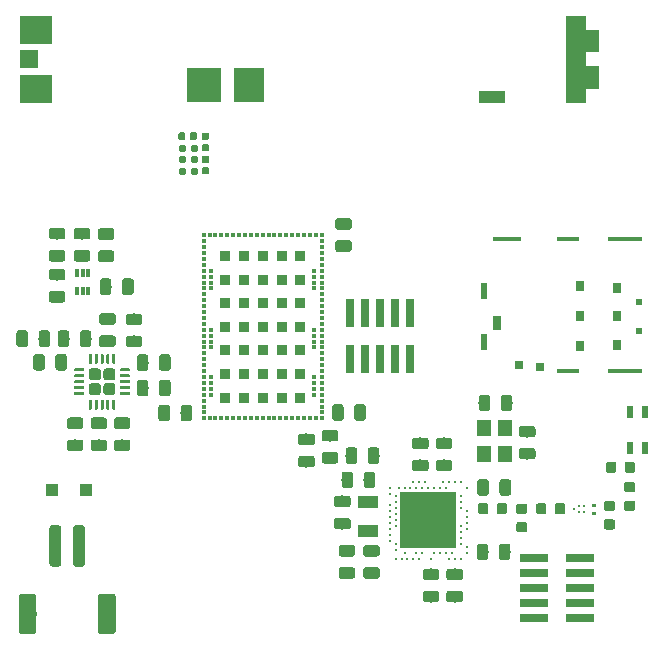
<source format=gbr>
G04 #@! TF.GenerationSoftware,KiCad,Pcbnew,(5.1.0-0)*
G04 #@! TF.CreationDate,2020-07-17T10:06:27-06:00*
G04 #@! TF.ProjectId,Monitor,4d6f6e69-746f-4722-9e6b-696361645f70,rev?*
G04 #@! TF.SameCoordinates,Original*
G04 #@! TF.FileFunction,Paste,Top*
G04 #@! TF.FilePolarity,Positive*
%FSLAX46Y46*%
G04 Gerber Fmt 4.6, Leading zero omitted, Abs format (unit mm)*
G04 Created by KiCad (PCBNEW (5.1.0-0)) date 2020-07-17 10:06:27*
%MOMM*%
%LPD*%
G04 APERTURE LIST*
%ADD10C,0.100000*%
%ADD11C,0.590000*%
%ADD12C,0.875000*%
%ADD13R,0.180000X0.250000*%
%ADD14C,0.318000*%
%ADD15R,2.800000X2.400000*%
%ADD16R,1.600000X1.600000*%
%ADD17R,2.300000X1.100000*%
%ADD18C,1.700000*%
%ADD19R,2.600000X3.000000*%
%ADD20R,3.000000X3.000000*%
%ADD21R,0.600000X1.000000*%
%ADD22C,0.975000*%
%ADD23R,4.850000X4.850000*%
%ADD24C,0.330000*%
%ADD25R,2.400000X0.760000*%
%ADD26R,1.100000X1.100000*%
%ADD27R,0.900000X0.900000*%
%ADD28R,0.350000X0.350000*%
%ADD29R,1.800000X1.000000*%
%ADD30R,1.200000X1.400000*%
%ADD31C,0.250000*%
%ADD32C,1.010000*%
%ADD33R,0.400000X0.700000*%
%ADD34R,0.700000X0.900000*%
%ADD35R,0.700000X0.700000*%
%ADD36R,0.700000X0.750000*%
%ADD37R,1.900000X0.450000*%
%ADD38R,2.900000X0.450000*%
%ADD39R,0.600000X0.600000*%
%ADD40R,2.400000X0.450000*%
%ADD41R,0.650000X1.200000*%
%ADD42R,0.500000X1.400000*%
%ADD43C,1.500000*%
%ADD44C,1.000000*%
%ADD45R,0.760000X2.400000*%
%ADD46C,0.254000*%
G04 APERTURE END LIST*
D10*
G36*
X157528980Y-103685000D02*
G01*
X160590000Y-103685000D01*
X160590000Y-106746020D01*
X157528980Y-106746020D01*
X157528980Y-103685000D01*
G37*
G36*
X140396958Y-74390710D02*
G01*
X140411276Y-74392834D01*
X140425317Y-74396351D01*
X140438946Y-74401228D01*
X140452031Y-74407417D01*
X140464447Y-74414858D01*
X140476073Y-74423481D01*
X140486798Y-74433202D01*
X140496519Y-74443927D01*
X140505142Y-74455553D01*
X140512583Y-74467969D01*
X140518772Y-74481054D01*
X140523649Y-74494683D01*
X140527166Y-74508724D01*
X140529290Y-74523042D01*
X140530000Y-74537500D01*
X140530000Y-74832500D01*
X140529290Y-74846958D01*
X140527166Y-74861276D01*
X140523649Y-74875317D01*
X140518772Y-74888946D01*
X140512583Y-74902031D01*
X140505142Y-74914447D01*
X140496519Y-74926073D01*
X140486798Y-74936798D01*
X140476073Y-74946519D01*
X140464447Y-74955142D01*
X140452031Y-74962583D01*
X140438946Y-74968772D01*
X140425317Y-74973649D01*
X140411276Y-74977166D01*
X140396958Y-74979290D01*
X140382500Y-74980000D01*
X140037500Y-74980000D01*
X140023042Y-74979290D01*
X140008724Y-74977166D01*
X139994683Y-74973649D01*
X139981054Y-74968772D01*
X139967969Y-74962583D01*
X139955553Y-74955142D01*
X139943927Y-74946519D01*
X139933202Y-74936798D01*
X139923481Y-74926073D01*
X139914858Y-74914447D01*
X139907417Y-74902031D01*
X139901228Y-74888946D01*
X139896351Y-74875317D01*
X139892834Y-74861276D01*
X139890710Y-74846958D01*
X139890000Y-74832500D01*
X139890000Y-74537500D01*
X139890710Y-74523042D01*
X139892834Y-74508724D01*
X139896351Y-74494683D01*
X139901228Y-74481054D01*
X139907417Y-74467969D01*
X139914858Y-74455553D01*
X139923481Y-74443927D01*
X139933202Y-74433202D01*
X139943927Y-74423481D01*
X139955553Y-74414858D01*
X139967969Y-74407417D01*
X139981054Y-74401228D01*
X139994683Y-74396351D01*
X140008724Y-74392834D01*
X140023042Y-74390710D01*
X140037500Y-74390000D01*
X140382500Y-74390000D01*
X140396958Y-74390710D01*
X140396958Y-74390710D01*
G37*
D11*
X140210000Y-74685000D03*
D10*
G36*
X140396958Y-75360710D02*
G01*
X140411276Y-75362834D01*
X140425317Y-75366351D01*
X140438946Y-75371228D01*
X140452031Y-75377417D01*
X140464447Y-75384858D01*
X140476073Y-75393481D01*
X140486798Y-75403202D01*
X140496519Y-75413927D01*
X140505142Y-75425553D01*
X140512583Y-75437969D01*
X140518772Y-75451054D01*
X140523649Y-75464683D01*
X140527166Y-75478724D01*
X140529290Y-75493042D01*
X140530000Y-75507500D01*
X140530000Y-75802500D01*
X140529290Y-75816958D01*
X140527166Y-75831276D01*
X140523649Y-75845317D01*
X140518772Y-75858946D01*
X140512583Y-75872031D01*
X140505142Y-75884447D01*
X140496519Y-75896073D01*
X140486798Y-75906798D01*
X140476073Y-75916519D01*
X140464447Y-75925142D01*
X140452031Y-75932583D01*
X140438946Y-75938772D01*
X140425317Y-75943649D01*
X140411276Y-75947166D01*
X140396958Y-75949290D01*
X140382500Y-75950000D01*
X140037500Y-75950000D01*
X140023042Y-75949290D01*
X140008724Y-75947166D01*
X139994683Y-75943649D01*
X139981054Y-75938772D01*
X139967969Y-75932583D01*
X139955553Y-75925142D01*
X139943927Y-75916519D01*
X139933202Y-75906798D01*
X139923481Y-75896073D01*
X139914858Y-75884447D01*
X139907417Y-75872031D01*
X139901228Y-75858946D01*
X139896351Y-75845317D01*
X139892834Y-75831276D01*
X139890710Y-75816958D01*
X139890000Y-75802500D01*
X139890000Y-75507500D01*
X139890710Y-75493042D01*
X139892834Y-75478724D01*
X139896351Y-75464683D01*
X139901228Y-75451054D01*
X139907417Y-75437969D01*
X139914858Y-75425553D01*
X139923481Y-75413927D01*
X139933202Y-75403202D01*
X139943927Y-75393481D01*
X139955553Y-75384858D01*
X139967969Y-75377417D01*
X139981054Y-75371228D01*
X139994683Y-75366351D01*
X140008724Y-75362834D01*
X140023042Y-75360710D01*
X140037500Y-75360000D01*
X140382500Y-75360000D01*
X140396958Y-75360710D01*
X140396958Y-75360710D01*
G37*
D11*
X140210000Y-75655000D03*
D10*
G36*
X138371958Y-72390710D02*
G01*
X138386276Y-72392834D01*
X138400317Y-72396351D01*
X138413946Y-72401228D01*
X138427031Y-72407417D01*
X138439447Y-72414858D01*
X138451073Y-72423481D01*
X138461798Y-72433202D01*
X138471519Y-72443927D01*
X138480142Y-72455553D01*
X138487583Y-72467969D01*
X138493772Y-72481054D01*
X138498649Y-72494683D01*
X138502166Y-72508724D01*
X138504290Y-72523042D01*
X138505000Y-72537500D01*
X138505000Y-72882500D01*
X138504290Y-72896958D01*
X138502166Y-72911276D01*
X138498649Y-72925317D01*
X138493772Y-72938946D01*
X138487583Y-72952031D01*
X138480142Y-72964447D01*
X138471519Y-72976073D01*
X138461798Y-72986798D01*
X138451073Y-72996519D01*
X138439447Y-73005142D01*
X138427031Y-73012583D01*
X138413946Y-73018772D01*
X138400317Y-73023649D01*
X138386276Y-73027166D01*
X138371958Y-73029290D01*
X138357500Y-73030000D01*
X138062500Y-73030000D01*
X138048042Y-73029290D01*
X138033724Y-73027166D01*
X138019683Y-73023649D01*
X138006054Y-73018772D01*
X137992969Y-73012583D01*
X137980553Y-73005142D01*
X137968927Y-72996519D01*
X137958202Y-72986798D01*
X137948481Y-72976073D01*
X137939858Y-72964447D01*
X137932417Y-72952031D01*
X137926228Y-72938946D01*
X137921351Y-72925317D01*
X137917834Y-72911276D01*
X137915710Y-72896958D01*
X137915000Y-72882500D01*
X137915000Y-72537500D01*
X137915710Y-72523042D01*
X137917834Y-72508724D01*
X137921351Y-72494683D01*
X137926228Y-72481054D01*
X137932417Y-72467969D01*
X137939858Y-72455553D01*
X137948481Y-72443927D01*
X137958202Y-72433202D01*
X137968927Y-72423481D01*
X137980553Y-72414858D01*
X137992969Y-72407417D01*
X138006054Y-72401228D01*
X138019683Y-72396351D01*
X138033724Y-72392834D01*
X138048042Y-72390710D01*
X138062500Y-72390000D01*
X138357500Y-72390000D01*
X138371958Y-72390710D01*
X138371958Y-72390710D01*
G37*
D11*
X138210000Y-72710000D03*
D10*
G36*
X139341958Y-72390710D02*
G01*
X139356276Y-72392834D01*
X139370317Y-72396351D01*
X139383946Y-72401228D01*
X139397031Y-72407417D01*
X139409447Y-72414858D01*
X139421073Y-72423481D01*
X139431798Y-72433202D01*
X139441519Y-72443927D01*
X139450142Y-72455553D01*
X139457583Y-72467969D01*
X139463772Y-72481054D01*
X139468649Y-72494683D01*
X139472166Y-72508724D01*
X139474290Y-72523042D01*
X139475000Y-72537500D01*
X139475000Y-72882500D01*
X139474290Y-72896958D01*
X139472166Y-72911276D01*
X139468649Y-72925317D01*
X139463772Y-72938946D01*
X139457583Y-72952031D01*
X139450142Y-72964447D01*
X139441519Y-72976073D01*
X139431798Y-72986798D01*
X139421073Y-72996519D01*
X139409447Y-73005142D01*
X139397031Y-73012583D01*
X139383946Y-73018772D01*
X139370317Y-73023649D01*
X139356276Y-73027166D01*
X139341958Y-73029290D01*
X139327500Y-73030000D01*
X139032500Y-73030000D01*
X139018042Y-73029290D01*
X139003724Y-73027166D01*
X138989683Y-73023649D01*
X138976054Y-73018772D01*
X138962969Y-73012583D01*
X138950553Y-73005142D01*
X138938927Y-72996519D01*
X138928202Y-72986798D01*
X138918481Y-72976073D01*
X138909858Y-72964447D01*
X138902417Y-72952031D01*
X138896228Y-72938946D01*
X138891351Y-72925317D01*
X138887834Y-72911276D01*
X138885710Y-72896958D01*
X138885000Y-72882500D01*
X138885000Y-72537500D01*
X138885710Y-72523042D01*
X138887834Y-72508724D01*
X138891351Y-72494683D01*
X138896228Y-72481054D01*
X138902417Y-72467969D01*
X138909858Y-72455553D01*
X138918481Y-72443927D01*
X138928202Y-72433202D01*
X138938927Y-72423481D01*
X138950553Y-72414858D01*
X138962969Y-72407417D01*
X138976054Y-72401228D01*
X138989683Y-72396351D01*
X139003724Y-72392834D01*
X139018042Y-72390710D01*
X139032500Y-72390000D01*
X139327500Y-72390000D01*
X139341958Y-72390710D01*
X139341958Y-72390710D01*
G37*
D11*
X139180000Y-72710000D03*
D10*
G36*
X140386958Y-73390710D02*
G01*
X140401276Y-73392834D01*
X140415317Y-73396351D01*
X140428946Y-73401228D01*
X140442031Y-73407417D01*
X140454447Y-73414858D01*
X140466073Y-73423481D01*
X140476798Y-73433202D01*
X140486519Y-73443927D01*
X140495142Y-73455553D01*
X140502583Y-73467969D01*
X140508772Y-73481054D01*
X140513649Y-73494683D01*
X140517166Y-73508724D01*
X140519290Y-73523042D01*
X140520000Y-73537500D01*
X140520000Y-73832500D01*
X140519290Y-73846958D01*
X140517166Y-73861276D01*
X140513649Y-73875317D01*
X140508772Y-73888946D01*
X140502583Y-73902031D01*
X140495142Y-73914447D01*
X140486519Y-73926073D01*
X140476798Y-73936798D01*
X140466073Y-73946519D01*
X140454447Y-73955142D01*
X140442031Y-73962583D01*
X140428946Y-73968772D01*
X140415317Y-73973649D01*
X140401276Y-73977166D01*
X140386958Y-73979290D01*
X140372500Y-73980000D01*
X140027500Y-73980000D01*
X140013042Y-73979290D01*
X139998724Y-73977166D01*
X139984683Y-73973649D01*
X139971054Y-73968772D01*
X139957969Y-73962583D01*
X139945553Y-73955142D01*
X139933927Y-73946519D01*
X139923202Y-73936798D01*
X139913481Y-73926073D01*
X139904858Y-73914447D01*
X139897417Y-73902031D01*
X139891228Y-73888946D01*
X139886351Y-73875317D01*
X139882834Y-73861276D01*
X139880710Y-73846958D01*
X139880000Y-73832500D01*
X139880000Y-73537500D01*
X139880710Y-73523042D01*
X139882834Y-73508724D01*
X139886351Y-73494683D01*
X139891228Y-73481054D01*
X139897417Y-73467969D01*
X139904858Y-73455553D01*
X139913481Y-73443927D01*
X139923202Y-73433202D01*
X139933927Y-73423481D01*
X139945553Y-73414858D01*
X139957969Y-73407417D01*
X139971054Y-73401228D01*
X139984683Y-73396351D01*
X139998724Y-73392834D01*
X140013042Y-73390710D01*
X140027500Y-73390000D01*
X140372500Y-73390000D01*
X140386958Y-73390710D01*
X140386958Y-73390710D01*
G37*
D11*
X140200000Y-73685000D03*
D10*
G36*
X140386958Y-72420710D02*
G01*
X140401276Y-72422834D01*
X140415317Y-72426351D01*
X140428946Y-72431228D01*
X140442031Y-72437417D01*
X140454447Y-72444858D01*
X140466073Y-72453481D01*
X140476798Y-72463202D01*
X140486519Y-72473927D01*
X140495142Y-72485553D01*
X140502583Y-72497969D01*
X140508772Y-72511054D01*
X140513649Y-72524683D01*
X140517166Y-72538724D01*
X140519290Y-72553042D01*
X140520000Y-72567500D01*
X140520000Y-72862500D01*
X140519290Y-72876958D01*
X140517166Y-72891276D01*
X140513649Y-72905317D01*
X140508772Y-72918946D01*
X140502583Y-72932031D01*
X140495142Y-72944447D01*
X140486519Y-72956073D01*
X140476798Y-72966798D01*
X140466073Y-72976519D01*
X140454447Y-72985142D01*
X140442031Y-72992583D01*
X140428946Y-72998772D01*
X140415317Y-73003649D01*
X140401276Y-73007166D01*
X140386958Y-73009290D01*
X140372500Y-73010000D01*
X140027500Y-73010000D01*
X140013042Y-73009290D01*
X139998724Y-73007166D01*
X139984683Y-73003649D01*
X139971054Y-72998772D01*
X139957969Y-72992583D01*
X139945553Y-72985142D01*
X139933927Y-72976519D01*
X139923202Y-72966798D01*
X139913481Y-72956073D01*
X139904858Y-72944447D01*
X139897417Y-72932031D01*
X139891228Y-72918946D01*
X139886351Y-72905317D01*
X139882834Y-72891276D01*
X139880710Y-72876958D01*
X139880000Y-72862500D01*
X139880000Y-72567500D01*
X139880710Y-72553042D01*
X139882834Y-72538724D01*
X139886351Y-72524683D01*
X139891228Y-72511054D01*
X139897417Y-72497969D01*
X139904858Y-72485553D01*
X139913481Y-72473927D01*
X139923202Y-72463202D01*
X139933927Y-72453481D01*
X139945553Y-72444858D01*
X139957969Y-72437417D01*
X139971054Y-72431228D01*
X139984683Y-72426351D01*
X139998724Y-72422834D01*
X140013042Y-72420710D01*
X140027500Y-72420000D01*
X140372500Y-72420000D01*
X140386958Y-72420710D01*
X140386958Y-72420710D01*
G37*
D11*
X140200000Y-72715000D03*
D10*
G36*
X174795191Y-100256053D02*
G01*
X174816426Y-100259203D01*
X174837250Y-100264419D01*
X174857462Y-100271651D01*
X174876868Y-100280830D01*
X174895281Y-100291866D01*
X174912524Y-100304654D01*
X174928430Y-100319070D01*
X174942846Y-100334976D01*
X174955634Y-100352219D01*
X174966670Y-100370632D01*
X174975849Y-100390038D01*
X174983081Y-100410250D01*
X174988297Y-100431074D01*
X174991447Y-100452309D01*
X174992500Y-100473750D01*
X174992500Y-100986250D01*
X174991447Y-101007691D01*
X174988297Y-101028926D01*
X174983081Y-101049750D01*
X174975849Y-101069962D01*
X174966670Y-101089368D01*
X174955634Y-101107781D01*
X174942846Y-101125024D01*
X174928430Y-101140930D01*
X174912524Y-101155346D01*
X174895281Y-101168134D01*
X174876868Y-101179170D01*
X174857462Y-101188349D01*
X174837250Y-101195581D01*
X174816426Y-101200797D01*
X174795191Y-101203947D01*
X174773750Y-101205000D01*
X174336250Y-101205000D01*
X174314809Y-101203947D01*
X174293574Y-101200797D01*
X174272750Y-101195581D01*
X174252538Y-101188349D01*
X174233132Y-101179170D01*
X174214719Y-101168134D01*
X174197476Y-101155346D01*
X174181570Y-101140930D01*
X174167154Y-101125024D01*
X174154366Y-101107781D01*
X174143330Y-101089368D01*
X174134151Y-101069962D01*
X174126919Y-101049750D01*
X174121703Y-101028926D01*
X174118553Y-101007691D01*
X174117500Y-100986250D01*
X174117500Y-100473750D01*
X174118553Y-100452309D01*
X174121703Y-100431074D01*
X174126919Y-100410250D01*
X174134151Y-100390038D01*
X174143330Y-100370632D01*
X174154366Y-100352219D01*
X174167154Y-100334976D01*
X174181570Y-100319070D01*
X174197476Y-100304654D01*
X174214719Y-100291866D01*
X174233132Y-100280830D01*
X174252538Y-100271651D01*
X174272750Y-100264419D01*
X174293574Y-100259203D01*
X174314809Y-100256053D01*
X174336250Y-100255000D01*
X174773750Y-100255000D01*
X174795191Y-100256053D01*
X174795191Y-100256053D01*
G37*
D12*
X174555000Y-100730000D03*
D10*
G36*
X176370191Y-100256053D02*
G01*
X176391426Y-100259203D01*
X176412250Y-100264419D01*
X176432462Y-100271651D01*
X176451868Y-100280830D01*
X176470281Y-100291866D01*
X176487524Y-100304654D01*
X176503430Y-100319070D01*
X176517846Y-100334976D01*
X176530634Y-100352219D01*
X176541670Y-100370632D01*
X176550849Y-100390038D01*
X176558081Y-100410250D01*
X176563297Y-100431074D01*
X176566447Y-100452309D01*
X176567500Y-100473750D01*
X176567500Y-100986250D01*
X176566447Y-101007691D01*
X176563297Y-101028926D01*
X176558081Y-101049750D01*
X176550849Y-101069962D01*
X176541670Y-101089368D01*
X176530634Y-101107781D01*
X176517846Y-101125024D01*
X176503430Y-101140930D01*
X176487524Y-101155346D01*
X176470281Y-101168134D01*
X176451868Y-101179170D01*
X176432462Y-101188349D01*
X176412250Y-101195581D01*
X176391426Y-101200797D01*
X176370191Y-101203947D01*
X176348750Y-101205000D01*
X175911250Y-101205000D01*
X175889809Y-101203947D01*
X175868574Y-101200797D01*
X175847750Y-101195581D01*
X175827538Y-101188349D01*
X175808132Y-101179170D01*
X175789719Y-101168134D01*
X175772476Y-101155346D01*
X175756570Y-101140930D01*
X175742154Y-101125024D01*
X175729366Y-101107781D01*
X175718330Y-101089368D01*
X175709151Y-101069962D01*
X175701919Y-101049750D01*
X175696703Y-101028926D01*
X175693553Y-101007691D01*
X175692500Y-100986250D01*
X175692500Y-100473750D01*
X175693553Y-100452309D01*
X175696703Y-100431074D01*
X175701919Y-100410250D01*
X175709151Y-100390038D01*
X175718330Y-100370632D01*
X175729366Y-100352219D01*
X175742154Y-100334976D01*
X175756570Y-100319070D01*
X175772476Y-100304654D01*
X175789719Y-100291866D01*
X175808132Y-100280830D01*
X175827538Y-100271651D01*
X175847750Y-100264419D01*
X175868574Y-100259203D01*
X175889809Y-100256053D01*
X175911250Y-100255000D01*
X176348750Y-100255000D01*
X176370191Y-100256053D01*
X176370191Y-100256053D01*
G37*
D12*
X176130000Y-100730000D03*
D10*
G36*
X176407691Y-103563553D02*
G01*
X176428926Y-103566703D01*
X176449750Y-103571919D01*
X176469962Y-103579151D01*
X176489368Y-103588330D01*
X176507781Y-103599366D01*
X176525024Y-103612154D01*
X176540930Y-103626570D01*
X176555346Y-103642476D01*
X176568134Y-103659719D01*
X176579170Y-103678132D01*
X176588349Y-103697538D01*
X176595581Y-103717750D01*
X176600797Y-103738574D01*
X176603947Y-103759809D01*
X176605000Y-103781250D01*
X176605000Y-104218750D01*
X176603947Y-104240191D01*
X176600797Y-104261426D01*
X176595581Y-104282250D01*
X176588349Y-104302462D01*
X176579170Y-104321868D01*
X176568134Y-104340281D01*
X176555346Y-104357524D01*
X176540930Y-104373430D01*
X176525024Y-104387846D01*
X176507781Y-104400634D01*
X176489368Y-104411670D01*
X176469962Y-104420849D01*
X176449750Y-104428081D01*
X176428926Y-104433297D01*
X176407691Y-104436447D01*
X176386250Y-104437500D01*
X175873750Y-104437500D01*
X175852309Y-104436447D01*
X175831074Y-104433297D01*
X175810250Y-104428081D01*
X175790038Y-104420849D01*
X175770632Y-104411670D01*
X175752219Y-104400634D01*
X175734976Y-104387846D01*
X175719070Y-104373430D01*
X175704654Y-104357524D01*
X175691866Y-104340281D01*
X175680830Y-104321868D01*
X175671651Y-104302462D01*
X175664419Y-104282250D01*
X175659203Y-104261426D01*
X175656053Y-104240191D01*
X175655000Y-104218750D01*
X175655000Y-103781250D01*
X175656053Y-103759809D01*
X175659203Y-103738574D01*
X175664419Y-103717750D01*
X175671651Y-103697538D01*
X175680830Y-103678132D01*
X175691866Y-103659719D01*
X175704654Y-103642476D01*
X175719070Y-103626570D01*
X175734976Y-103612154D01*
X175752219Y-103599366D01*
X175770632Y-103588330D01*
X175790038Y-103579151D01*
X175810250Y-103571919D01*
X175831074Y-103566703D01*
X175852309Y-103563553D01*
X175873750Y-103562500D01*
X176386250Y-103562500D01*
X176407691Y-103563553D01*
X176407691Y-103563553D01*
G37*
D12*
X176130000Y-104000000D03*
D10*
G36*
X176407691Y-101988553D02*
G01*
X176428926Y-101991703D01*
X176449750Y-101996919D01*
X176469962Y-102004151D01*
X176489368Y-102013330D01*
X176507781Y-102024366D01*
X176525024Y-102037154D01*
X176540930Y-102051570D01*
X176555346Y-102067476D01*
X176568134Y-102084719D01*
X176579170Y-102103132D01*
X176588349Y-102122538D01*
X176595581Y-102142750D01*
X176600797Y-102163574D01*
X176603947Y-102184809D01*
X176605000Y-102206250D01*
X176605000Y-102643750D01*
X176603947Y-102665191D01*
X176600797Y-102686426D01*
X176595581Y-102707250D01*
X176588349Y-102727462D01*
X176579170Y-102746868D01*
X176568134Y-102765281D01*
X176555346Y-102782524D01*
X176540930Y-102798430D01*
X176525024Y-102812846D01*
X176507781Y-102825634D01*
X176489368Y-102836670D01*
X176469962Y-102845849D01*
X176449750Y-102853081D01*
X176428926Y-102858297D01*
X176407691Y-102861447D01*
X176386250Y-102862500D01*
X175873750Y-102862500D01*
X175852309Y-102861447D01*
X175831074Y-102858297D01*
X175810250Y-102853081D01*
X175790038Y-102845849D01*
X175770632Y-102836670D01*
X175752219Y-102825634D01*
X175734976Y-102812846D01*
X175719070Y-102798430D01*
X175704654Y-102782524D01*
X175691866Y-102765281D01*
X175680830Y-102746868D01*
X175671651Y-102727462D01*
X175664419Y-102707250D01*
X175659203Y-102686426D01*
X175656053Y-102665191D01*
X175655000Y-102643750D01*
X175655000Y-102206250D01*
X175656053Y-102184809D01*
X175659203Y-102163574D01*
X175664419Y-102142750D01*
X175671651Y-102122538D01*
X175680830Y-102103132D01*
X175691866Y-102084719D01*
X175704654Y-102067476D01*
X175719070Y-102051570D01*
X175734976Y-102037154D01*
X175752219Y-102024366D01*
X175770632Y-102013330D01*
X175790038Y-102004151D01*
X175810250Y-101996919D01*
X175831074Y-101991703D01*
X175852309Y-101988553D01*
X175873750Y-101987500D01*
X176386250Y-101987500D01*
X176407691Y-101988553D01*
X176407691Y-101988553D01*
G37*
D12*
X176130000Y-102425000D03*
D10*
G36*
X174687691Y-103563553D02*
G01*
X174708926Y-103566703D01*
X174729750Y-103571919D01*
X174749962Y-103579151D01*
X174769368Y-103588330D01*
X174787781Y-103599366D01*
X174805024Y-103612154D01*
X174820930Y-103626570D01*
X174835346Y-103642476D01*
X174848134Y-103659719D01*
X174859170Y-103678132D01*
X174868349Y-103697538D01*
X174875581Y-103717750D01*
X174880797Y-103738574D01*
X174883947Y-103759809D01*
X174885000Y-103781250D01*
X174885000Y-104218750D01*
X174883947Y-104240191D01*
X174880797Y-104261426D01*
X174875581Y-104282250D01*
X174868349Y-104302462D01*
X174859170Y-104321868D01*
X174848134Y-104340281D01*
X174835346Y-104357524D01*
X174820930Y-104373430D01*
X174805024Y-104387846D01*
X174787781Y-104400634D01*
X174769368Y-104411670D01*
X174749962Y-104420849D01*
X174729750Y-104428081D01*
X174708926Y-104433297D01*
X174687691Y-104436447D01*
X174666250Y-104437500D01*
X174153750Y-104437500D01*
X174132309Y-104436447D01*
X174111074Y-104433297D01*
X174090250Y-104428081D01*
X174070038Y-104420849D01*
X174050632Y-104411670D01*
X174032219Y-104400634D01*
X174014976Y-104387846D01*
X173999070Y-104373430D01*
X173984654Y-104357524D01*
X173971866Y-104340281D01*
X173960830Y-104321868D01*
X173951651Y-104302462D01*
X173944419Y-104282250D01*
X173939203Y-104261426D01*
X173936053Y-104240191D01*
X173935000Y-104218750D01*
X173935000Y-103781250D01*
X173936053Y-103759809D01*
X173939203Y-103738574D01*
X173944419Y-103717750D01*
X173951651Y-103697538D01*
X173960830Y-103678132D01*
X173971866Y-103659719D01*
X173984654Y-103642476D01*
X173999070Y-103626570D01*
X174014976Y-103612154D01*
X174032219Y-103599366D01*
X174050632Y-103588330D01*
X174070038Y-103579151D01*
X174090250Y-103571919D01*
X174111074Y-103566703D01*
X174132309Y-103563553D01*
X174153750Y-103562500D01*
X174666250Y-103562500D01*
X174687691Y-103563553D01*
X174687691Y-103563553D01*
G37*
D12*
X174410000Y-104000000D03*
D10*
G36*
X174687691Y-105138553D02*
G01*
X174708926Y-105141703D01*
X174729750Y-105146919D01*
X174749962Y-105154151D01*
X174769368Y-105163330D01*
X174787781Y-105174366D01*
X174805024Y-105187154D01*
X174820930Y-105201570D01*
X174835346Y-105217476D01*
X174848134Y-105234719D01*
X174859170Y-105253132D01*
X174868349Y-105272538D01*
X174875581Y-105292750D01*
X174880797Y-105313574D01*
X174883947Y-105334809D01*
X174885000Y-105356250D01*
X174885000Y-105793750D01*
X174883947Y-105815191D01*
X174880797Y-105836426D01*
X174875581Y-105857250D01*
X174868349Y-105877462D01*
X174859170Y-105896868D01*
X174848134Y-105915281D01*
X174835346Y-105932524D01*
X174820930Y-105948430D01*
X174805024Y-105962846D01*
X174787781Y-105975634D01*
X174769368Y-105986670D01*
X174749962Y-105995849D01*
X174729750Y-106003081D01*
X174708926Y-106008297D01*
X174687691Y-106011447D01*
X174666250Y-106012500D01*
X174153750Y-106012500D01*
X174132309Y-106011447D01*
X174111074Y-106008297D01*
X174090250Y-106003081D01*
X174070038Y-105995849D01*
X174050632Y-105986670D01*
X174032219Y-105975634D01*
X174014976Y-105962846D01*
X173999070Y-105948430D01*
X173984654Y-105932524D01*
X173971866Y-105915281D01*
X173960830Y-105896868D01*
X173951651Y-105877462D01*
X173944419Y-105857250D01*
X173939203Y-105836426D01*
X173936053Y-105815191D01*
X173935000Y-105793750D01*
X173935000Y-105356250D01*
X173936053Y-105334809D01*
X173939203Y-105313574D01*
X173944419Y-105292750D01*
X173951651Y-105272538D01*
X173960830Y-105253132D01*
X173971866Y-105234719D01*
X173984654Y-105217476D01*
X173999070Y-105201570D01*
X174014976Y-105187154D01*
X174032219Y-105174366D01*
X174050632Y-105163330D01*
X174070038Y-105154151D01*
X174090250Y-105146919D01*
X174111074Y-105141703D01*
X174132309Y-105138553D01*
X174153750Y-105137500D01*
X174666250Y-105137500D01*
X174687691Y-105138553D01*
X174687691Y-105138553D01*
G37*
D12*
X174410000Y-105575000D03*
D10*
G36*
X168882691Y-103776053D02*
G01*
X168903926Y-103779203D01*
X168924750Y-103784419D01*
X168944962Y-103791651D01*
X168964368Y-103800830D01*
X168982781Y-103811866D01*
X169000024Y-103824654D01*
X169015930Y-103839070D01*
X169030346Y-103854976D01*
X169043134Y-103872219D01*
X169054170Y-103890632D01*
X169063349Y-103910038D01*
X169070581Y-103930250D01*
X169075797Y-103951074D01*
X169078947Y-103972309D01*
X169080000Y-103993750D01*
X169080000Y-104506250D01*
X169078947Y-104527691D01*
X169075797Y-104548926D01*
X169070581Y-104569750D01*
X169063349Y-104589962D01*
X169054170Y-104609368D01*
X169043134Y-104627781D01*
X169030346Y-104645024D01*
X169015930Y-104660930D01*
X169000024Y-104675346D01*
X168982781Y-104688134D01*
X168964368Y-104699170D01*
X168944962Y-104708349D01*
X168924750Y-104715581D01*
X168903926Y-104720797D01*
X168882691Y-104723947D01*
X168861250Y-104725000D01*
X168423750Y-104725000D01*
X168402309Y-104723947D01*
X168381074Y-104720797D01*
X168360250Y-104715581D01*
X168340038Y-104708349D01*
X168320632Y-104699170D01*
X168302219Y-104688134D01*
X168284976Y-104675346D01*
X168269070Y-104660930D01*
X168254654Y-104645024D01*
X168241866Y-104627781D01*
X168230830Y-104609368D01*
X168221651Y-104589962D01*
X168214419Y-104569750D01*
X168209203Y-104548926D01*
X168206053Y-104527691D01*
X168205000Y-104506250D01*
X168205000Y-103993750D01*
X168206053Y-103972309D01*
X168209203Y-103951074D01*
X168214419Y-103930250D01*
X168221651Y-103910038D01*
X168230830Y-103890632D01*
X168241866Y-103872219D01*
X168254654Y-103854976D01*
X168269070Y-103839070D01*
X168284976Y-103824654D01*
X168302219Y-103811866D01*
X168320632Y-103800830D01*
X168340038Y-103791651D01*
X168360250Y-103784419D01*
X168381074Y-103779203D01*
X168402309Y-103776053D01*
X168423750Y-103775000D01*
X168861250Y-103775000D01*
X168882691Y-103776053D01*
X168882691Y-103776053D01*
G37*
D12*
X168642500Y-104250000D03*
D10*
G36*
X170457691Y-103776053D02*
G01*
X170478926Y-103779203D01*
X170499750Y-103784419D01*
X170519962Y-103791651D01*
X170539368Y-103800830D01*
X170557781Y-103811866D01*
X170575024Y-103824654D01*
X170590930Y-103839070D01*
X170605346Y-103854976D01*
X170618134Y-103872219D01*
X170629170Y-103890632D01*
X170638349Y-103910038D01*
X170645581Y-103930250D01*
X170650797Y-103951074D01*
X170653947Y-103972309D01*
X170655000Y-103993750D01*
X170655000Y-104506250D01*
X170653947Y-104527691D01*
X170650797Y-104548926D01*
X170645581Y-104569750D01*
X170638349Y-104589962D01*
X170629170Y-104609368D01*
X170618134Y-104627781D01*
X170605346Y-104645024D01*
X170590930Y-104660930D01*
X170575024Y-104675346D01*
X170557781Y-104688134D01*
X170539368Y-104699170D01*
X170519962Y-104708349D01*
X170499750Y-104715581D01*
X170478926Y-104720797D01*
X170457691Y-104723947D01*
X170436250Y-104725000D01*
X169998750Y-104725000D01*
X169977309Y-104723947D01*
X169956074Y-104720797D01*
X169935250Y-104715581D01*
X169915038Y-104708349D01*
X169895632Y-104699170D01*
X169877219Y-104688134D01*
X169859976Y-104675346D01*
X169844070Y-104660930D01*
X169829654Y-104645024D01*
X169816866Y-104627781D01*
X169805830Y-104609368D01*
X169796651Y-104589962D01*
X169789419Y-104569750D01*
X169784203Y-104548926D01*
X169781053Y-104527691D01*
X169780000Y-104506250D01*
X169780000Y-103993750D01*
X169781053Y-103972309D01*
X169784203Y-103951074D01*
X169789419Y-103930250D01*
X169796651Y-103910038D01*
X169805830Y-103890632D01*
X169816866Y-103872219D01*
X169829654Y-103854976D01*
X169844070Y-103839070D01*
X169859976Y-103824654D01*
X169877219Y-103811866D01*
X169895632Y-103800830D01*
X169915038Y-103791651D01*
X169935250Y-103784419D01*
X169956074Y-103779203D01*
X169977309Y-103776053D01*
X169998750Y-103775000D01*
X170436250Y-103775000D01*
X170457691Y-103776053D01*
X170457691Y-103776053D01*
G37*
D12*
X170217500Y-104250000D03*
D10*
G36*
X163952691Y-103776053D02*
G01*
X163973926Y-103779203D01*
X163994750Y-103784419D01*
X164014962Y-103791651D01*
X164034368Y-103800830D01*
X164052781Y-103811866D01*
X164070024Y-103824654D01*
X164085930Y-103839070D01*
X164100346Y-103854976D01*
X164113134Y-103872219D01*
X164124170Y-103890632D01*
X164133349Y-103910038D01*
X164140581Y-103930250D01*
X164145797Y-103951074D01*
X164148947Y-103972309D01*
X164150000Y-103993750D01*
X164150000Y-104506250D01*
X164148947Y-104527691D01*
X164145797Y-104548926D01*
X164140581Y-104569750D01*
X164133349Y-104589962D01*
X164124170Y-104609368D01*
X164113134Y-104627781D01*
X164100346Y-104645024D01*
X164085930Y-104660930D01*
X164070024Y-104675346D01*
X164052781Y-104688134D01*
X164034368Y-104699170D01*
X164014962Y-104708349D01*
X163994750Y-104715581D01*
X163973926Y-104720797D01*
X163952691Y-104723947D01*
X163931250Y-104725000D01*
X163493750Y-104725000D01*
X163472309Y-104723947D01*
X163451074Y-104720797D01*
X163430250Y-104715581D01*
X163410038Y-104708349D01*
X163390632Y-104699170D01*
X163372219Y-104688134D01*
X163354976Y-104675346D01*
X163339070Y-104660930D01*
X163324654Y-104645024D01*
X163311866Y-104627781D01*
X163300830Y-104609368D01*
X163291651Y-104589962D01*
X163284419Y-104569750D01*
X163279203Y-104548926D01*
X163276053Y-104527691D01*
X163275000Y-104506250D01*
X163275000Y-103993750D01*
X163276053Y-103972309D01*
X163279203Y-103951074D01*
X163284419Y-103930250D01*
X163291651Y-103910038D01*
X163300830Y-103890632D01*
X163311866Y-103872219D01*
X163324654Y-103854976D01*
X163339070Y-103839070D01*
X163354976Y-103824654D01*
X163372219Y-103811866D01*
X163390632Y-103800830D01*
X163410038Y-103791651D01*
X163430250Y-103784419D01*
X163451074Y-103779203D01*
X163472309Y-103776053D01*
X163493750Y-103775000D01*
X163931250Y-103775000D01*
X163952691Y-103776053D01*
X163952691Y-103776053D01*
G37*
D12*
X163712500Y-104250000D03*
D10*
G36*
X165527691Y-103776053D02*
G01*
X165548926Y-103779203D01*
X165569750Y-103784419D01*
X165589962Y-103791651D01*
X165609368Y-103800830D01*
X165627781Y-103811866D01*
X165645024Y-103824654D01*
X165660930Y-103839070D01*
X165675346Y-103854976D01*
X165688134Y-103872219D01*
X165699170Y-103890632D01*
X165708349Y-103910038D01*
X165715581Y-103930250D01*
X165720797Y-103951074D01*
X165723947Y-103972309D01*
X165725000Y-103993750D01*
X165725000Y-104506250D01*
X165723947Y-104527691D01*
X165720797Y-104548926D01*
X165715581Y-104569750D01*
X165708349Y-104589962D01*
X165699170Y-104609368D01*
X165688134Y-104627781D01*
X165675346Y-104645024D01*
X165660930Y-104660930D01*
X165645024Y-104675346D01*
X165627781Y-104688134D01*
X165609368Y-104699170D01*
X165589962Y-104708349D01*
X165569750Y-104715581D01*
X165548926Y-104720797D01*
X165527691Y-104723947D01*
X165506250Y-104725000D01*
X165068750Y-104725000D01*
X165047309Y-104723947D01*
X165026074Y-104720797D01*
X165005250Y-104715581D01*
X164985038Y-104708349D01*
X164965632Y-104699170D01*
X164947219Y-104688134D01*
X164929976Y-104675346D01*
X164914070Y-104660930D01*
X164899654Y-104645024D01*
X164886866Y-104627781D01*
X164875830Y-104609368D01*
X164866651Y-104589962D01*
X164859419Y-104569750D01*
X164854203Y-104548926D01*
X164851053Y-104527691D01*
X164850000Y-104506250D01*
X164850000Y-103993750D01*
X164851053Y-103972309D01*
X164854203Y-103951074D01*
X164859419Y-103930250D01*
X164866651Y-103910038D01*
X164875830Y-103890632D01*
X164886866Y-103872219D01*
X164899654Y-103854976D01*
X164914070Y-103839070D01*
X164929976Y-103824654D01*
X164947219Y-103811866D01*
X164965632Y-103800830D01*
X164985038Y-103791651D01*
X165005250Y-103784419D01*
X165026074Y-103779203D01*
X165047309Y-103776053D01*
X165068750Y-103775000D01*
X165506250Y-103775000D01*
X165527691Y-103776053D01*
X165527691Y-103776053D01*
G37*
D12*
X165287500Y-104250000D03*
D13*
X171445000Y-104250000D03*
X171830000Y-104500000D03*
X172215000Y-104500000D03*
X172215000Y-104000000D03*
X171830000Y-104000000D03*
D10*
G36*
X173208292Y-103816383D02*
G01*
X173216010Y-103817528D01*
X173223578Y-103819423D01*
X173230923Y-103822052D01*
X173237976Y-103825387D01*
X173244668Y-103829398D01*
X173250934Y-103834046D01*
X173256715Y-103839285D01*
X173261954Y-103845066D01*
X173266602Y-103851332D01*
X173270613Y-103858024D01*
X173273948Y-103865077D01*
X173276577Y-103872422D01*
X173278472Y-103879990D01*
X173279617Y-103887708D01*
X173280000Y-103895500D01*
X173280000Y-104054500D01*
X173279617Y-104062292D01*
X173278472Y-104070010D01*
X173276577Y-104077578D01*
X173273948Y-104084923D01*
X173270613Y-104091976D01*
X173266602Y-104098668D01*
X173261954Y-104104934D01*
X173256715Y-104110715D01*
X173250934Y-104115954D01*
X173244668Y-104120602D01*
X173237976Y-104124613D01*
X173230923Y-104127948D01*
X173223578Y-104130577D01*
X173216010Y-104132472D01*
X173208292Y-104133617D01*
X173200500Y-104134000D01*
X172999500Y-104134000D01*
X172991708Y-104133617D01*
X172983990Y-104132472D01*
X172976422Y-104130577D01*
X172969077Y-104127948D01*
X172962024Y-104124613D01*
X172955332Y-104120602D01*
X172949066Y-104115954D01*
X172943285Y-104110715D01*
X172938046Y-104104934D01*
X172933398Y-104098668D01*
X172929387Y-104091976D01*
X172926052Y-104084923D01*
X172923423Y-104077578D01*
X172921528Y-104070010D01*
X172920383Y-104062292D01*
X172920000Y-104054500D01*
X172920000Y-103895500D01*
X172920383Y-103887708D01*
X172921528Y-103879990D01*
X172923423Y-103872422D01*
X172926052Y-103865077D01*
X172929387Y-103858024D01*
X172933398Y-103851332D01*
X172938046Y-103845066D01*
X172943285Y-103839285D01*
X172949066Y-103834046D01*
X172955332Y-103829398D01*
X172962024Y-103825387D01*
X172969077Y-103822052D01*
X172976422Y-103819423D01*
X172983990Y-103817528D01*
X172991708Y-103816383D01*
X172999500Y-103816000D01*
X173200500Y-103816000D01*
X173208292Y-103816383D01*
X173208292Y-103816383D01*
G37*
D14*
X173100000Y-103975000D03*
D10*
G36*
X173208292Y-104506383D02*
G01*
X173216010Y-104507528D01*
X173223578Y-104509423D01*
X173230923Y-104512052D01*
X173237976Y-104515387D01*
X173244668Y-104519398D01*
X173250934Y-104524046D01*
X173256715Y-104529285D01*
X173261954Y-104535066D01*
X173266602Y-104541332D01*
X173270613Y-104548024D01*
X173273948Y-104555077D01*
X173276577Y-104562422D01*
X173278472Y-104569990D01*
X173279617Y-104577708D01*
X173280000Y-104585500D01*
X173280000Y-104744500D01*
X173279617Y-104752292D01*
X173278472Y-104760010D01*
X173276577Y-104767578D01*
X173273948Y-104774923D01*
X173270613Y-104781976D01*
X173266602Y-104788668D01*
X173261954Y-104794934D01*
X173256715Y-104800715D01*
X173250934Y-104805954D01*
X173244668Y-104810602D01*
X173237976Y-104814613D01*
X173230923Y-104817948D01*
X173223578Y-104820577D01*
X173216010Y-104822472D01*
X173208292Y-104823617D01*
X173200500Y-104824000D01*
X172999500Y-104824000D01*
X172991708Y-104823617D01*
X172983990Y-104822472D01*
X172976422Y-104820577D01*
X172969077Y-104817948D01*
X172962024Y-104814613D01*
X172955332Y-104810602D01*
X172949066Y-104805954D01*
X172943285Y-104800715D01*
X172938046Y-104794934D01*
X172933398Y-104788668D01*
X172929387Y-104781976D01*
X172926052Y-104774923D01*
X172923423Y-104767578D01*
X172921528Y-104760010D01*
X172920383Y-104752292D01*
X172920000Y-104744500D01*
X172920000Y-104585500D01*
X172920383Y-104577708D01*
X172921528Y-104569990D01*
X172923423Y-104562422D01*
X172926052Y-104555077D01*
X172929387Y-104548024D01*
X172933398Y-104541332D01*
X172938046Y-104535066D01*
X172943285Y-104529285D01*
X172949066Y-104524046D01*
X172955332Y-104519398D01*
X172962024Y-104515387D01*
X172969077Y-104512052D01*
X172976422Y-104509423D01*
X172983990Y-104507528D01*
X172991708Y-104506383D01*
X172999500Y-104506000D01*
X173200500Y-104506000D01*
X173208292Y-104506383D01*
X173208292Y-104506383D01*
G37*
D14*
X173100000Y-104665000D03*
D10*
G36*
X167257691Y-105388553D02*
G01*
X167278926Y-105391703D01*
X167299750Y-105396919D01*
X167319962Y-105404151D01*
X167339368Y-105413330D01*
X167357781Y-105424366D01*
X167375024Y-105437154D01*
X167390930Y-105451570D01*
X167405346Y-105467476D01*
X167418134Y-105484719D01*
X167429170Y-105503132D01*
X167438349Y-105522538D01*
X167445581Y-105542750D01*
X167450797Y-105563574D01*
X167453947Y-105584809D01*
X167455000Y-105606250D01*
X167455000Y-106043750D01*
X167453947Y-106065191D01*
X167450797Y-106086426D01*
X167445581Y-106107250D01*
X167438349Y-106127462D01*
X167429170Y-106146868D01*
X167418134Y-106165281D01*
X167405346Y-106182524D01*
X167390930Y-106198430D01*
X167375024Y-106212846D01*
X167357781Y-106225634D01*
X167339368Y-106236670D01*
X167319962Y-106245849D01*
X167299750Y-106253081D01*
X167278926Y-106258297D01*
X167257691Y-106261447D01*
X167236250Y-106262500D01*
X166723750Y-106262500D01*
X166702309Y-106261447D01*
X166681074Y-106258297D01*
X166660250Y-106253081D01*
X166640038Y-106245849D01*
X166620632Y-106236670D01*
X166602219Y-106225634D01*
X166584976Y-106212846D01*
X166569070Y-106198430D01*
X166554654Y-106182524D01*
X166541866Y-106165281D01*
X166530830Y-106146868D01*
X166521651Y-106127462D01*
X166514419Y-106107250D01*
X166509203Y-106086426D01*
X166506053Y-106065191D01*
X166505000Y-106043750D01*
X166505000Y-105606250D01*
X166506053Y-105584809D01*
X166509203Y-105563574D01*
X166514419Y-105542750D01*
X166521651Y-105522538D01*
X166530830Y-105503132D01*
X166541866Y-105484719D01*
X166554654Y-105467476D01*
X166569070Y-105451570D01*
X166584976Y-105437154D01*
X166602219Y-105424366D01*
X166620632Y-105413330D01*
X166640038Y-105404151D01*
X166660250Y-105396919D01*
X166681074Y-105391703D01*
X166702309Y-105388553D01*
X166723750Y-105387500D01*
X167236250Y-105387500D01*
X167257691Y-105388553D01*
X167257691Y-105388553D01*
G37*
D12*
X166980000Y-105825000D03*
D10*
G36*
X167257691Y-103813553D02*
G01*
X167278926Y-103816703D01*
X167299750Y-103821919D01*
X167319962Y-103829151D01*
X167339368Y-103838330D01*
X167357781Y-103849366D01*
X167375024Y-103862154D01*
X167390930Y-103876570D01*
X167405346Y-103892476D01*
X167418134Y-103909719D01*
X167429170Y-103928132D01*
X167438349Y-103947538D01*
X167445581Y-103967750D01*
X167450797Y-103988574D01*
X167453947Y-104009809D01*
X167455000Y-104031250D01*
X167455000Y-104468750D01*
X167453947Y-104490191D01*
X167450797Y-104511426D01*
X167445581Y-104532250D01*
X167438349Y-104552462D01*
X167429170Y-104571868D01*
X167418134Y-104590281D01*
X167405346Y-104607524D01*
X167390930Y-104623430D01*
X167375024Y-104637846D01*
X167357781Y-104650634D01*
X167339368Y-104661670D01*
X167319962Y-104670849D01*
X167299750Y-104678081D01*
X167278926Y-104683297D01*
X167257691Y-104686447D01*
X167236250Y-104687500D01*
X166723750Y-104687500D01*
X166702309Y-104686447D01*
X166681074Y-104683297D01*
X166660250Y-104678081D01*
X166640038Y-104670849D01*
X166620632Y-104661670D01*
X166602219Y-104650634D01*
X166584976Y-104637846D01*
X166569070Y-104623430D01*
X166554654Y-104607524D01*
X166541866Y-104590281D01*
X166530830Y-104571868D01*
X166521651Y-104552462D01*
X166514419Y-104532250D01*
X166509203Y-104511426D01*
X166506053Y-104490191D01*
X166505000Y-104468750D01*
X166505000Y-104031250D01*
X166506053Y-104009809D01*
X166509203Y-103988574D01*
X166514419Y-103967750D01*
X166521651Y-103947538D01*
X166530830Y-103928132D01*
X166541866Y-103909719D01*
X166554654Y-103892476D01*
X166569070Y-103876570D01*
X166584976Y-103862154D01*
X166602219Y-103849366D01*
X166620632Y-103838330D01*
X166640038Y-103829151D01*
X166660250Y-103821919D01*
X166681074Y-103816703D01*
X166702309Y-103813553D01*
X166723750Y-103812500D01*
X167236250Y-103812500D01*
X167257691Y-103813553D01*
X167257691Y-103813553D01*
G37*
D12*
X166980000Y-104250000D03*
D15*
X125900000Y-68700000D03*
D16*
X125300000Y-66200000D03*
D15*
X125900000Y-63700000D03*
D17*
X164500000Y-69350000D03*
D18*
X171550000Y-66200000D03*
D10*
G36*
X172400000Y-63700000D02*
G01*
X173500000Y-63700000D01*
X173500000Y-65600000D01*
X172400000Y-65600000D01*
X172400000Y-66800000D01*
X173500000Y-66800000D01*
X173500000Y-68700000D01*
X172400000Y-68700000D01*
X172400000Y-69900000D01*
X170700000Y-69900000D01*
X170700000Y-62500000D01*
X172400000Y-62500000D01*
X172400000Y-63700000D01*
X172400000Y-63700000D01*
G37*
D19*
X143900000Y-68400000D03*
D20*
X140100000Y-68400000D03*
D21*
X177430000Y-96100000D03*
X176130000Y-96100000D03*
X176130000Y-99100000D03*
X177430000Y-99100000D03*
D10*
G36*
X164092642Y-94601174D02*
G01*
X164116303Y-94604684D01*
X164139507Y-94610496D01*
X164162029Y-94618554D01*
X164183653Y-94628782D01*
X164204170Y-94641079D01*
X164223383Y-94655329D01*
X164241107Y-94671393D01*
X164257171Y-94689117D01*
X164271421Y-94708330D01*
X164283718Y-94728847D01*
X164293946Y-94750471D01*
X164302004Y-94772993D01*
X164307816Y-94796197D01*
X164311326Y-94819858D01*
X164312500Y-94843750D01*
X164312500Y-95756250D01*
X164311326Y-95780142D01*
X164307816Y-95803803D01*
X164302004Y-95827007D01*
X164293946Y-95849529D01*
X164283718Y-95871153D01*
X164271421Y-95891670D01*
X164257171Y-95910883D01*
X164241107Y-95928607D01*
X164223383Y-95944671D01*
X164204170Y-95958921D01*
X164183653Y-95971218D01*
X164162029Y-95981446D01*
X164139507Y-95989504D01*
X164116303Y-95995316D01*
X164092642Y-95998826D01*
X164068750Y-96000000D01*
X163581250Y-96000000D01*
X163557358Y-95998826D01*
X163533697Y-95995316D01*
X163510493Y-95989504D01*
X163487971Y-95981446D01*
X163466347Y-95971218D01*
X163445830Y-95958921D01*
X163426617Y-95944671D01*
X163408893Y-95928607D01*
X163392829Y-95910883D01*
X163378579Y-95891670D01*
X163366282Y-95871153D01*
X163356054Y-95849529D01*
X163347996Y-95827007D01*
X163342184Y-95803803D01*
X163338674Y-95780142D01*
X163337500Y-95756250D01*
X163337500Y-94843750D01*
X163338674Y-94819858D01*
X163342184Y-94796197D01*
X163347996Y-94772993D01*
X163356054Y-94750471D01*
X163366282Y-94728847D01*
X163378579Y-94708330D01*
X163392829Y-94689117D01*
X163408893Y-94671393D01*
X163426617Y-94655329D01*
X163445830Y-94641079D01*
X163466347Y-94628782D01*
X163487971Y-94618554D01*
X163510493Y-94610496D01*
X163533697Y-94604684D01*
X163557358Y-94601174D01*
X163581250Y-94600000D01*
X164068750Y-94600000D01*
X164092642Y-94601174D01*
X164092642Y-94601174D01*
G37*
D22*
X163825000Y-95300000D03*
D10*
G36*
X165967642Y-94601174D02*
G01*
X165991303Y-94604684D01*
X166014507Y-94610496D01*
X166037029Y-94618554D01*
X166058653Y-94628782D01*
X166079170Y-94641079D01*
X166098383Y-94655329D01*
X166116107Y-94671393D01*
X166132171Y-94689117D01*
X166146421Y-94708330D01*
X166158718Y-94728847D01*
X166168946Y-94750471D01*
X166177004Y-94772993D01*
X166182816Y-94796197D01*
X166186326Y-94819858D01*
X166187500Y-94843750D01*
X166187500Y-95756250D01*
X166186326Y-95780142D01*
X166182816Y-95803803D01*
X166177004Y-95827007D01*
X166168946Y-95849529D01*
X166158718Y-95871153D01*
X166146421Y-95891670D01*
X166132171Y-95910883D01*
X166116107Y-95928607D01*
X166098383Y-95944671D01*
X166079170Y-95958921D01*
X166058653Y-95971218D01*
X166037029Y-95981446D01*
X166014507Y-95989504D01*
X165991303Y-95995316D01*
X165967642Y-95998826D01*
X165943750Y-96000000D01*
X165456250Y-96000000D01*
X165432358Y-95998826D01*
X165408697Y-95995316D01*
X165385493Y-95989504D01*
X165362971Y-95981446D01*
X165341347Y-95971218D01*
X165320830Y-95958921D01*
X165301617Y-95944671D01*
X165283893Y-95928607D01*
X165267829Y-95910883D01*
X165253579Y-95891670D01*
X165241282Y-95871153D01*
X165231054Y-95849529D01*
X165222996Y-95827007D01*
X165217184Y-95803803D01*
X165213674Y-95780142D01*
X165212500Y-95756250D01*
X165212500Y-94843750D01*
X165213674Y-94819858D01*
X165217184Y-94796197D01*
X165222996Y-94772993D01*
X165231054Y-94750471D01*
X165241282Y-94728847D01*
X165253579Y-94708330D01*
X165267829Y-94689117D01*
X165283893Y-94671393D01*
X165301617Y-94655329D01*
X165320830Y-94641079D01*
X165341347Y-94628782D01*
X165362971Y-94618554D01*
X165385493Y-94610496D01*
X165408697Y-94604684D01*
X165432358Y-94601174D01*
X165456250Y-94600000D01*
X165943750Y-94600000D01*
X165967642Y-94601174D01*
X165967642Y-94601174D01*
G37*
D22*
X165700000Y-95300000D03*
D23*
X159060000Y-105215000D03*
D24*
X161810000Y-107215000D03*
X161810000Y-106715000D03*
X161810000Y-106215000D03*
X161810000Y-105715000D03*
X161810000Y-104215000D03*
X161810000Y-103715000D03*
X161810000Y-103215000D03*
X161060000Y-107965000D03*
X160560000Y-107965000D03*
X160060000Y-107965000D03*
X159560000Y-107965000D03*
X158560000Y-107965000D03*
X158060000Y-107965000D03*
X157060000Y-107965000D03*
X156310000Y-107715000D03*
X156310000Y-107215000D03*
X156310000Y-105715000D03*
X156310000Y-105215000D03*
X156310000Y-104715000D03*
X156310000Y-104215000D03*
X156310000Y-103715000D03*
X156310000Y-103215000D03*
X156560000Y-102465000D03*
X157060000Y-102465000D03*
X157560000Y-102465000D03*
X158060000Y-102465000D03*
X158560000Y-102465000D03*
X159060000Y-102465000D03*
X159560000Y-102465000D03*
X160060000Y-102465000D03*
X160560000Y-102465000D03*
X155810000Y-102465000D03*
X155810000Y-102965000D03*
X155810000Y-103965000D03*
X155810000Y-104465000D03*
X155810000Y-104965000D03*
X155810000Y-105465000D03*
X155810000Y-105965000D03*
X155810000Y-106465000D03*
X155810000Y-106965000D03*
X156310000Y-108465000D03*
X156810000Y-108465000D03*
X157310000Y-108465000D03*
X157810000Y-108465000D03*
X158310000Y-108465000D03*
X159310000Y-108465000D03*
X160810000Y-108465000D03*
X161310000Y-108465000D03*
X161810000Y-108465000D03*
X162310000Y-102465000D03*
X162310000Y-104465000D03*
X162310000Y-104965000D03*
X162310000Y-105465000D03*
X162310000Y-105965000D03*
X162310000Y-107465000D03*
X162310000Y-107965000D03*
X157810000Y-101965000D03*
X158310000Y-101965000D03*
X158810000Y-101965000D03*
X160310000Y-101965000D03*
X160810000Y-101965000D03*
X161310000Y-101965000D03*
X161810000Y-101965000D03*
D10*
G36*
X133630142Y-98401174D02*
G01*
X133653803Y-98404684D01*
X133677007Y-98410496D01*
X133699529Y-98418554D01*
X133721153Y-98428782D01*
X133741670Y-98441079D01*
X133760883Y-98455329D01*
X133778607Y-98471393D01*
X133794671Y-98489117D01*
X133808921Y-98508330D01*
X133821218Y-98528847D01*
X133831446Y-98550471D01*
X133839504Y-98572993D01*
X133845316Y-98596197D01*
X133848826Y-98619858D01*
X133850000Y-98643750D01*
X133850000Y-99131250D01*
X133848826Y-99155142D01*
X133845316Y-99178803D01*
X133839504Y-99202007D01*
X133831446Y-99224529D01*
X133821218Y-99246153D01*
X133808921Y-99266670D01*
X133794671Y-99285883D01*
X133778607Y-99303607D01*
X133760883Y-99319671D01*
X133741670Y-99333921D01*
X133721153Y-99346218D01*
X133699529Y-99356446D01*
X133677007Y-99364504D01*
X133653803Y-99370316D01*
X133630142Y-99373826D01*
X133606250Y-99375000D01*
X132693750Y-99375000D01*
X132669858Y-99373826D01*
X132646197Y-99370316D01*
X132622993Y-99364504D01*
X132600471Y-99356446D01*
X132578847Y-99346218D01*
X132558330Y-99333921D01*
X132539117Y-99319671D01*
X132521393Y-99303607D01*
X132505329Y-99285883D01*
X132491079Y-99266670D01*
X132478782Y-99246153D01*
X132468554Y-99224529D01*
X132460496Y-99202007D01*
X132454684Y-99178803D01*
X132451174Y-99155142D01*
X132450000Y-99131250D01*
X132450000Y-98643750D01*
X132451174Y-98619858D01*
X132454684Y-98596197D01*
X132460496Y-98572993D01*
X132468554Y-98550471D01*
X132478782Y-98528847D01*
X132491079Y-98508330D01*
X132505329Y-98489117D01*
X132521393Y-98471393D01*
X132539117Y-98455329D01*
X132558330Y-98441079D01*
X132578847Y-98428782D01*
X132600471Y-98418554D01*
X132622993Y-98410496D01*
X132646197Y-98404684D01*
X132669858Y-98401174D01*
X132693750Y-98400000D01*
X133606250Y-98400000D01*
X133630142Y-98401174D01*
X133630142Y-98401174D01*
G37*
D22*
X133150000Y-98887500D03*
D10*
G36*
X133630142Y-96526174D02*
G01*
X133653803Y-96529684D01*
X133677007Y-96535496D01*
X133699529Y-96543554D01*
X133721153Y-96553782D01*
X133741670Y-96566079D01*
X133760883Y-96580329D01*
X133778607Y-96596393D01*
X133794671Y-96614117D01*
X133808921Y-96633330D01*
X133821218Y-96653847D01*
X133831446Y-96675471D01*
X133839504Y-96697993D01*
X133845316Y-96721197D01*
X133848826Y-96744858D01*
X133850000Y-96768750D01*
X133850000Y-97256250D01*
X133848826Y-97280142D01*
X133845316Y-97303803D01*
X133839504Y-97327007D01*
X133831446Y-97349529D01*
X133821218Y-97371153D01*
X133808921Y-97391670D01*
X133794671Y-97410883D01*
X133778607Y-97428607D01*
X133760883Y-97444671D01*
X133741670Y-97458921D01*
X133721153Y-97471218D01*
X133699529Y-97481446D01*
X133677007Y-97489504D01*
X133653803Y-97495316D01*
X133630142Y-97498826D01*
X133606250Y-97500000D01*
X132693750Y-97500000D01*
X132669858Y-97498826D01*
X132646197Y-97495316D01*
X132622993Y-97489504D01*
X132600471Y-97481446D01*
X132578847Y-97471218D01*
X132558330Y-97458921D01*
X132539117Y-97444671D01*
X132521393Y-97428607D01*
X132505329Y-97410883D01*
X132491079Y-97391670D01*
X132478782Y-97371153D01*
X132468554Y-97349529D01*
X132460496Y-97327007D01*
X132454684Y-97303803D01*
X132451174Y-97280142D01*
X132450000Y-97256250D01*
X132450000Y-96768750D01*
X132451174Y-96744858D01*
X132454684Y-96721197D01*
X132460496Y-96697993D01*
X132468554Y-96675471D01*
X132478782Y-96653847D01*
X132491079Y-96633330D01*
X132505329Y-96614117D01*
X132521393Y-96596393D01*
X132539117Y-96580329D01*
X132558330Y-96566079D01*
X132578847Y-96553782D01*
X132600471Y-96543554D01*
X132622993Y-96535496D01*
X132646197Y-96529684D01*
X132669858Y-96526174D01*
X132693750Y-96525000D01*
X133606250Y-96525000D01*
X133630142Y-96526174D01*
X133630142Y-96526174D01*
G37*
D22*
X133150000Y-97012500D03*
D25*
X168050000Y-108460000D03*
X171950000Y-108460000D03*
X168050000Y-109730000D03*
X171950000Y-109730000D03*
X168050000Y-111000000D03*
X171950000Y-111000000D03*
X168050000Y-112270000D03*
X171950000Y-112270000D03*
X168050000Y-113540000D03*
X171950000Y-113540000D03*
D26*
X127250000Y-102675000D03*
X130050000Y-102675000D03*
D27*
X141850000Y-82850000D03*
X143450000Y-82850000D03*
X145050000Y-82850000D03*
X146650000Y-82850000D03*
X148250000Y-82850000D03*
X141850000Y-84850000D03*
X143450000Y-84850000D03*
X145050000Y-84850000D03*
X146650000Y-84850000D03*
X148250000Y-84850000D03*
X141850000Y-86850000D03*
X143450000Y-86850000D03*
X145050000Y-86850000D03*
X146650000Y-86850000D03*
X148250000Y-86850000D03*
X141850000Y-88850000D03*
X143450000Y-88850000D03*
X145050000Y-88850000D03*
X146650000Y-88850000D03*
X148250000Y-88850000D03*
X141850000Y-90850000D03*
X143450000Y-90850000D03*
X145050000Y-90850000D03*
X146650000Y-90850000D03*
X148250000Y-90850000D03*
X141850000Y-92850000D03*
X143450000Y-92850000D03*
X145050000Y-92850000D03*
X146650000Y-92850000D03*
X148250000Y-92850000D03*
X141850000Y-94850000D03*
X143450000Y-94850000D03*
X145050000Y-94850000D03*
X146650000Y-94850000D03*
D28*
X140700000Y-94600000D03*
X140700000Y-94100000D03*
X140700000Y-93600000D03*
X140700000Y-93100000D03*
X140700000Y-90600000D03*
X140700000Y-90100000D03*
X140700000Y-89600000D03*
X140700000Y-89100000D03*
X140700000Y-85600000D03*
X140700000Y-85100000D03*
X140700000Y-84600000D03*
X140700000Y-84100000D03*
X149400000Y-84100000D03*
X149400000Y-84600000D03*
X149400000Y-85100000D03*
X149400000Y-85600000D03*
X149400000Y-89100000D03*
X149400000Y-89600000D03*
X149400000Y-90100000D03*
X149400000Y-90600000D03*
X149400000Y-93100000D03*
X149400000Y-93600000D03*
X149400000Y-94100000D03*
X149400000Y-94600000D03*
D27*
X148250000Y-94850000D03*
D28*
X140050000Y-96100000D03*
X140050000Y-95600000D03*
X140050000Y-95100000D03*
X140050000Y-94600000D03*
X140050000Y-94100000D03*
X140050000Y-93600000D03*
X140050000Y-93100000D03*
X140050000Y-92600000D03*
X140050000Y-92100000D03*
X140050000Y-91600000D03*
X140050000Y-91100000D03*
X140050000Y-90600000D03*
X140050000Y-90100000D03*
X140050000Y-89600000D03*
X140050000Y-89100000D03*
X140050000Y-88600000D03*
X140050000Y-88100000D03*
X140050000Y-87600000D03*
X140050000Y-87100000D03*
X140050000Y-86600000D03*
X140050000Y-86100000D03*
X140050000Y-85600000D03*
X140050000Y-85100000D03*
X140050000Y-84600000D03*
X140050000Y-84100000D03*
X140050000Y-83600000D03*
X140050000Y-83100000D03*
X140050000Y-82600000D03*
X140050000Y-82100000D03*
X140050000Y-81600000D03*
X140050000Y-81100000D03*
X140550000Y-81100000D03*
X141050000Y-81100000D03*
X141550000Y-81100000D03*
X142050000Y-81100000D03*
X142550000Y-81100000D03*
X143050000Y-81100000D03*
X143550000Y-81100000D03*
X144050000Y-81100000D03*
X144550000Y-81100000D03*
X145050000Y-81100000D03*
X145550000Y-81100000D03*
X146050000Y-81100000D03*
X146550000Y-81100000D03*
X147050000Y-81100000D03*
X147550000Y-81100000D03*
X148050000Y-81100000D03*
X148550000Y-81100000D03*
X149050000Y-81100000D03*
X149550000Y-81100000D03*
X150050000Y-81100000D03*
X150050000Y-81600000D03*
X150050000Y-82100000D03*
X150050000Y-82600000D03*
X150050000Y-83100000D03*
X150050000Y-83600000D03*
X150050000Y-84100000D03*
X150050000Y-84600000D03*
X150050000Y-85100000D03*
X150050000Y-85600000D03*
X150050000Y-86100000D03*
X150050000Y-86600000D03*
X150050000Y-87100000D03*
X150050000Y-87600000D03*
X150050000Y-88100000D03*
X150050000Y-88600000D03*
X150050000Y-89100000D03*
X150050000Y-89600000D03*
X150050000Y-90100000D03*
X150050000Y-90600000D03*
X150050000Y-91100000D03*
X150050000Y-91600000D03*
X150050000Y-92100000D03*
X150050000Y-92600000D03*
X150050000Y-93100000D03*
X150050000Y-93600000D03*
X150050000Y-94100000D03*
X150050000Y-94600000D03*
X150050000Y-95100000D03*
X150050000Y-95600000D03*
X150050000Y-96100000D03*
X150050000Y-96600000D03*
X149550000Y-96600000D03*
X149050000Y-96600000D03*
X148550000Y-96600000D03*
X148050000Y-96600000D03*
X147550000Y-96600000D03*
X147050000Y-96600000D03*
X146550000Y-96600000D03*
X146050000Y-96600000D03*
X145550000Y-96600000D03*
X145050000Y-96600000D03*
X144550000Y-96600000D03*
X144050000Y-96600000D03*
X143550000Y-96600000D03*
X143050000Y-96600000D03*
X142550000Y-96600000D03*
X142050000Y-96600000D03*
X141550000Y-96600000D03*
X141050000Y-96600000D03*
X140550000Y-96600000D03*
X140050000Y-96600000D03*
D29*
X154000000Y-106150000D03*
X154000000Y-103650000D03*
D30*
X165525000Y-97400000D03*
X165525000Y-99600000D03*
X163825000Y-99600000D03*
X163825000Y-97400000D03*
D10*
G36*
X133743626Y-92375301D02*
G01*
X133749693Y-92376201D01*
X133755643Y-92377691D01*
X133761418Y-92379758D01*
X133766962Y-92382380D01*
X133772223Y-92385533D01*
X133777150Y-92389187D01*
X133781694Y-92393306D01*
X133785813Y-92397850D01*
X133789467Y-92402777D01*
X133792620Y-92408038D01*
X133795242Y-92413582D01*
X133797309Y-92419357D01*
X133798799Y-92425307D01*
X133799699Y-92431374D01*
X133800000Y-92437500D01*
X133800000Y-92562500D01*
X133799699Y-92568626D01*
X133798799Y-92574693D01*
X133797309Y-92580643D01*
X133795242Y-92586418D01*
X133792620Y-92591962D01*
X133789467Y-92597223D01*
X133785813Y-92602150D01*
X133781694Y-92606694D01*
X133777150Y-92610813D01*
X133772223Y-92614467D01*
X133766962Y-92617620D01*
X133761418Y-92620242D01*
X133755643Y-92622309D01*
X133749693Y-92623799D01*
X133743626Y-92624699D01*
X133737500Y-92625000D01*
X133037500Y-92625000D01*
X133031374Y-92624699D01*
X133025307Y-92623799D01*
X133019357Y-92622309D01*
X133013582Y-92620242D01*
X133008038Y-92617620D01*
X133002777Y-92614467D01*
X132997850Y-92610813D01*
X132993306Y-92606694D01*
X132989187Y-92602150D01*
X132985533Y-92597223D01*
X132982380Y-92591962D01*
X132979758Y-92586418D01*
X132977691Y-92580643D01*
X132976201Y-92574693D01*
X132975301Y-92568626D01*
X132975000Y-92562500D01*
X132975000Y-92437500D01*
X132975301Y-92431374D01*
X132976201Y-92425307D01*
X132977691Y-92419357D01*
X132979758Y-92413582D01*
X132982380Y-92408038D01*
X132985533Y-92402777D01*
X132989187Y-92397850D01*
X132993306Y-92393306D01*
X132997850Y-92389187D01*
X133002777Y-92385533D01*
X133008038Y-92382380D01*
X133013582Y-92379758D01*
X133019357Y-92377691D01*
X133025307Y-92376201D01*
X133031374Y-92375301D01*
X133037500Y-92375000D01*
X133737500Y-92375000D01*
X133743626Y-92375301D01*
X133743626Y-92375301D01*
G37*
D31*
X133387500Y-92500000D03*
D10*
G36*
X133743626Y-92875301D02*
G01*
X133749693Y-92876201D01*
X133755643Y-92877691D01*
X133761418Y-92879758D01*
X133766962Y-92882380D01*
X133772223Y-92885533D01*
X133777150Y-92889187D01*
X133781694Y-92893306D01*
X133785813Y-92897850D01*
X133789467Y-92902777D01*
X133792620Y-92908038D01*
X133795242Y-92913582D01*
X133797309Y-92919357D01*
X133798799Y-92925307D01*
X133799699Y-92931374D01*
X133800000Y-92937500D01*
X133800000Y-93062500D01*
X133799699Y-93068626D01*
X133798799Y-93074693D01*
X133797309Y-93080643D01*
X133795242Y-93086418D01*
X133792620Y-93091962D01*
X133789467Y-93097223D01*
X133785813Y-93102150D01*
X133781694Y-93106694D01*
X133777150Y-93110813D01*
X133772223Y-93114467D01*
X133766962Y-93117620D01*
X133761418Y-93120242D01*
X133755643Y-93122309D01*
X133749693Y-93123799D01*
X133743626Y-93124699D01*
X133737500Y-93125000D01*
X133037500Y-93125000D01*
X133031374Y-93124699D01*
X133025307Y-93123799D01*
X133019357Y-93122309D01*
X133013582Y-93120242D01*
X133008038Y-93117620D01*
X133002777Y-93114467D01*
X132997850Y-93110813D01*
X132993306Y-93106694D01*
X132989187Y-93102150D01*
X132985533Y-93097223D01*
X132982380Y-93091962D01*
X132979758Y-93086418D01*
X132977691Y-93080643D01*
X132976201Y-93074693D01*
X132975301Y-93068626D01*
X132975000Y-93062500D01*
X132975000Y-92937500D01*
X132975301Y-92931374D01*
X132976201Y-92925307D01*
X132977691Y-92919357D01*
X132979758Y-92913582D01*
X132982380Y-92908038D01*
X132985533Y-92902777D01*
X132989187Y-92897850D01*
X132993306Y-92893306D01*
X132997850Y-92889187D01*
X133002777Y-92885533D01*
X133008038Y-92882380D01*
X133013582Y-92879758D01*
X133019357Y-92877691D01*
X133025307Y-92876201D01*
X133031374Y-92875301D01*
X133037500Y-92875000D01*
X133737500Y-92875000D01*
X133743626Y-92875301D01*
X133743626Y-92875301D01*
G37*
D31*
X133387500Y-93000000D03*
D10*
G36*
X133743626Y-93375301D02*
G01*
X133749693Y-93376201D01*
X133755643Y-93377691D01*
X133761418Y-93379758D01*
X133766962Y-93382380D01*
X133772223Y-93385533D01*
X133777150Y-93389187D01*
X133781694Y-93393306D01*
X133785813Y-93397850D01*
X133789467Y-93402777D01*
X133792620Y-93408038D01*
X133795242Y-93413582D01*
X133797309Y-93419357D01*
X133798799Y-93425307D01*
X133799699Y-93431374D01*
X133800000Y-93437500D01*
X133800000Y-93562500D01*
X133799699Y-93568626D01*
X133798799Y-93574693D01*
X133797309Y-93580643D01*
X133795242Y-93586418D01*
X133792620Y-93591962D01*
X133789467Y-93597223D01*
X133785813Y-93602150D01*
X133781694Y-93606694D01*
X133777150Y-93610813D01*
X133772223Y-93614467D01*
X133766962Y-93617620D01*
X133761418Y-93620242D01*
X133755643Y-93622309D01*
X133749693Y-93623799D01*
X133743626Y-93624699D01*
X133737500Y-93625000D01*
X133037500Y-93625000D01*
X133031374Y-93624699D01*
X133025307Y-93623799D01*
X133019357Y-93622309D01*
X133013582Y-93620242D01*
X133008038Y-93617620D01*
X133002777Y-93614467D01*
X132997850Y-93610813D01*
X132993306Y-93606694D01*
X132989187Y-93602150D01*
X132985533Y-93597223D01*
X132982380Y-93591962D01*
X132979758Y-93586418D01*
X132977691Y-93580643D01*
X132976201Y-93574693D01*
X132975301Y-93568626D01*
X132975000Y-93562500D01*
X132975000Y-93437500D01*
X132975301Y-93431374D01*
X132976201Y-93425307D01*
X132977691Y-93419357D01*
X132979758Y-93413582D01*
X132982380Y-93408038D01*
X132985533Y-93402777D01*
X132989187Y-93397850D01*
X132993306Y-93393306D01*
X132997850Y-93389187D01*
X133002777Y-93385533D01*
X133008038Y-93382380D01*
X133013582Y-93379758D01*
X133019357Y-93377691D01*
X133025307Y-93376201D01*
X133031374Y-93375301D01*
X133037500Y-93375000D01*
X133737500Y-93375000D01*
X133743626Y-93375301D01*
X133743626Y-93375301D01*
G37*
D31*
X133387500Y-93500000D03*
D10*
G36*
X133743626Y-93875301D02*
G01*
X133749693Y-93876201D01*
X133755643Y-93877691D01*
X133761418Y-93879758D01*
X133766962Y-93882380D01*
X133772223Y-93885533D01*
X133777150Y-93889187D01*
X133781694Y-93893306D01*
X133785813Y-93897850D01*
X133789467Y-93902777D01*
X133792620Y-93908038D01*
X133795242Y-93913582D01*
X133797309Y-93919357D01*
X133798799Y-93925307D01*
X133799699Y-93931374D01*
X133800000Y-93937500D01*
X133800000Y-94062500D01*
X133799699Y-94068626D01*
X133798799Y-94074693D01*
X133797309Y-94080643D01*
X133795242Y-94086418D01*
X133792620Y-94091962D01*
X133789467Y-94097223D01*
X133785813Y-94102150D01*
X133781694Y-94106694D01*
X133777150Y-94110813D01*
X133772223Y-94114467D01*
X133766962Y-94117620D01*
X133761418Y-94120242D01*
X133755643Y-94122309D01*
X133749693Y-94123799D01*
X133743626Y-94124699D01*
X133737500Y-94125000D01*
X133037500Y-94125000D01*
X133031374Y-94124699D01*
X133025307Y-94123799D01*
X133019357Y-94122309D01*
X133013582Y-94120242D01*
X133008038Y-94117620D01*
X133002777Y-94114467D01*
X132997850Y-94110813D01*
X132993306Y-94106694D01*
X132989187Y-94102150D01*
X132985533Y-94097223D01*
X132982380Y-94091962D01*
X132979758Y-94086418D01*
X132977691Y-94080643D01*
X132976201Y-94074693D01*
X132975301Y-94068626D01*
X132975000Y-94062500D01*
X132975000Y-93937500D01*
X132975301Y-93931374D01*
X132976201Y-93925307D01*
X132977691Y-93919357D01*
X132979758Y-93913582D01*
X132982380Y-93908038D01*
X132985533Y-93902777D01*
X132989187Y-93897850D01*
X132993306Y-93893306D01*
X132997850Y-93889187D01*
X133002777Y-93885533D01*
X133008038Y-93882380D01*
X133013582Y-93879758D01*
X133019357Y-93877691D01*
X133025307Y-93876201D01*
X133031374Y-93875301D01*
X133037500Y-93875000D01*
X133737500Y-93875000D01*
X133743626Y-93875301D01*
X133743626Y-93875301D01*
G37*
D31*
X133387500Y-94000000D03*
D10*
G36*
X133743626Y-94375301D02*
G01*
X133749693Y-94376201D01*
X133755643Y-94377691D01*
X133761418Y-94379758D01*
X133766962Y-94382380D01*
X133772223Y-94385533D01*
X133777150Y-94389187D01*
X133781694Y-94393306D01*
X133785813Y-94397850D01*
X133789467Y-94402777D01*
X133792620Y-94408038D01*
X133795242Y-94413582D01*
X133797309Y-94419357D01*
X133798799Y-94425307D01*
X133799699Y-94431374D01*
X133800000Y-94437500D01*
X133800000Y-94562500D01*
X133799699Y-94568626D01*
X133798799Y-94574693D01*
X133797309Y-94580643D01*
X133795242Y-94586418D01*
X133792620Y-94591962D01*
X133789467Y-94597223D01*
X133785813Y-94602150D01*
X133781694Y-94606694D01*
X133777150Y-94610813D01*
X133772223Y-94614467D01*
X133766962Y-94617620D01*
X133761418Y-94620242D01*
X133755643Y-94622309D01*
X133749693Y-94623799D01*
X133743626Y-94624699D01*
X133737500Y-94625000D01*
X133037500Y-94625000D01*
X133031374Y-94624699D01*
X133025307Y-94623799D01*
X133019357Y-94622309D01*
X133013582Y-94620242D01*
X133008038Y-94617620D01*
X133002777Y-94614467D01*
X132997850Y-94610813D01*
X132993306Y-94606694D01*
X132989187Y-94602150D01*
X132985533Y-94597223D01*
X132982380Y-94591962D01*
X132979758Y-94586418D01*
X132977691Y-94580643D01*
X132976201Y-94574693D01*
X132975301Y-94568626D01*
X132975000Y-94562500D01*
X132975000Y-94437500D01*
X132975301Y-94431374D01*
X132976201Y-94425307D01*
X132977691Y-94419357D01*
X132979758Y-94413582D01*
X132982380Y-94408038D01*
X132985533Y-94402777D01*
X132989187Y-94397850D01*
X132993306Y-94393306D01*
X132997850Y-94389187D01*
X133002777Y-94385533D01*
X133008038Y-94382380D01*
X133013582Y-94379758D01*
X133019357Y-94377691D01*
X133025307Y-94376201D01*
X133031374Y-94375301D01*
X133037500Y-94375000D01*
X133737500Y-94375000D01*
X133743626Y-94375301D01*
X133743626Y-94375301D01*
G37*
D31*
X133387500Y-94500000D03*
D10*
G36*
X132518626Y-95025301D02*
G01*
X132524693Y-95026201D01*
X132530643Y-95027691D01*
X132536418Y-95029758D01*
X132541962Y-95032380D01*
X132547223Y-95035533D01*
X132552150Y-95039187D01*
X132556694Y-95043306D01*
X132560813Y-95047850D01*
X132564467Y-95052777D01*
X132567620Y-95058038D01*
X132570242Y-95063582D01*
X132572309Y-95069357D01*
X132573799Y-95075307D01*
X132574699Y-95081374D01*
X132575000Y-95087500D01*
X132575000Y-95787500D01*
X132574699Y-95793626D01*
X132573799Y-95799693D01*
X132572309Y-95805643D01*
X132570242Y-95811418D01*
X132567620Y-95816962D01*
X132564467Y-95822223D01*
X132560813Y-95827150D01*
X132556694Y-95831694D01*
X132552150Y-95835813D01*
X132547223Y-95839467D01*
X132541962Y-95842620D01*
X132536418Y-95845242D01*
X132530643Y-95847309D01*
X132524693Y-95848799D01*
X132518626Y-95849699D01*
X132512500Y-95850000D01*
X132387500Y-95850000D01*
X132381374Y-95849699D01*
X132375307Y-95848799D01*
X132369357Y-95847309D01*
X132363582Y-95845242D01*
X132358038Y-95842620D01*
X132352777Y-95839467D01*
X132347850Y-95835813D01*
X132343306Y-95831694D01*
X132339187Y-95827150D01*
X132335533Y-95822223D01*
X132332380Y-95816962D01*
X132329758Y-95811418D01*
X132327691Y-95805643D01*
X132326201Y-95799693D01*
X132325301Y-95793626D01*
X132325000Y-95787500D01*
X132325000Y-95087500D01*
X132325301Y-95081374D01*
X132326201Y-95075307D01*
X132327691Y-95069357D01*
X132329758Y-95063582D01*
X132332380Y-95058038D01*
X132335533Y-95052777D01*
X132339187Y-95047850D01*
X132343306Y-95043306D01*
X132347850Y-95039187D01*
X132352777Y-95035533D01*
X132358038Y-95032380D01*
X132363582Y-95029758D01*
X132369357Y-95027691D01*
X132375307Y-95026201D01*
X132381374Y-95025301D01*
X132387500Y-95025000D01*
X132512500Y-95025000D01*
X132518626Y-95025301D01*
X132518626Y-95025301D01*
G37*
D31*
X132450000Y-95437500D03*
D10*
G36*
X132018626Y-95025301D02*
G01*
X132024693Y-95026201D01*
X132030643Y-95027691D01*
X132036418Y-95029758D01*
X132041962Y-95032380D01*
X132047223Y-95035533D01*
X132052150Y-95039187D01*
X132056694Y-95043306D01*
X132060813Y-95047850D01*
X132064467Y-95052777D01*
X132067620Y-95058038D01*
X132070242Y-95063582D01*
X132072309Y-95069357D01*
X132073799Y-95075307D01*
X132074699Y-95081374D01*
X132075000Y-95087500D01*
X132075000Y-95787500D01*
X132074699Y-95793626D01*
X132073799Y-95799693D01*
X132072309Y-95805643D01*
X132070242Y-95811418D01*
X132067620Y-95816962D01*
X132064467Y-95822223D01*
X132060813Y-95827150D01*
X132056694Y-95831694D01*
X132052150Y-95835813D01*
X132047223Y-95839467D01*
X132041962Y-95842620D01*
X132036418Y-95845242D01*
X132030643Y-95847309D01*
X132024693Y-95848799D01*
X132018626Y-95849699D01*
X132012500Y-95850000D01*
X131887500Y-95850000D01*
X131881374Y-95849699D01*
X131875307Y-95848799D01*
X131869357Y-95847309D01*
X131863582Y-95845242D01*
X131858038Y-95842620D01*
X131852777Y-95839467D01*
X131847850Y-95835813D01*
X131843306Y-95831694D01*
X131839187Y-95827150D01*
X131835533Y-95822223D01*
X131832380Y-95816962D01*
X131829758Y-95811418D01*
X131827691Y-95805643D01*
X131826201Y-95799693D01*
X131825301Y-95793626D01*
X131825000Y-95787500D01*
X131825000Y-95087500D01*
X131825301Y-95081374D01*
X131826201Y-95075307D01*
X131827691Y-95069357D01*
X131829758Y-95063582D01*
X131832380Y-95058038D01*
X131835533Y-95052777D01*
X131839187Y-95047850D01*
X131843306Y-95043306D01*
X131847850Y-95039187D01*
X131852777Y-95035533D01*
X131858038Y-95032380D01*
X131863582Y-95029758D01*
X131869357Y-95027691D01*
X131875307Y-95026201D01*
X131881374Y-95025301D01*
X131887500Y-95025000D01*
X132012500Y-95025000D01*
X132018626Y-95025301D01*
X132018626Y-95025301D01*
G37*
D31*
X131950000Y-95437500D03*
D10*
G36*
X131518626Y-95025301D02*
G01*
X131524693Y-95026201D01*
X131530643Y-95027691D01*
X131536418Y-95029758D01*
X131541962Y-95032380D01*
X131547223Y-95035533D01*
X131552150Y-95039187D01*
X131556694Y-95043306D01*
X131560813Y-95047850D01*
X131564467Y-95052777D01*
X131567620Y-95058038D01*
X131570242Y-95063582D01*
X131572309Y-95069357D01*
X131573799Y-95075307D01*
X131574699Y-95081374D01*
X131575000Y-95087500D01*
X131575000Y-95787500D01*
X131574699Y-95793626D01*
X131573799Y-95799693D01*
X131572309Y-95805643D01*
X131570242Y-95811418D01*
X131567620Y-95816962D01*
X131564467Y-95822223D01*
X131560813Y-95827150D01*
X131556694Y-95831694D01*
X131552150Y-95835813D01*
X131547223Y-95839467D01*
X131541962Y-95842620D01*
X131536418Y-95845242D01*
X131530643Y-95847309D01*
X131524693Y-95848799D01*
X131518626Y-95849699D01*
X131512500Y-95850000D01*
X131387500Y-95850000D01*
X131381374Y-95849699D01*
X131375307Y-95848799D01*
X131369357Y-95847309D01*
X131363582Y-95845242D01*
X131358038Y-95842620D01*
X131352777Y-95839467D01*
X131347850Y-95835813D01*
X131343306Y-95831694D01*
X131339187Y-95827150D01*
X131335533Y-95822223D01*
X131332380Y-95816962D01*
X131329758Y-95811418D01*
X131327691Y-95805643D01*
X131326201Y-95799693D01*
X131325301Y-95793626D01*
X131325000Y-95787500D01*
X131325000Y-95087500D01*
X131325301Y-95081374D01*
X131326201Y-95075307D01*
X131327691Y-95069357D01*
X131329758Y-95063582D01*
X131332380Y-95058038D01*
X131335533Y-95052777D01*
X131339187Y-95047850D01*
X131343306Y-95043306D01*
X131347850Y-95039187D01*
X131352777Y-95035533D01*
X131358038Y-95032380D01*
X131363582Y-95029758D01*
X131369357Y-95027691D01*
X131375307Y-95026201D01*
X131381374Y-95025301D01*
X131387500Y-95025000D01*
X131512500Y-95025000D01*
X131518626Y-95025301D01*
X131518626Y-95025301D01*
G37*
D31*
X131450000Y-95437500D03*
D10*
G36*
X131018626Y-95025301D02*
G01*
X131024693Y-95026201D01*
X131030643Y-95027691D01*
X131036418Y-95029758D01*
X131041962Y-95032380D01*
X131047223Y-95035533D01*
X131052150Y-95039187D01*
X131056694Y-95043306D01*
X131060813Y-95047850D01*
X131064467Y-95052777D01*
X131067620Y-95058038D01*
X131070242Y-95063582D01*
X131072309Y-95069357D01*
X131073799Y-95075307D01*
X131074699Y-95081374D01*
X131075000Y-95087500D01*
X131075000Y-95787500D01*
X131074699Y-95793626D01*
X131073799Y-95799693D01*
X131072309Y-95805643D01*
X131070242Y-95811418D01*
X131067620Y-95816962D01*
X131064467Y-95822223D01*
X131060813Y-95827150D01*
X131056694Y-95831694D01*
X131052150Y-95835813D01*
X131047223Y-95839467D01*
X131041962Y-95842620D01*
X131036418Y-95845242D01*
X131030643Y-95847309D01*
X131024693Y-95848799D01*
X131018626Y-95849699D01*
X131012500Y-95850000D01*
X130887500Y-95850000D01*
X130881374Y-95849699D01*
X130875307Y-95848799D01*
X130869357Y-95847309D01*
X130863582Y-95845242D01*
X130858038Y-95842620D01*
X130852777Y-95839467D01*
X130847850Y-95835813D01*
X130843306Y-95831694D01*
X130839187Y-95827150D01*
X130835533Y-95822223D01*
X130832380Y-95816962D01*
X130829758Y-95811418D01*
X130827691Y-95805643D01*
X130826201Y-95799693D01*
X130825301Y-95793626D01*
X130825000Y-95787500D01*
X130825000Y-95087500D01*
X130825301Y-95081374D01*
X130826201Y-95075307D01*
X130827691Y-95069357D01*
X130829758Y-95063582D01*
X130832380Y-95058038D01*
X130835533Y-95052777D01*
X130839187Y-95047850D01*
X130843306Y-95043306D01*
X130847850Y-95039187D01*
X130852777Y-95035533D01*
X130858038Y-95032380D01*
X130863582Y-95029758D01*
X130869357Y-95027691D01*
X130875307Y-95026201D01*
X130881374Y-95025301D01*
X130887500Y-95025000D01*
X131012500Y-95025000D01*
X131018626Y-95025301D01*
X131018626Y-95025301D01*
G37*
D31*
X130950000Y-95437500D03*
D10*
G36*
X130518626Y-95025301D02*
G01*
X130524693Y-95026201D01*
X130530643Y-95027691D01*
X130536418Y-95029758D01*
X130541962Y-95032380D01*
X130547223Y-95035533D01*
X130552150Y-95039187D01*
X130556694Y-95043306D01*
X130560813Y-95047850D01*
X130564467Y-95052777D01*
X130567620Y-95058038D01*
X130570242Y-95063582D01*
X130572309Y-95069357D01*
X130573799Y-95075307D01*
X130574699Y-95081374D01*
X130575000Y-95087500D01*
X130575000Y-95787500D01*
X130574699Y-95793626D01*
X130573799Y-95799693D01*
X130572309Y-95805643D01*
X130570242Y-95811418D01*
X130567620Y-95816962D01*
X130564467Y-95822223D01*
X130560813Y-95827150D01*
X130556694Y-95831694D01*
X130552150Y-95835813D01*
X130547223Y-95839467D01*
X130541962Y-95842620D01*
X130536418Y-95845242D01*
X130530643Y-95847309D01*
X130524693Y-95848799D01*
X130518626Y-95849699D01*
X130512500Y-95850000D01*
X130387500Y-95850000D01*
X130381374Y-95849699D01*
X130375307Y-95848799D01*
X130369357Y-95847309D01*
X130363582Y-95845242D01*
X130358038Y-95842620D01*
X130352777Y-95839467D01*
X130347850Y-95835813D01*
X130343306Y-95831694D01*
X130339187Y-95827150D01*
X130335533Y-95822223D01*
X130332380Y-95816962D01*
X130329758Y-95811418D01*
X130327691Y-95805643D01*
X130326201Y-95799693D01*
X130325301Y-95793626D01*
X130325000Y-95787500D01*
X130325000Y-95087500D01*
X130325301Y-95081374D01*
X130326201Y-95075307D01*
X130327691Y-95069357D01*
X130329758Y-95063582D01*
X130332380Y-95058038D01*
X130335533Y-95052777D01*
X130339187Y-95047850D01*
X130343306Y-95043306D01*
X130347850Y-95039187D01*
X130352777Y-95035533D01*
X130358038Y-95032380D01*
X130363582Y-95029758D01*
X130369357Y-95027691D01*
X130375307Y-95026201D01*
X130381374Y-95025301D01*
X130387500Y-95025000D01*
X130512500Y-95025000D01*
X130518626Y-95025301D01*
X130518626Y-95025301D01*
G37*
D31*
X130450000Y-95437500D03*
D10*
G36*
X129868626Y-94375301D02*
G01*
X129874693Y-94376201D01*
X129880643Y-94377691D01*
X129886418Y-94379758D01*
X129891962Y-94382380D01*
X129897223Y-94385533D01*
X129902150Y-94389187D01*
X129906694Y-94393306D01*
X129910813Y-94397850D01*
X129914467Y-94402777D01*
X129917620Y-94408038D01*
X129920242Y-94413582D01*
X129922309Y-94419357D01*
X129923799Y-94425307D01*
X129924699Y-94431374D01*
X129925000Y-94437500D01*
X129925000Y-94562500D01*
X129924699Y-94568626D01*
X129923799Y-94574693D01*
X129922309Y-94580643D01*
X129920242Y-94586418D01*
X129917620Y-94591962D01*
X129914467Y-94597223D01*
X129910813Y-94602150D01*
X129906694Y-94606694D01*
X129902150Y-94610813D01*
X129897223Y-94614467D01*
X129891962Y-94617620D01*
X129886418Y-94620242D01*
X129880643Y-94622309D01*
X129874693Y-94623799D01*
X129868626Y-94624699D01*
X129862500Y-94625000D01*
X129162500Y-94625000D01*
X129156374Y-94624699D01*
X129150307Y-94623799D01*
X129144357Y-94622309D01*
X129138582Y-94620242D01*
X129133038Y-94617620D01*
X129127777Y-94614467D01*
X129122850Y-94610813D01*
X129118306Y-94606694D01*
X129114187Y-94602150D01*
X129110533Y-94597223D01*
X129107380Y-94591962D01*
X129104758Y-94586418D01*
X129102691Y-94580643D01*
X129101201Y-94574693D01*
X129100301Y-94568626D01*
X129100000Y-94562500D01*
X129100000Y-94437500D01*
X129100301Y-94431374D01*
X129101201Y-94425307D01*
X129102691Y-94419357D01*
X129104758Y-94413582D01*
X129107380Y-94408038D01*
X129110533Y-94402777D01*
X129114187Y-94397850D01*
X129118306Y-94393306D01*
X129122850Y-94389187D01*
X129127777Y-94385533D01*
X129133038Y-94382380D01*
X129138582Y-94379758D01*
X129144357Y-94377691D01*
X129150307Y-94376201D01*
X129156374Y-94375301D01*
X129162500Y-94375000D01*
X129862500Y-94375000D01*
X129868626Y-94375301D01*
X129868626Y-94375301D01*
G37*
D31*
X129512500Y-94500000D03*
D10*
G36*
X129868626Y-93875301D02*
G01*
X129874693Y-93876201D01*
X129880643Y-93877691D01*
X129886418Y-93879758D01*
X129891962Y-93882380D01*
X129897223Y-93885533D01*
X129902150Y-93889187D01*
X129906694Y-93893306D01*
X129910813Y-93897850D01*
X129914467Y-93902777D01*
X129917620Y-93908038D01*
X129920242Y-93913582D01*
X129922309Y-93919357D01*
X129923799Y-93925307D01*
X129924699Y-93931374D01*
X129925000Y-93937500D01*
X129925000Y-94062500D01*
X129924699Y-94068626D01*
X129923799Y-94074693D01*
X129922309Y-94080643D01*
X129920242Y-94086418D01*
X129917620Y-94091962D01*
X129914467Y-94097223D01*
X129910813Y-94102150D01*
X129906694Y-94106694D01*
X129902150Y-94110813D01*
X129897223Y-94114467D01*
X129891962Y-94117620D01*
X129886418Y-94120242D01*
X129880643Y-94122309D01*
X129874693Y-94123799D01*
X129868626Y-94124699D01*
X129862500Y-94125000D01*
X129162500Y-94125000D01*
X129156374Y-94124699D01*
X129150307Y-94123799D01*
X129144357Y-94122309D01*
X129138582Y-94120242D01*
X129133038Y-94117620D01*
X129127777Y-94114467D01*
X129122850Y-94110813D01*
X129118306Y-94106694D01*
X129114187Y-94102150D01*
X129110533Y-94097223D01*
X129107380Y-94091962D01*
X129104758Y-94086418D01*
X129102691Y-94080643D01*
X129101201Y-94074693D01*
X129100301Y-94068626D01*
X129100000Y-94062500D01*
X129100000Y-93937500D01*
X129100301Y-93931374D01*
X129101201Y-93925307D01*
X129102691Y-93919357D01*
X129104758Y-93913582D01*
X129107380Y-93908038D01*
X129110533Y-93902777D01*
X129114187Y-93897850D01*
X129118306Y-93893306D01*
X129122850Y-93889187D01*
X129127777Y-93885533D01*
X129133038Y-93882380D01*
X129138582Y-93879758D01*
X129144357Y-93877691D01*
X129150307Y-93876201D01*
X129156374Y-93875301D01*
X129162500Y-93875000D01*
X129862500Y-93875000D01*
X129868626Y-93875301D01*
X129868626Y-93875301D01*
G37*
D31*
X129512500Y-94000000D03*
D10*
G36*
X129868626Y-93375301D02*
G01*
X129874693Y-93376201D01*
X129880643Y-93377691D01*
X129886418Y-93379758D01*
X129891962Y-93382380D01*
X129897223Y-93385533D01*
X129902150Y-93389187D01*
X129906694Y-93393306D01*
X129910813Y-93397850D01*
X129914467Y-93402777D01*
X129917620Y-93408038D01*
X129920242Y-93413582D01*
X129922309Y-93419357D01*
X129923799Y-93425307D01*
X129924699Y-93431374D01*
X129925000Y-93437500D01*
X129925000Y-93562500D01*
X129924699Y-93568626D01*
X129923799Y-93574693D01*
X129922309Y-93580643D01*
X129920242Y-93586418D01*
X129917620Y-93591962D01*
X129914467Y-93597223D01*
X129910813Y-93602150D01*
X129906694Y-93606694D01*
X129902150Y-93610813D01*
X129897223Y-93614467D01*
X129891962Y-93617620D01*
X129886418Y-93620242D01*
X129880643Y-93622309D01*
X129874693Y-93623799D01*
X129868626Y-93624699D01*
X129862500Y-93625000D01*
X129162500Y-93625000D01*
X129156374Y-93624699D01*
X129150307Y-93623799D01*
X129144357Y-93622309D01*
X129138582Y-93620242D01*
X129133038Y-93617620D01*
X129127777Y-93614467D01*
X129122850Y-93610813D01*
X129118306Y-93606694D01*
X129114187Y-93602150D01*
X129110533Y-93597223D01*
X129107380Y-93591962D01*
X129104758Y-93586418D01*
X129102691Y-93580643D01*
X129101201Y-93574693D01*
X129100301Y-93568626D01*
X129100000Y-93562500D01*
X129100000Y-93437500D01*
X129100301Y-93431374D01*
X129101201Y-93425307D01*
X129102691Y-93419357D01*
X129104758Y-93413582D01*
X129107380Y-93408038D01*
X129110533Y-93402777D01*
X129114187Y-93397850D01*
X129118306Y-93393306D01*
X129122850Y-93389187D01*
X129127777Y-93385533D01*
X129133038Y-93382380D01*
X129138582Y-93379758D01*
X129144357Y-93377691D01*
X129150307Y-93376201D01*
X129156374Y-93375301D01*
X129162500Y-93375000D01*
X129862500Y-93375000D01*
X129868626Y-93375301D01*
X129868626Y-93375301D01*
G37*
D31*
X129512500Y-93500000D03*
D10*
G36*
X129868626Y-92875301D02*
G01*
X129874693Y-92876201D01*
X129880643Y-92877691D01*
X129886418Y-92879758D01*
X129891962Y-92882380D01*
X129897223Y-92885533D01*
X129902150Y-92889187D01*
X129906694Y-92893306D01*
X129910813Y-92897850D01*
X129914467Y-92902777D01*
X129917620Y-92908038D01*
X129920242Y-92913582D01*
X129922309Y-92919357D01*
X129923799Y-92925307D01*
X129924699Y-92931374D01*
X129925000Y-92937500D01*
X129925000Y-93062500D01*
X129924699Y-93068626D01*
X129923799Y-93074693D01*
X129922309Y-93080643D01*
X129920242Y-93086418D01*
X129917620Y-93091962D01*
X129914467Y-93097223D01*
X129910813Y-93102150D01*
X129906694Y-93106694D01*
X129902150Y-93110813D01*
X129897223Y-93114467D01*
X129891962Y-93117620D01*
X129886418Y-93120242D01*
X129880643Y-93122309D01*
X129874693Y-93123799D01*
X129868626Y-93124699D01*
X129862500Y-93125000D01*
X129162500Y-93125000D01*
X129156374Y-93124699D01*
X129150307Y-93123799D01*
X129144357Y-93122309D01*
X129138582Y-93120242D01*
X129133038Y-93117620D01*
X129127777Y-93114467D01*
X129122850Y-93110813D01*
X129118306Y-93106694D01*
X129114187Y-93102150D01*
X129110533Y-93097223D01*
X129107380Y-93091962D01*
X129104758Y-93086418D01*
X129102691Y-93080643D01*
X129101201Y-93074693D01*
X129100301Y-93068626D01*
X129100000Y-93062500D01*
X129100000Y-92937500D01*
X129100301Y-92931374D01*
X129101201Y-92925307D01*
X129102691Y-92919357D01*
X129104758Y-92913582D01*
X129107380Y-92908038D01*
X129110533Y-92902777D01*
X129114187Y-92897850D01*
X129118306Y-92893306D01*
X129122850Y-92889187D01*
X129127777Y-92885533D01*
X129133038Y-92882380D01*
X129138582Y-92879758D01*
X129144357Y-92877691D01*
X129150307Y-92876201D01*
X129156374Y-92875301D01*
X129162500Y-92875000D01*
X129862500Y-92875000D01*
X129868626Y-92875301D01*
X129868626Y-92875301D01*
G37*
D31*
X129512500Y-93000000D03*
D10*
G36*
X129868626Y-92375301D02*
G01*
X129874693Y-92376201D01*
X129880643Y-92377691D01*
X129886418Y-92379758D01*
X129891962Y-92382380D01*
X129897223Y-92385533D01*
X129902150Y-92389187D01*
X129906694Y-92393306D01*
X129910813Y-92397850D01*
X129914467Y-92402777D01*
X129917620Y-92408038D01*
X129920242Y-92413582D01*
X129922309Y-92419357D01*
X129923799Y-92425307D01*
X129924699Y-92431374D01*
X129925000Y-92437500D01*
X129925000Y-92562500D01*
X129924699Y-92568626D01*
X129923799Y-92574693D01*
X129922309Y-92580643D01*
X129920242Y-92586418D01*
X129917620Y-92591962D01*
X129914467Y-92597223D01*
X129910813Y-92602150D01*
X129906694Y-92606694D01*
X129902150Y-92610813D01*
X129897223Y-92614467D01*
X129891962Y-92617620D01*
X129886418Y-92620242D01*
X129880643Y-92622309D01*
X129874693Y-92623799D01*
X129868626Y-92624699D01*
X129862500Y-92625000D01*
X129162500Y-92625000D01*
X129156374Y-92624699D01*
X129150307Y-92623799D01*
X129144357Y-92622309D01*
X129138582Y-92620242D01*
X129133038Y-92617620D01*
X129127777Y-92614467D01*
X129122850Y-92610813D01*
X129118306Y-92606694D01*
X129114187Y-92602150D01*
X129110533Y-92597223D01*
X129107380Y-92591962D01*
X129104758Y-92586418D01*
X129102691Y-92580643D01*
X129101201Y-92574693D01*
X129100301Y-92568626D01*
X129100000Y-92562500D01*
X129100000Y-92437500D01*
X129100301Y-92431374D01*
X129101201Y-92425307D01*
X129102691Y-92419357D01*
X129104758Y-92413582D01*
X129107380Y-92408038D01*
X129110533Y-92402777D01*
X129114187Y-92397850D01*
X129118306Y-92393306D01*
X129122850Y-92389187D01*
X129127777Y-92385533D01*
X129133038Y-92382380D01*
X129138582Y-92379758D01*
X129144357Y-92377691D01*
X129150307Y-92376201D01*
X129156374Y-92375301D01*
X129162500Y-92375000D01*
X129862500Y-92375000D01*
X129868626Y-92375301D01*
X129868626Y-92375301D01*
G37*
D31*
X129512500Y-92500000D03*
D10*
G36*
X130518626Y-91150301D02*
G01*
X130524693Y-91151201D01*
X130530643Y-91152691D01*
X130536418Y-91154758D01*
X130541962Y-91157380D01*
X130547223Y-91160533D01*
X130552150Y-91164187D01*
X130556694Y-91168306D01*
X130560813Y-91172850D01*
X130564467Y-91177777D01*
X130567620Y-91183038D01*
X130570242Y-91188582D01*
X130572309Y-91194357D01*
X130573799Y-91200307D01*
X130574699Y-91206374D01*
X130575000Y-91212500D01*
X130575000Y-91912500D01*
X130574699Y-91918626D01*
X130573799Y-91924693D01*
X130572309Y-91930643D01*
X130570242Y-91936418D01*
X130567620Y-91941962D01*
X130564467Y-91947223D01*
X130560813Y-91952150D01*
X130556694Y-91956694D01*
X130552150Y-91960813D01*
X130547223Y-91964467D01*
X130541962Y-91967620D01*
X130536418Y-91970242D01*
X130530643Y-91972309D01*
X130524693Y-91973799D01*
X130518626Y-91974699D01*
X130512500Y-91975000D01*
X130387500Y-91975000D01*
X130381374Y-91974699D01*
X130375307Y-91973799D01*
X130369357Y-91972309D01*
X130363582Y-91970242D01*
X130358038Y-91967620D01*
X130352777Y-91964467D01*
X130347850Y-91960813D01*
X130343306Y-91956694D01*
X130339187Y-91952150D01*
X130335533Y-91947223D01*
X130332380Y-91941962D01*
X130329758Y-91936418D01*
X130327691Y-91930643D01*
X130326201Y-91924693D01*
X130325301Y-91918626D01*
X130325000Y-91912500D01*
X130325000Y-91212500D01*
X130325301Y-91206374D01*
X130326201Y-91200307D01*
X130327691Y-91194357D01*
X130329758Y-91188582D01*
X130332380Y-91183038D01*
X130335533Y-91177777D01*
X130339187Y-91172850D01*
X130343306Y-91168306D01*
X130347850Y-91164187D01*
X130352777Y-91160533D01*
X130358038Y-91157380D01*
X130363582Y-91154758D01*
X130369357Y-91152691D01*
X130375307Y-91151201D01*
X130381374Y-91150301D01*
X130387500Y-91150000D01*
X130512500Y-91150000D01*
X130518626Y-91150301D01*
X130518626Y-91150301D01*
G37*
D31*
X130450000Y-91562500D03*
D10*
G36*
X131018626Y-91150301D02*
G01*
X131024693Y-91151201D01*
X131030643Y-91152691D01*
X131036418Y-91154758D01*
X131041962Y-91157380D01*
X131047223Y-91160533D01*
X131052150Y-91164187D01*
X131056694Y-91168306D01*
X131060813Y-91172850D01*
X131064467Y-91177777D01*
X131067620Y-91183038D01*
X131070242Y-91188582D01*
X131072309Y-91194357D01*
X131073799Y-91200307D01*
X131074699Y-91206374D01*
X131075000Y-91212500D01*
X131075000Y-91912500D01*
X131074699Y-91918626D01*
X131073799Y-91924693D01*
X131072309Y-91930643D01*
X131070242Y-91936418D01*
X131067620Y-91941962D01*
X131064467Y-91947223D01*
X131060813Y-91952150D01*
X131056694Y-91956694D01*
X131052150Y-91960813D01*
X131047223Y-91964467D01*
X131041962Y-91967620D01*
X131036418Y-91970242D01*
X131030643Y-91972309D01*
X131024693Y-91973799D01*
X131018626Y-91974699D01*
X131012500Y-91975000D01*
X130887500Y-91975000D01*
X130881374Y-91974699D01*
X130875307Y-91973799D01*
X130869357Y-91972309D01*
X130863582Y-91970242D01*
X130858038Y-91967620D01*
X130852777Y-91964467D01*
X130847850Y-91960813D01*
X130843306Y-91956694D01*
X130839187Y-91952150D01*
X130835533Y-91947223D01*
X130832380Y-91941962D01*
X130829758Y-91936418D01*
X130827691Y-91930643D01*
X130826201Y-91924693D01*
X130825301Y-91918626D01*
X130825000Y-91912500D01*
X130825000Y-91212500D01*
X130825301Y-91206374D01*
X130826201Y-91200307D01*
X130827691Y-91194357D01*
X130829758Y-91188582D01*
X130832380Y-91183038D01*
X130835533Y-91177777D01*
X130839187Y-91172850D01*
X130843306Y-91168306D01*
X130847850Y-91164187D01*
X130852777Y-91160533D01*
X130858038Y-91157380D01*
X130863582Y-91154758D01*
X130869357Y-91152691D01*
X130875307Y-91151201D01*
X130881374Y-91150301D01*
X130887500Y-91150000D01*
X131012500Y-91150000D01*
X131018626Y-91150301D01*
X131018626Y-91150301D01*
G37*
D31*
X130950000Y-91562500D03*
D10*
G36*
X131518626Y-91150301D02*
G01*
X131524693Y-91151201D01*
X131530643Y-91152691D01*
X131536418Y-91154758D01*
X131541962Y-91157380D01*
X131547223Y-91160533D01*
X131552150Y-91164187D01*
X131556694Y-91168306D01*
X131560813Y-91172850D01*
X131564467Y-91177777D01*
X131567620Y-91183038D01*
X131570242Y-91188582D01*
X131572309Y-91194357D01*
X131573799Y-91200307D01*
X131574699Y-91206374D01*
X131575000Y-91212500D01*
X131575000Y-91912500D01*
X131574699Y-91918626D01*
X131573799Y-91924693D01*
X131572309Y-91930643D01*
X131570242Y-91936418D01*
X131567620Y-91941962D01*
X131564467Y-91947223D01*
X131560813Y-91952150D01*
X131556694Y-91956694D01*
X131552150Y-91960813D01*
X131547223Y-91964467D01*
X131541962Y-91967620D01*
X131536418Y-91970242D01*
X131530643Y-91972309D01*
X131524693Y-91973799D01*
X131518626Y-91974699D01*
X131512500Y-91975000D01*
X131387500Y-91975000D01*
X131381374Y-91974699D01*
X131375307Y-91973799D01*
X131369357Y-91972309D01*
X131363582Y-91970242D01*
X131358038Y-91967620D01*
X131352777Y-91964467D01*
X131347850Y-91960813D01*
X131343306Y-91956694D01*
X131339187Y-91952150D01*
X131335533Y-91947223D01*
X131332380Y-91941962D01*
X131329758Y-91936418D01*
X131327691Y-91930643D01*
X131326201Y-91924693D01*
X131325301Y-91918626D01*
X131325000Y-91912500D01*
X131325000Y-91212500D01*
X131325301Y-91206374D01*
X131326201Y-91200307D01*
X131327691Y-91194357D01*
X131329758Y-91188582D01*
X131332380Y-91183038D01*
X131335533Y-91177777D01*
X131339187Y-91172850D01*
X131343306Y-91168306D01*
X131347850Y-91164187D01*
X131352777Y-91160533D01*
X131358038Y-91157380D01*
X131363582Y-91154758D01*
X131369357Y-91152691D01*
X131375307Y-91151201D01*
X131381374Y-91150301D01*
X131387500Y-91150000D01*
X131512500Y-91150000D01*
X131518626Y-91150301D01*
X131518626Y-91150301D01*
G37*
D31*
X131450000Y-91562500D03*
D10*
G36*
X132018626Y-91150301D02*
G01*
X132024693Y-91151201D01*
X132030643Y-91152691D01*
X132036418Y-91154758D01*
X132041962Y-91157380D01*
X132047223Y-91160533D01*
X132052150Y-91164187D01*
X132056694Y-91168306D01*
X132060813Y-91172850D01*
X132064467Y-91177777D01*
X132067620Y-91183038D01*
X132070242Y-91188582D01*
X132072309Y-91194357D01*
X132073799Y-91200307D01*
X132074699Y-91206374D01*
X132075000Y-91212500D01*
X132075000Y-91912500D01*
X132074699Y-91918626D01*
X132073799Y-91924693D01*
X132072309Y-91930643D01*
X132070242Y-91936418D01*
X132067620Y-91941962D01*
X132064467Y-91947223D01*
X132060813Y-91952150D01*
X132056694Y-91956694D01*
X132052150Y-91960813D01*
X132047223Y-91964467D01*
X132041962Y-91967620D01*
X132036418Y-91970242D01*
X132030643Y-91972309D01*
X132024693Y-91973799D01*
X132018626Y-91974699D01*
X132012500Y-91975000D01*
X131887500Y-91975000D01*
X131881374Y-91974699D01*
X131875307Y-91973799D01*
X131869357Y-91972309D01*
X131863582Y-91970242D01*
X131858038Y-91967620D01*
X131852777Y-91964467D01*
X131847850Y-91960813D01*
X131843306Y-91956694D01*
X131839187Y-91952150D01*
X131835533Y-91947223D01*
X131832380Y-91941962D01*
X131829758Y-91936418D01*
X131827691Y-91930643D01*
X131826201Y-91924693D01*
X131825301Y-91918626D01*
X131825000Y-91912500D01*
X131825000Y-91212500D01*
X131825301Y-91206374D01*
X131826201Y-91200307D01*
X131827691Y-91194357D01*
X131829758Y-91188582D01*
X131832380Y-91183038D01*
X131835533Y-91177777D01*
X131839187Y-91172850D01*
X131843306Y-91168306D01*
X131847850Y-91164187D01*
X131852777Y-91160533D01*
X131858038Y-91157380D01*
X131863582Y-91154758D01*
X131869357Y-91152691D01*
X131875307Y-91151201D01*
X131881374Y-91150301D01*
X131887500Y-91150000D01*
X132012500Y-91150000D01*
X132018626Y-91150301D01*
X132018626Y-91150301D01*
G37*
D31*
X131950000Y-91562500D03*
D10*
G36*
X132518626Y-91150301D02*
G01*
X132524693Y-91151201D01*
X132530643Y-91152691D01*
X132536418Y-91154758D01*
X132541962Y-91157380D01*
X132547223Y-91160533D01*
X132552150Y-91164187D01*
X132556694Y-91168306D01*
X132560813Y-91172850D01*
X132564467Y-91177777D01*
X132567620Y-91183038D01*
X132570242Y-91188582D01*
X132572309Y-91194357D01*
X132573799Y-91200307D01*
X132574699Y-91206374D01*
X132575000Y-91212500D01*
X132575000Y-91912500D01*
X132574699Y-91918626D01*
X132573799Y-91924693D01*
X132572309Y-91930643D01*
X132570242Y-91936418D01*
X132567620Y-91941962D01*
X132564467Y-91947223D01*
X132560813Y-91952150D01*
X132556694Y-91956694D01*
X132552150Y-91960813D01*
X132547223Y-91964467D01*
X132541962Y-91967620D01*
X132536418Y-91970242D01*
X132530643Y-91972309D01*
X132524693Y-91973799D01*
X132518626Y-91974699D01*
X132512500Y-91975000D01*
X132387500Y-91975000D01*
X132381374Y-91974699D01*
X132375307Y-91973799D01*
X132369357Y-91972309D01*
X132363582Y-91970242D01*
X132358038Y-91967620D01*
X132352777Y-91964467D01*
X132347850Y-91960813D01*
X132343306Y-91956694D01*
X132339187Y-91952150D01*
X132335533Y-91947223D01*
X132332380Y-91941962D01*
X132329758Y-91936418D01*
X132327691Y-91930643D01*
X132326201Y-91924693D01*
X132325301Y-91918626D01*
X132325000Y-91912500D01*
X132325000Y-91212500D01*
X132325301Y-91206374D01*
X132326201Y-91200307D01*
X132327691Y-91194357D01*
X132329758Y-91188582D01*
X132332380Y-91183038D01*
X132335533Y-91177777D01*
X132339187Y-91172850D01*
X132343306Y-91168306D01*
X132347850Y-91164187D01*
X132352777Y-91160533D01*
X132358038Y-91157380D01*
X132363582Y-91154758D01*
X132369357Y-91152691D01*
X132375307Y-91151201D01*
X132381374Y-91150301D01*
X132387500Y-91150000D01*
X132512500Y-91150000D01*
X132518626Y-91150301D01*
X132518626Y-91150301D01*
G37*
D31*
X132450000Y-91562500D03*
D10*
G36*
X131104504Y-93621204D02*
G01*
X131128773Y-93624804D01*
X131152571Y-93630765D01*
X131175671Y-93639030D01*
X131197849Y-93649520D01*
X131218893Y-93662133D01*
X131238598Y-93676747D01*
X131256777Y-93693223D01*
X131273253Y-93711402D01*
X131287867Y-93731107D01*
X131300480Y-93752151D01*
X131310970Y-93774329D01*
X131319235Y-93797429D01*
X131325196Y-93821227D01*
X131328796Y-93845496D01*
X131330000Y-93870000D01*
X131330000Y-94380000D01*
X131328796Y-94404504D01*
X131325196Y-94428773D01*
X131319235Y-94452571D01*
X131310970Y-94475671D01*
X131300480Y-94497849D01*
X131287867Y-94518893D01*
X131273253Y-94538598D01*
X131256777Y-94556777D01*
X131238598Y-94573253D01*
X131218893Y-94587867D01*
X131197849Y-94600480D01*
X131175671Y-94610970D01*
X131152571Y-94619235D01*
X131128773Y-94625196D01*
X131104504Y-94628796D01*
X131080000Y-94630000D01*
X130570000Y-94630000D01*
X130545496Y-94628796D01*
X130521227Y-94625196D01*
X130497429Y-94619235D01*
X130474329Y-94610970D01*
X130452151Y-94600480D01*
X130431107Y-94587867D01*
X130411402Y-94573253D01*
X130393223Y-94556777D01*
X130376747Y-94538598D01*
X130362133Y-94518893D01*
X130349520Y-94497849D01*
X130339030Y-94475671D01*
X130330765Y-94452571D01*
X130324804Y-94428773D01*
X130321204Y-94404504D01*
X130320000Y-94380000D01*
X130320000Y-93870000D01*
X130321204Y-93845496D01*
X130324804Y-93821227D01*
X130330765Y-93797429D01*
X130339030Y-93774329D01*
X130349520Y-93752151D01*
X130362133Y-93731107D01*
X130376747Y-93711402D01*
X130393223Y-93693223D01*
X130411402Y-93676747D01*
X130431107Y-93662133D01*
X130452151Y-93649520D01*
X130474329Y-93639030D01*
X130497429Y-93630765D01*
X130521227Y-93624804D01*
X130545496Y-93621204D01*
X130570000Y-93620000D01*
X131080000Y-93620000D01*
X131104504Y-93621204D01*
X131104504Y-93621204D01*
G37*
D32*
X130825000Y-94125000D03*
D10*
G36*
X132354504Y-93621204D02*
G01*
X132378773Y-93624804D01*
X132402571Y-93630765D01*
X132425671Y-93639030D01*
X132447849Y-93649520D01*
X132468893Y-93662133D01*
X132488598Y-93676747D01*
X132506777Y-93693223D01*
X132523253Y-93711402D01*
X132537867Y-93731107D01*
X132550480Y-93752151D01*
X132560970Y-93774329D01*
X132569235Y-93797429D01*
X132575196Y-93821227D01*
X132578796Y-93845496D01*
X132580000Y-93870000D01*
X132580000Y-94380000D01*
X132578796Y-94404504D01*
X132575196Y-94428773D01*
X132569235Y-94452571D01*
X132560970Y-94475671D01*
X132550480Y-94497849D01*
X132537867Y-94518893D01*
X132523253Y-94538598D01*
X132506777Y-94556777D01*
X132488598Y-94573253D01*
X132468893Y-94587867D01*
X132447849Y-94600480D01*
X132425671Y-94610970D01*
X132402571Y-94619235D01*
X132378773Y-94625196D01*
X132354504Y-94628796D01*
X132330000Y-94630000D01*
X131820000Y-94630000D01*
X131795496Y-94628796D01*
X131771227Y-94625196D01*
X131747429Y-94619235D01*
X131724329Y-94610970D01*
X131702151Y-94600480D01*
X131681107Y-94587867D01*
X131661402Y-94573253D01*
X131643223Y-94556777D01*
X131626747Y-94538598D01*
X131612133Y-94518893D01*
X131599520Y-94497849D01*
X131589030Y-94475671D01*
X131580765Y-94452571D01*
X131574804Y-94428773D01*
X131571204Y-94404504D01*
X131570000Y-94380000D01*
X131570000Y-93870000D01*
X131571204Y-93845496D01*
X131574804Y-93821227D01*
X131580765Y-93797429D01*
X131589030Y-93774329D01*
X131599520Y-93752151D01*
X131612133Y-93731107D01*
X131626747Y-93711402D01*
X131643223Y-93693223D01*
X131661402Y-93676747D01*
X131681107Y-93662133D01*
X131702151Y-93649520D01*
X131724329Y-93639030D01*
X131747429Y-93630765D01*
X131771227Y-93624804D01*
X131795496Y-93621204D01*
X131820000Y-93620000D01*
X132330000Y-93620000D01*
X132354504Y-93621204D01*
X132354504Y-93621204D01*
G37*
D32*
X132075000Y-94125000D03*
D10*
G36*
X131104504Y-92371204D02*
G01*
X131128773Y-92374804D01*
X131152571Y-92380765D01*
X131175671Y-92389030D01*
X131197849Y-92399520D01*
X131218893Y-92412133D01*
X131238598Y-92426747D01*
X131256777Y-92443223D01*
X131273253Y-92461402D01*
X131287867Y-92481107D01*
X131300480Y-92502151D01*
X131310970Y-92524329D01*
X131319235Y-92547429D01*
X131325196Y-92571227D01*
X131328796Y-92595496D01*
X131330000Y-92620000D01*
X131330000Y-93130000D01*
X131328796Y-93154504D01*
X131325196Y-93178773D01*
X131319235Y-93202571D01*
X131310970Y-93225671D01*
X131300480Y-93247849D01*
X131287867Y-93268893D01*
X131273253Y-93288598D01*
X131256777Y-93306777D01*
X131238598Y-93323253D01*
X131218893Y-93337867D01*
X131197849Y-93350480D01*
X131175671Y-93360970D01*
X131152571Y-93369235D01*
X131128773Y-93375196D01*
X131104504Y-93378796D01*
X131080000Y-93380000D01*
X130570000Y-93380000D01*
X130545496Y-93378796D01*
X130521227Y-93375196D01*
X130497429Y-93369235D01*
X130474329Y-93360970D01*
X130452151Y-93350480D01*
X130431107Y-93337867D01*
X130411402Y-93323253D01*
X130393223Y-93306777D01*
X130376747Y-93288598D01*
X130362133Y-93268893D01*
X130349520Y-93247849D01*
X130339030Y-93225671D01*
X130330765Y-93202571D01*
X130324804Y-93178773D01*
X130321204Y-93154504D01*
X130320000Y-93130000D01*
X130320000Y-92620000D01*
X130321204Y-92595496D01*
X130324804Y-92571227D01*
X130330765Y-92547429D01*
X130339030Y-92524329D01*
X130349520Y-92502151D01*
X130362133Y-92481107D01*
X130376747Y-92461402D01*
X130393223Y-92443223D01*
X130411402Y-92426747D01*
X130431107Y-92412133D01*
X130452151Y-92399520D01*
X130474329Y-92389030D01*
X130497429Y-92380765D01*
X130521227Y-92374804D01*
X130545496Y-92371204D01*
X130570000Y-92370000D01*
X131080000Y-92370000D01*
X131104504Y-92371204D01*
X131104504Y-92371204D01*
G37*
D32*
X130825000Y-92875000D03*
D10*
G36*
X132354504Y-92371204D02*
G01*
X132378773Y-92374804D01*
X132402571Y-92380765D01*
X132425671Y-92389030D01*
X132447849Y-92399520D01*
X132468893Y-92412133D01*
X132488598Y-92426747D01*
X132506777Y-92443223D01*
X132523253Y-92461402D01*
X132537867Y-92481107D01*
X132550480Y-92502151D01*
X132560970Y-92524329D01*
X132569235Y-92547429D01*
X132575196Y-92571227D01*
X132578796Y-92595496D01*
X132580000Y-92620000D01*
X132580000Y-93130000D01*
X132578796Y-93154504D01*
X132575196Y-93178773D01*
X132569235Y-93202571D01*
X132560970Y-93225671D01*
X132550480Y-93247849D01*
X132537867Y-93268893D01*
X132523253Y-93288598D01*
X132506777Y-93306777D01*
X132488598Y-93323253D01*
X132468893Y-93337867D01*
X132447849Y-93350480D01*
X132425671Y-93360970D01*
X132402571Y-93369235D01*
X132378773Y-93375196D01*
X132354504Y-93378796D01*
X132330000Y-93380000D01*
X131820000Y-93380000D01*
X131795496Y-93378796D01*
X131771227Y-93375196D01*
X131747429Y-93369235D01*
X131724329Y-93360970D01*
X131702151Y-93350480D01*
X131681107Y-93337867D01*
X131661402Y-93323253D01*
X131643223Y-93306777D01*
X131626747Y-93288598D01*
X131612133Y-93268893D01*
X131599520Y-93247849D01*
X131589030Y-93225671D01*
X131580765Y-93202571D01*
X131574804Y-93178773D01*
X131571204Y-93154504D01*
X131570000Y-93130000D01*
X131570000Y-92620000D01*
X131571204Y-92595496D01*
X131574804Y-92571227D01*
X131580765Y-92547429D01*
X131589030Y-92524329D01*
X131599520Y-92502151D01*
X131612133Y-92481107D01*
X131626747Y-92461402D01*
X131643223Y-92443223D01*
X131661402Y-92426747D01*
X131681107Y-92412133D01*
X131702151Y-92399520D01*
X131724329Y-92389030D01*
X131747429Y-92380765D01*
X131771227Y-92374804D01*
X131795496Y-92371204D01*
X131820000Y-92370000D01*
X132330000Y-92370000D01*
X132354504Y-92371204D01*
X132354504Y-92371204D01*
G37*
D32*
X132075000Y-92875000D03*
D33*
X129800000Y-84300000D03*
X130300000Y-84300000D03*
X129800000Y-85800000D03*
X129300000Y-84300000D03*
X130300000Y-85800000D03*
X129300000Y-85800000D03*
D10*
G36*
X124955142Y-89151174D02*
G01*
X124978803Y-89154684D01*
X125002007Y-89160496D01*
X125024529Y-89168554D01*
X125046153Y-89178782D01*
X125066670Y-89191079D01*
X125085883Y-89205329D01*
X125103607Y-89221393D01*
X125119671Y-89239117D01*
X125133921Y-89258330D01*
X125146218Y-89278847D01*
X125156446Y-89300471D01*
X125164504Y-89322993D01*
X125170316Y-89346197D01*
X125173826Y-89369858D01*
X125175000Y-89393750D01*
X125175000Y-90306250D01*
X125173826Y-90330142D01*
X125170316Y-90353803D01*
X125164504Y-90377007D01*
X125156446Y-90399529D01*
X125146218Y-90421153D01*
X125133921Y-90441670D01*
X125119671Y-90460883D01*
X125103607Y-90478607D01*
X125085883Y-90494671D01*
X125066670Y-90508921D01*
X125046153Y-90521218D01*
X125024529Y-90531446D01*
X125002007Y-90539504D01*
X124978803Y-90545316D01*
X124955142Y-90548826D01*
X124931250Y-90550000D01*
X124443750Y-90550000D01*
X124419858Y-90548826D01*
X124396197Y-90545316D01*
X124372993Y-90539504D01*
X124350471Y-90531446D01*
X124328847Y-90521218D01*
X124308330Y-90508921D01*
X124289117Y-90494671D01*
X124271393Y-90478607D01*
X124255329Y-90460883D01*
X124241079Y-90441670D01*
X124228782Y-90421153D01*
X124218554Y-90399529D01*
X124210496Y-90377007D01*
X124204684Y-90353803D01*
X124201174Y-90330142D01*
X124200000Y-90306250D01*
X124200000Y-89393750D01*
X124201174Y-89369858D01*
X124204684Y-89346197D01*
X124210496Y-89322993D01*
X124218554Y-89300471D01*
X124228782Y-89278847D01*
X124241079Y-89258330D01*
X124255329Y-89239117D01*
X124271393Y-89221393D01*
X124289117Y-89205329D01*
X124308330Y-89191079D01*
X124328847Y-89178782D01*
X124350471Y-89168554D01*
X124372993Y-89160496D01*
X124396197Y-89154684D01*
X124419858Y-89151174D01*
X124443750Y-89150000D01*
X124931250Y-89150000D01*
X124955142Y-89151174D01*
X124955142Y-89151174D01*
G37*
D22*
X124687500Y-89850000D03*
D10*
G36*
X126830142Y-89151174D02*
G01*
X126853803Y-89154684D01*
X126877007Y-89160496D01*
X126899529Y-89168554D01*
X126921153Y-89178782D01*
X126941670Y-89191079D01*
X126960883Y-89205329D01*
X126978607Y-89221393D01*
X126994671Y-89239117D01*
X127008921Y-89258330D01*
X127021218Y-89278847D01*
X127031446Y-89300471D01*
X127039504Y-89322993D01*
X127045316Y-89346197D01*
X127048826Y-89369858D01*
X127050000Y-89393750D01*
X127050000Y-90306250D01*
X127048826Y-90330142D01*
X127045316Y-90353803D01*
X127039504Y-90377007D01*
X127031446Y-90399529D01*
X127021218Y-90421153D01*
X127008921Y-90441670D01*
X126994671Y-90460883D01*
X126978607Y-90478607D01*
X126960883Y-90494671D01*
X126941670Y-90508921D01*
X126921153Y-90521218D01*
X126899529Y-90531446D01*
X126877007Y-90539504D01*
X126853803Y-90545316D01*
X126830142Y-90548826D01*
X126806250Y-90550000D01*
X126318750Y-90550000D01*
X126294858Y-90548826D01*
X126271197Y-90545316D01*
X126247993Y-90539504D01*
X126225471Y-90531446D01*
X126203847Y-90521218D01*
X126183330Y-90508921D01*
X126164117Y-90494671D01*
X126146393Y-90478607D01*
X126130329Y-90460883D01*
X126116079Y-90441670D01*
X126103782Y-90421153D01*
X126093554Y-90399529D01*
X126085496Y-90377007D01*
X126079684Y-90353803D01*
X126076174Y-90330142D01*
X126075000Y-90306250D01*
X126075000Y-89393750D01*
X126076174Y-89369858D01*
X126079684Y-89346197D01*
X126085496Y-89322993D01*
X126093554Y-89300471D01*
X126103782Y-89278847D01*
X126116079Y-89258330D01*
X126130329Y-89239117D01*
X126146393Y-89221393D01*
X126164117Y-89205329D01*
X126183330Y-89191079D01*
X126203847Y-89178782D01*
X126225471Y-89168554D01*
X126247993Y-89160496D01*
X126271197Y-89154684D01*
X126294858Y-89151174D01*
X126318750Y-89150000D01*
X126806250Y-89150000D01*
X126830142Y-89151174D01*
X126830142Y-89151174D01*
G37*
D22*
X126562500Y-89850000D03*
D10*
G36*
X126380142Y-91151174D02*
G01*
X126403803Y-91154684D01*
X126427007Y-91160496D01*
X126449529Y-91168554D01*
X126471153Y-91178782D01*
X126491670Y-91191079D01*
X126510883Y-91205329D01*
X126528607Y-91221393D01*
X126544671Y-91239117D01*
X126558921Y-91258330D01*
X126571218Y-91278847D01*
X126581446Y-91300471D01*
X126589504Y-91322993D01*
X126595316Y-91346197D01*
X126598826Y-91369858D01*
X126600000Y-91393750D01*
X126600000Y-92306250D01*
X126598826Y-92330142D01*
X126595316Y-92353803D01*
X126589504Y-92377007D01*
X126581446Y-92399529D01*
X126571218Y-92421153D01*
X126558921Y-92441670D01*
X126544671Y-92460883D01*
X126528607Y-92478607D01*
X126510883Y-92494671D01*
X126491670Y-92508921D01*
X126471153Y-92521218D01*
X126449529Y-92531446D01*
X126427007Y-92539504D01*
X126403803Y-92545316D01*
X126380142Y-92548826D01*
X126356250Y-92550000D01*
X125868750Y-92550000D01*
X125844858Y-92548826D01*
X125821197Y-92545316D01*
X125797993Y-92539504D01*
X125775471Y-92531446D01*
X125753847Y-92521218D01*
X125733330Y-92508921D01*
X125714117Y-92494671D01*
X125696393Y-92478607D01*
X125680329Y-92460883D01*
X125666079Y-92441670D01*
X125653782Y-92421153D01*
X125643554Y-92399529D01*
X125635496Y-92377007D01*
X125629684Y-92353803D01*
X125626174Y-92330142D01*
X125625000Y-92306250D01*
X125625000Y-91393750D01*
X125626174Y-91369858D01*
X125629684Y-91346197D01*
X125635496Y-91322993D01*
X125643554Y-91300471D01*
X125653782Y-91278847D01*
X125666079Y-91258330D01*
X125680329Y-91239117D01*
X125696393Y-91221393D01*
X125714117Y-91205329D01*
X125733330Y-91191079D01*
X125753847Y-91178782D01*
X125775471Y-91168554D01*
X125797993Y-91160496D01*
X125821197Y-91154684D01*
X125844858Y-91151174D01*
X125868750Y-91150000D01*
X126356250Y-91150000D01*
X126380142Y-91151174D01*
X126380142Y-91151174D01*
G37*
D22*
X126112500Y-91850000D03*
D10*
G36*
X128255142Y-91151174D02*
G01*
X128278803Y-91154684D01*
X128302007Y-91160496D01*
X128324529Y-91168554D01*
X128346153Y-91178782D01*
X128366670Y-91191079D01*
X128385883Y-91205329D01*
X128403607Y-91221393D01*
X128419671Y-91239117D01*
X128433921Y-91258330D01*
X128446218Y-91278847D01*
X128456446Y-91300471D01*
X128464504Y-91322993D01*
X128470316Y-91346197D01*
X128473826Y-91369858D01*
X128475000Y-91393750D01*
X128475000Y-92306250D01*
X128473826Y-92330142D01*
X128470316Y-92353803D01*
X128464504Y-92377007D01*
X128456446Y-92399529D01*
X128446218Y-92421153D01*
X128433921Y-92441670D01*
X128419671Y-92460883D01*
X128403607Y-92478607D01*
X128385883Y-92494671D01*
X128366670Y-92508921D01*
X128346153Y-92521218D01*
X128324529Y-92531446D01*
X128302007Y-92539504D01*
X128278803Y-92545316D01*
X128255142Y-92548826D01*
X128231250Y-92550000D01*
X127743750Y-92550000D01*
X127719858Y-92548826D01*
X127696197Y-92545316D01*
X127672993Y-92539504D01*
X127650471Y-92531446D01*
X127628847Y-92521218D01*
X127608330Y-92508921D01*
X127589117Y-92494671D01*
X127571393Y-92478607D01*
X127555329Y-92460883D01*
X127541079Y-92441670D01*
X127528782Y-92421153D01*
X127518554Y-92399529D01*
X127510496Y-92377007D01*
X127504684Y-92353803D01*
X127501174Y-92330142D01*
X127500000Y-92306250D01*
X127500000Y-91393750D01*
X127501174Y-91369858D01*
X127504684Y-91346197D01*
X127510496Y-91322993D01*
X127518554Y-91300471D01*
X127528782Y-91278847D01*
X127541079Y-91258330D01*
X127555329Y-91239117D01*
X127571393Y-91221393D01*
X127589117Y-91205329D01*
X127608330Y-91191079D01*
X127628847Y-91178782D01*
X127650471Y-91168554D01*
X127672993Y-91160496D01*
X127696197Y-91154684D01*
X127719858Y-91151174D01*
X127743750Y-91150000D01*
X128231250Y-91150000D01*
X128255142Y-91151174D01*
X128255142Y-91151174D01*
G37*
D22*
X127987500Y-91850000D03*
D10*
G36*
X128455142Y-89151174D02*
G01*
X128478803Y-89154684D01*
X128502007Y-89160496D01*
X128524529Y-89168554D01*
X128546153Y-89178782D01*
X128566670Y-89191079D01*
X128585883Y-89205329D01*
X128603607Y-89221393D01*
X128619671Y-89239117D01*
X128633921Y-89258330D01*
X128646218Y-89278847D01*
X128656446Y-89300471D01*
X128664504Y-89322993D01*
X128670316Y-89346197D01*
X128673826Y-89369858D01*
X128675000Y-89393750D01*
X128675000Y-90306250D01*
X128673826Y-90330142D01*
X128670316Y-90353803D01*
X128664504Y-90377007D01*
X128656446Y-90399529D01*
X128646218Y-90421153D01*
X128633921Y-90441670D01*
X128619671Y-90460883D01*
X128603607Y-90478607D01*
X128585883Y-90494671D01*
X128566670Y-90508921D01*
X128546153Y-90521218D01*
X128524529Y-90531446D01*
X128502007Y-90539504D01*
X128478803Y-90545316D01*
X128455142Y-90548826D01*
X128431250Y-90550000D01*
X127943750Y-90550000D01*
X127919858Y-90548826D01*
X127896197Y-90545316D01*
X127872993Y-90539504D01*
X127850471Y-90531446D01*
X127828847Y-90521218D01*
X127808330Y-90508921D01*
X127789117Y-90494671D01*
X127771393Y-90478607D01*
X127755329Y-90460883D01*
X127741079Y-90441670D01*
X127728782Y-90421153D01*
X127718554Y-90399529D01*
X127710496Y-90377007D01*
X127704684Y-90353803D01*
X127701174Y-90330142D01*
X127700000Y-90306250D01*
X127700000Y-89393750D01*
X127701174Y-89369858D01*
X127704684Y-89346197D01*
X127710496Y-89322993D01*
X127718554Y-89300471D01*
X127728782Y-89278847D01*
X127741079Y-89258330D01*
X127755329Y-89239117D01*
X127771393Y-89221393D01*
X127789117Y-89205329D01*
X127808330Y-89191079D01*
X127828847Y-89178782D01*
X127850471Y-89168554D01*
X127872993Y-89160496D01*
X127896197Y-89154684D01*
X127919858Y-89151174D01*
X127943750Y-89150000D01*
X128431250Y-89150000D01*
X128455142Y-89151174D01*
X128455142Y-89151174D01*
G37*
D22*
X128187500Y-89850000D03*
D10*
G36*
X130330142Y-89151174D02*
G01*
X130353803Y-89154684D01*
X130377007Y-89160496D01*
X130399529Y-89168554D01*
X130421153Y-89178782D01*
X130441670Y-89191079D01*
X130460883Y-89205329D01*
X130478607Y-89221393D01*
X130494671Y-89239117D01*
X130508921Y-89258330D01*
X130521218Y-89278847D01*
X130531446Y-89300471D01*
X130539504Y-89322993D01*
X130545316Y-89346197D01*
X130548826Y-89369858D01*
X130550000Y-89393750D01*
X130550000Y-90306250D01*
X130548826Y-90330142D01*
X130545316Y-90353803D01*
X130539504Y-90377007D01*
X130531446Y-90399529D01*
X130521218Y-90421153D01*
X130508921Y-90441670D01*
X130494671Y-90460883D01*
X130478607Y-90478607D01*
X130460883Y-90494671D01*
X130441670Y-90508921D01*
X130421153Y-90521218D01*
X130399529Y-90531446D01*
X130377007Y-90539504D01*
X130353803Y-90545316D01*
X130330142Y-90548826D01*
X130306250Y-90550000D01*
X129818750Y-90550000D01*
X129794858Y-90548826D01*
X129771197Y-90545316D01*
X129747993Y-90539504D01*
X129725471Y-90531446D01*
X129703847Y-90521218D01*
X129683330Y-90508921D01*
X129664117Y-90494671D01*
X129646393Y-90478607D01*
X129630329Y-90460883D01*
X129616079Y-90441670D01*
X129603782Y-90421153D01*
X129593554Y-90399529D01*
X129585496Y-90377007D01*
X129579684Y-90353803D01*
X129576174Y-90330142D01*
X129575000Y-90306250D01*
X129575000Y-89393750D01*
X129576174Y-89369858D01*
X129579684Y-89346197D01*
X129585496Y-89322993D01*
X129593554Y-89300471D01*
X129603782Y-89278847D01*
X129616079Y-89258330D01*
X129630329Y-89239117D01*
X129646393Y-89221393D01*
X129664117Y-89205329D01*
X129683330Y-89191079D01*
X129703847Y-89178782D01*
X129725471Y-89168554D01*
X129747993Y-89160496D01*
X129771197Y-89154684D01*
X129794858Y-89151174D01*
X129818750Y-89150000D01*
X130306250Y-89150000D01*
X130330142Y-89151174D01*
X130330142Y-89151174D01*
G37*
D22*
X130062500Y-89850000D03*
D10*
G36*
X128130142Y-85826174D02*
G01*
X128153803Y-85829684D01*
X128177007Y-85835496D01*
X128199529Y-85843554D01*
X128221153Y-85853782D01*
X128241670Y-85866079D01*
X128260883Y-85880329D01*
X128278607Y-85896393D01*
X128294671Y-85914117D01*
X128308921Y-85933330D01*
X128321218Y-85953847D01*
X128331446Y-85975471D01*
X128339504Y-85997993D01*
X128345316Y-86021197D01*
X128348826Y-86044858D01*
X128350000Y-86068750D01*
X128350000Y-86556250D01*
X128348826Y-86580142D01*
X128345316Y-86603803D01*
X128339504Y-86627007D01*
X128331446Y-86649529D01*
X128321218Y-86671153D01*
X128308921Y-86691670D01*
X128294671Y-86710883D01*
X128278607Y-86728607D01*
X128260883Y-86744671D01*
X128241670Y-86758921D01*
X128221153Y-86771218D01*
X128199529Y-86781446D01*
X128177007Y-86789504D01*
X128153803Y-86795316D01*
X128130142Y-86798826D01*
X128106250Y-86800000D01*
X127193750Y-86800000D01*
X127169858Y-86798826D01*
X127146197Y-86795316D01*
X127122993Y-86789504D01*
X127100471Y-86781446D01*
X127078847Y-86771218D01*
X127058330Y-86758921D01*
X127039117Y-86744671D01*
X127021393Y-86728607D01*
X127005329Y-86710883D01*
X126991079Y-86691670D01*
X126978782Y-86671153D01*
X126968554Y-86649529D01*
X126960496Y-86627007D01*
X126954684Y-86603803D01*
X126951174Y-86580142D01*
X126950000Y-86556250D01*
X126950000Y-86068750D01*
X126951174Y-86044858D01*
X126954684Y-86021197D01*
X126960496Y-85997993D01*
X126968554Y-85975471D01*
X126978782Y-85953847D01*
X126991079Y-85933330D01*
X127005329Y-85914117D01*
X127021393Y-85896393D01*
X127039117Y-85880329D01*
X127058330Y-85866079D01*
X127078847Y-85853782D01*
X127100471Y-85843554D01*
X127122993Y-85835496D01*
X127146197Y-85829684D01*
X127169858Y-85826174D01*
X127193750Y-85825000D01*
X128106250Y-85825000D01*
X128130142Y-85826174D01*
X128130142Y-85826174D01*
G37*
D22*
X127650000Y-86312500D03*
D10*
G36*
X128130142Y-83951174D02*
G01*
X128153803Y-83954684D01*
X128177007Y-83960496D01*
X128199529Y-83968554D01*
X128221153Y-83978782D01*
X128241670Y-83991079D01*
X128260883Y-84005329D01*
X128278607Y-84021393D01*
X128294671Y-84039117D01*
X128308921Y-84058330D01*
X128321218Y-84078847D01*
X128331446Y-84100471D01*
X128339504Y-84122993D01*
X128345316Y-84146197D01*
X128348826Y-84169858D01*
X128350000Y-84193750D01*
X128350000Y-84681250D01*
X128348826Y-84705142D01*
X128345316Y-84728803D01*
X128339504Y-84752007D01*
X128331446Y-84774529D01*
X128321218Y-84796153D01*
X128308921Y-84816670D01*
X128294671Y-84835883D01*
X128278607Y-84853607D01*
X128260883Y-84869671D01*
X128241670Y-84883921D01*
X128221153Y-84896218D01*
X128199529Y-84906446D01*
X128177007Y-84914504D01*
X128153803Y-84920316D01*
X128130142Y-84923826D01*
X128106250Y-84925000D01*
X127193750Y-84925000D01*
X127169858Y-84923826D01*
X127146197Y-84920316D01*
X127122993Y-84914504D01*
X127100471Y-84906446D01*
X127078847Y-84896218D01*
X127058330Y-84883921D01*
X127039117Y-84869671D01*
X127021393Y-84853607D01*
X127005329Y-84835883D01*
X126991079Y-84816670D01*
X126978782Y-84796153D01*
X126968554Y-84774529D01*
X126960496Y-84752007D01*
X126954684Y-84728803D01*
X126951174Y-84705142D01*
X126950000Y-84681250D01*
X126950000Y-84193750D01*
X126951174Y-84169858D01*
X126954684Y-84146197D01*
X126960496Y-84122993D01*
X126968554Y-84100471D01*
X126978782Y-84078847D01*
X126991079Y-84058330D01*
X127005329Y-84039117D01*
X127021393Y-84021393D01*
X127039117Y-84005329D01*
X127058330Y-83991079D01*
X127078847Y-83978782D01*
X127100471Y-83968554D01*
X127122993Y-83960496D01*
X127146197Y-83954684D01*
X127169858Y-83951174D01*
X127193750Y-83950000D01*
X128106250Y-83950000D01*
X128130142Y-83951174D01*
X128130142Y-83951174D01*
G37*
D22*
X127650000Y-84437500D03*
D10*
G36*
X129655142Y-98401174D02*
G01*
X129678803Y-98404684D01*
X129702007Y-98410496D01*
X129724529Y-98418554D01*
X129746153Y-98428782D01*
X129766670Y-98441079D01*
X129785883Y-98455329D01*
X129803607Y-98471393D01*
X129819671Y-98489117D01*
X129833921Y-98508330D01*
X129846218Y-98528847D01*
X129856446Y-98550471D01*
X129864504Y-98572993D01*
X129870316Y-98596197D01*
X129873826Y-98619858D01*
X129875000Y-98643750D01*
X129875000Y-99131250D01*
X129873826Y-99155142D01*
X129870316Y-99178803D01*
X129864504Y-99202007D01*
X129856446Y-99224529D01*
X129846218Y-99246153D01*
X129833921Y-99266670D01*
X129819671Y-99285883D01*
X129803607Y-99303607D01*
X129785883Y-99319671D01*
X129766670Y-99333921D01*
X129746153Y-99346218D01*
X129724529Y-99356446D01*
X129702007Y-99364504D01*
X129678803Y-99370316D01*
X129655142Y-99373826D01*
X129631250Y-99375000D01*
X128718750Y-99375000D01*
X128694858Y-99373826D01*
X128671197Y-99370316D01*
X128647993Y-99364504D01*
X128625471Y-99356446D01*
X128603847Y-99346218D01*
X128583330Y-99333921D01*
X128564117Y-99319671D01*
X128546393Y-99303607D01*
X128530329Y-99285883D01*
X128516079Y-99266670D01*
X128503782Y-99246153D01*
X128493554Y-99224529D01*
X128485496Y-99202007D01*
X128479684Y-99178803D01*
X128476174Y-99155142D01*
X128475000Y-99131250D01*
X128475000Y-98643750D01*
X128476174Y-98619858D01*
X128479684Y-98596197D01*
X128485496Y-98572993D01*
X128493554Y-98550471D01*
X128503782Y-98528847D01*
X128516079Y-98508330D01*
X128530329Y-98489117D01*
X128546393Y-98471393D01*
X128564117Y-98455329D01*
X128583330Y-98441079D01*
X128603847Y-98428782D01*
X128625471Y-98418554D01*
X128647993Y-98410496D01*
X128671197Y-98404684D01*
X128694858Y-98401174D01*
X128718750Y-98400000D01*
X129631250Y-98400000D01*
X129655142Y-98401174D01*
X129655142Y-98401174D01*
G37*
D22*
X129175000Y-98887500D03*
D10*
G36*
X129655142Y-96526174D02*
G01*
X129678803Y-96529684D01*
X129702007Y-96535496D01*
X129724529Y-96543554D01*
X129746153Y-96553782D01*
X129766670Y-96566079D01*
X129785883Y-96580329D01*
X129803607Y-96596393D01*
X129819671Y-96614117D01*
X129833921Y-96633330D01*
X129846218Y-96653847D01*
X129856446Y-96675471D01*
X129864504Y-96697993D01*
X129870316Y-96721197D01*
X129873826Y-96744858D01*
X129875000Y-96768750D01*
X129875000Y-97256250D01*
X129873826Y-97280142D01*
X129870316Y-97303803D01*
X129864504Y-97327007D01*
X129856446Y-97349529D01*
X129846218Y-97371153D01*
X129833921Y-97391670D01*
X129819671Y-97410883D01*
X129803607Y-97428607D01*
X129785883Y-97444671D01*
X129766670Y-97458921D01*
X129746153Y-97471218D01*
X129724529Y-97481446D01*
X129702007Y-97489504D01*
X129678803Y-97495316D01*
X129655142Y-97498826D01*
X129631250Y-97500000D01*
X128718750Y-97500000D01*
X128694858Y-97498826D01*
X128671197Y-97495316D01*
X128647993Y-97489504D01*
X128625471Y-97481446D01*
X128603847Y-97471218D01*
X128583330Y-97458921D01*
X128564117Y-97444671D01*
X128546393Y-97428607D01*
X128530329Y-97410883D01*
X128516079Y-97391670D01*
X128503782Y-97371153D01*
X128493554Y-97349529D01*
X128485496Y-97327007D01*
X128479684Y-97303803D01*
X128476174Y-97280142D01*
X128475000Y-97256250D01*
X128475000Y-96768750D01*
X128476174Y-96744858D01*
X128479684Y-96721197D01*
X128485496Y-96697993D01*
X128493554Y-96675471D01*
X128503782Y-96653847D01*
X128516079Y-96633330D01*
X128530329Y-96614117D01*
X128546393Y-96596393D01*
X128564117Y-96580329D01*
X128583330Y-96566079D01*
X128603847Y-96553782D01*
X128625471Y-96543554D01*
X128647993Y-96535496D01*
X128671197Y-96529684D01*
X128694858Y-96526174D01*
X128718750Y-96525000D01*
X129631250Y-96525000D01*
X129655142Y-96526174D01*
X129655142Y-96526174D01*
G37*
D22*
X129175000Y-97012500D03*
D10*
G36*
X131655142Y-98401174D02*
G01*
X131678803Y-98404684D01*
X131702007Y-98410496D01*
X131724529Y-98418554D01*
X131746153Y-98428782D01*
X131766670Y-98441079D01*
X131785883Y-98455329D01*
X131803607Y-98471393D01*
X131819671Y-98489117D01*
X131833921Y-98508330D01*
X131846218Y-98528847D01*
X131856446Y-98550471D01*
X131864504Y-98572993D01*
X131870316Y-98596197D01*
X131873826Y-98619858D01*
X131875000Y-98643750D01*
X131875000Y-99131250D01*
X131873826Y-99155142D01*
X131870316Y-99178803D01*
X131864504Y-99202007D01*
X131856446Y-99224529D01*
X131846218Y-99246153D01*
X131833921Y-99266670D01*
X131819671Y-99285883D01*
X131803607Y-99303607D01*
X131785883Y-99319671D01*
X131766670Y-99333921D01*
X131746153Y-99346218D01*
X131724529Y-99356446D01*
X131702007Y-99364504D01*
X131678803Y-99370316D01*
X131655142Y-99373826D01*
X131631250Y-99375000D01*
X130718750Y-99375000D01*
X130694858Y-99373826D01*
X130671197Y-99370316D01*
X130647993Y-99364504D01*
X130625471Y-99356446D01*
X130603847Y-99346218D01*
X130583330Y-99333921D01*
X130564117Y-99319671D01*
X130546393Y-99303607D01*
X130530329Y-99285883D01*
X130516079Y-99266670D01*
X130503782Y-99246153D01*
X130493554Y-99224529D01*
X130485496Y-99202007D01*
X130479684Y-99178803D01*
X130476174Y-99155142D01*
X130475000Y-99131250D01*
X130475000Y-98643750D01*
X130476174Y-98619858D01*
X130479684Y-98596197D01*
X130485496Y-98572993D01*
X130493554Y-98550471D01*
X130503782Y-98528847D01*
X130516079Y-98508330D01*
X130530329Y-98489117D01*
X130546393Y-98471393D01*
X130564117Y-98455329D01*
X130583330Y-98441079D01*
X130603847Y-98428782D01*
X130625471Y-98418554D01*
X130647993Y-98410496D01*
X130671197Y-98404684D01*
X130694858Y-98401174D01*
X130718750Y-98400000D01*
X131631250Y-98400000D01*
X131655142Y-98401174D01*
X131655142Y-98401174D01*
G37*
D22*
X131175000Y-98887500D03*
D10*
G36*
X131655142Y-96526174D02*
G01*
X131678803Y-96529684D01*
X131702007Y-96535496D01*
X131724529Y-96543554D01*
X131746153Y-96553782D01*
X131766670Y-96566079D01*
X131785883Y-96580329D01*
X131803607Y-96596393D01*
X131819671Y-96614117D01*
X131833921Y-96633330D01*
X131846218Y-96653847D01*
X131856446Y-96675471D01*
X131864504Y-96697993D01*
X131870316Y-96721197D01*
X131873826Y-96744858D01*
X131875000Y-96768750D01*
X131875000Y-97256250D01*
X131873826Y-97280142D01*
X131870316Y-97303803D01*
X131864504Y-97327007D01*
X131856446Y-97349529D01*
X131846218Y-97371153D01*
X131833921Y-97391670D01*
X131819671Y-97410883D01*
X131803607Y-97428607D01*
X131785883Y-97444671D01*
X131766670Y-97458921D01*
X131746153Y-97471218D01*
X131724529Y-97481446D01*
X131702007Y-97489504D01*
X131678803Y-97495316D01*
X131655142Y-97498826D01*
X131631250Y-97500000D01*
X130718750Y-97500000D01*
X130694858Y-97498826D01*
X130671197Y-97495316D01*
X130647993Y-97489504D01*
X130625471Y-97481446D01*
X130603847Y-97471218D01*
X130583330Y-97458921D01*
X130564117Y-97444671D01*
X130546393Y-97428607D01*
X130530329Y-97410883D01*
X130516079Y-97391670D01*
X130503782Y-97371153D01*
X130493554Y-97349529D01*
X130485496Y-97327007D01*
X130479684Y-97303803D01*
X130476174Y-97280142D01*
X130475000Y-97256250D01*
X130475000Y-96768750D01*
X130476174Y-96744858D01*
X130479684Y-96721197D01*
X130485496Y-96697993D01*
X130493554Y-96675471D01*
X130503782Y-96653847D01*
X130516079Y-96633330D01*
X130530329Y-96614117D01*
X130546393Y-96596393D01*
X130564117Y-96580329D01*
X130583330Y-96566079D01*
X130603847Y-96553782D01*
X130625471Y-96543554D01*
X130647993Y-96535496D01*
X130671197Y-96529684D01*
X130694858Y-96526174D01*
X130718750Y-96525000D01*
X131631250Y-96525000D01*
X131655142Y-96526174D01*
X131655142Y-96526174D01*
G37*
D22*
X131175000Y-97012500D03*
D10*
G36*
X128130142Y-82351174D02*
G01*
X128153803Y-82354684D01*
X128177007Y-82360496D01*
X128199529Y-82368554D01*
X128221153Y-82378782D01*
X128241670Y-82391079D01*
X128260883Y-82405329D01*
X128278607Y-82421393D01*
X128294671Y-82439117D01*
X128308921Y-82458330D01*
X128321218Y-82478847D01*
X128331446Y-82500471D01*
X128339504Y-82522993D01*
X128345316Y-82546197D01*
X128348826Y-82569858D01*
X128350000Y-82593750D01*
X128350000Y-83081250D01*
X128348826Y-83105142D01*
X128345316Y-83128803D01*
X128339504Y-83152007D01*
X128331446Y-83174529D01*
X128321218Y-83196153D01*
X128308921Y-83216670D01*
X128294671Y-83235883D01*
X128278607Y-83253607D01*
X128260883Y-83269671D01*
X128241670Y-83283921D01*
X128221153Y-83296218D01*
X128199529Y-83306446D01*
X128177007Y-83314504D01*
X128153803Y-83320316D01*
X128130142Y-83323826D01*
X128106250Y-83325000D01*
X127193750Y-83325000D01*
X127169858Y-83323826D01*
X127146197Y-83320316D01*
X127122993Y-83314504D01*
X127100471Y-83306446D01*
X127078847Y-83296218D01*
X127058330Y-83283921D01*
X127039117Y-83269671D01*
X127021393Y-83253607D01*
X127005329Y-83235883D01*
X126991079Y-83216670D01*
X126978782Y-83196153D01*
X126968554Y-83174529D01*
X126960496Y-83152007D01*
X126954684Y-83128803D01*
X126951174Y-83105142D01*
X126950000Y-83081250D01*
X126950000Y-82593750D01*
X126951174Y-82569858D01*
X126954684Y-82546197D01*
X126960496Y-82522993D01*
X126968554Y-82500471D01*
X126978782Y-82478847D01*
X126991079Y-82458330D01*
X127005329Y-82439117D01*
X127021393Y-82421393D01*
X127039117Y-82405329D01*
X127058330Y-82391079D01*
X127078847Y-82378782D01*
X127100471Y-82368554D01*
X127122993Y-82360496D01*
X127146197Y-82354684D01*
X127169858Y-82351174D01*
X127193750Y-82350000D01*
X128106250Y-82350000D01*
X128130142Y-82351174D01*
X128130142Y-82351174D01*
G37*
D22*
X127650000Y-82837500D03*
D10*
G36*
X128130142Y-80476174D02*
G01*
X128153803Y-80479684D01*
X128177007Y-80485496D01*
X128199529Y-80493554D01*
X128221153Y-80503782D01*
X128241670Y-80516079D01*
X128260883Y-80530329D01*
X128278607Y-80546393D01*
X128294671Y-80564117D01*
X128308921Y-80583330D01*
X128321218Y-80603847D01*
X128331446Y-80625471D01*
X128339504Y-80647993D01*
X128345316Y-80671197D01*
X128348826Y-80694858D01*
X128350000Y-80718750D01*
X128350000Y-81206250D01*
X128348826Y-81230142D01*
X128345316Y-81253803D01*
X128339504Y-81277007D01*
X128331446Y-81299529D01*
X128321218Y-81321153D01*
X128308921Y-81341670D01*
X128294671Y-81360883D01*
X128278607Y-81378607D01*
X128260883Y-81394671D01*
X128241670Y-81408921D01*
X128221153Y-81421218D01*
X128199529Y-81431446D01*
X128177007Y-81439504D01*
X128153803Y-81445316D01*
X128130142Y-81448826D01*
X128106250Y-81450000D01*
X127193750Y-81450000D01*
X127169858Y-81448826D01*
X127146197Y-81445316D01*
X127122993Y-81439504D01*
X127100471Y-81431446D01*
X127078847Y-81421218D01*
X127058330Y-81408921D01*
X127039117Y-81394671D01*
X127021393Y-81378607D01*
X127005329Y-81360883D01*
X126991079Y-81341670D01*
X126978782Y-81321153D01*
X126968554Y-81299529D01*
X126960496Y-81277007D01*
X126954684Y-81253803D01*
X126951174Y-81230142D01*
X126950000Y-81206250D01*
X126950000Y-80718750D01*
X126951174Y-80694858D01*
X126954684Y-80671197D01*
X126960496Y-80647993D01*
X126968554Y-80625471D01*
X126978782Y-80603847D01*
X126991079Y-80583330D01*
X127005329Y-80564117D01*
X127021393Y-80546393D01*
X127039117Y-80530329D01*
X127058330Y-80516079D01*
X127078847Y-80503782D01*
X127100471Y-80493554D01*
X127122993Y-80485496D01*
X127146197Y-80479684D01*
X127169858Y-80476174D01*
X127193750Y-80475000D01*
X128106250Y-80475000D01*
X128130142Y-80476174D01*
X128130142Y-80476174D01*
G37*
D22*
X127650000Y-80962500D03*
D10*
G36*
X134630142Y-87726174D02*
G01*
X134653803Y-87729684D01*
X134677007Y-87735496D01*
X134699529Y-87743554D01*
X134721153Y-87753782D01*
X134741670Y-87766079D01*
X134760883Y-87780329D01*
X134778607Y-87796393D01*
X134794671Y-87814117D01*
X134808921Y-87833330D01*
X134821218Y-87853847D01*
X134831446Y-87875471D01*
X134839504Y-87897993D01*
X134845316Y-87921197D01*
X134848826Y-87944858D01*
X134850000Y-87968750D01*
X134850000Y-88456250D01*
X134848826Y-88480142D01*
X134845316Y-88503803D01*
X134839504Y-88527007D01*
X134831446Y-88549529D01*
X134821218Y-88571153D01*
X134808921Y-88591670D01*
X134794671Y-88610883D01*
X134778607Y-88628607D01*
X134760883Y-88644671D01*
X134741670Y-88658921D01*
X134721153Y-88671218D01*
X134699529Y-88681446D01*
X134677007Y-88689504D01*
X134653803Y-88695316D01*
X134630142Y-88698826D01*
X134606250Y-88700000D01*
X133693750Y-88700000D01*
X133669858Y-88698826D01*
X133646197Y-88695316D01*
X133622993Y-88689504D01*
X133600471Y-88681446D01*
X133578847Y-88671218D01*
X133558330Y-88658921D01*
X133539117Y-88644671D01*
X133521393Y-88628607D01*
X133505329Y-88610883D01*
X133491079Y-88591670D01*
X133478782Y-88571153D01*
X133468554Y-88549529D01*
X133460496Y-88527007D01*
X133454684Y-88503803D01*
X133451174Y-88480142D01*
X133450000Y-88456250D01*
X133450000Y-87968750D01*
X133451174Y-87944858D01*
X133454684Y-87921197D01*
X133460496Y-87897993D01*
X133468554Y-87875471D01*
X133478782Y-87853847D01*
X133491079Y-87833330D01*
X133505329Y-87814117D01*
X133521393Y-87796393D01*
X133539117Y-87780329D01*
X133558330Y-87766079D01*
X133578847Y-87753782D01*
X133600471Y-87743554D01*
X133622993Y-87735496D01*
X133646197Y-87729684D01*
X133669858Y-87726174D01*
X133693750Y-87725000D01*
X134606250Y-87725000D01*
X134630142Y-87726174D01*
X134630142Y-87726174D01*
G37*
D22*
X134150000Y-88212500D03*
D10*
G36*
X134630142Y-89601174D02*
G01*
X134653803Y-89604684D01*
X134677007Y-89610496D01*
X134699529Y-89618554D01*
X134721153Y-89628782D01*
X134741670Y-89641079D01*
X134760883Y-89655329D01*
X134778607Y-89671393D01*
X134794671Y-89689117D01*
X134808921Y-89708330D01*
X134821218Y-89728847D01*
X134831446Y-89750471D01*
X134839504Y-89772993D01*
X134845316Y-89796197D01*
X134848826Y-89819858D01*
X134850000Y-89843750D01*
X134850000Y-90331250D01*
X134848826Y-90355142D01*
X134845316Y-90378803D01*
X134839504Y-90402007D01*
X134831446Y-90424529D01*
X134821218Y-90446153D01*
X134808921Y-90466670D01*
X134794671Y-90485883D01*
X134778607Y-90503607D01*
X134760883Y-90519671D01*
X134741670Y-90533921D01*
X134721153Y-90546218D01*
X134699529Y-90556446D01*
X134677007Y-90564504D01*
X134653803Y-90570316D01*
X134630142Y-90573826D01*
X134606250Y-90575000D01*
X133693750Y-90575000D01*
X133669858Y-90573826D01*
X133646197Y-90570316D01*
X133622993Y-90564504D01*
X133600471Y-90556446D01*
X133578847Y-90546218D01*
X133558330Y-90533921D01*
X133539117Y-90519671D01*
X133521393Y-90503607D01*
X133505329Y-90485883D01*
X133491079Y-90466670D01*
X133478782Y-90446153D01*
X133468554Y-90424529D01*
X133460496Y-90402007D01*
X133454684Y-90378803D01*
X133451174Y-90355142D01*
X133450000Y-90331250D01*
X133450000Y-89843750D01*
X133451174Y-89819858D01*
X133454684Y-89796197D01*
X133460496Y-89772993D01*
X133468554Y-89750471D01*
X133478782Y-89728847D01*
X133491079Y-89708330D01*
X133505329Y-89689117D01*
X133521393Y-89671393D01*
X133539117Y-89655329D01*
X133558330Y-89641079D01*
X133578847Y-89628782D01*
X133600471Y-89618554D01*
X133622993Y-89610496D01*
X133646197Y-89604684D01*
X133669858Y-89601174D01*
X133693750Y-89600000D01*
X134606250Y-89600000D01*
X134630142Y-89601174D01*
X134630142Y-89601174D01*
G37*
D22*
X134150000Y-90087500D03*
D10*
G36*
X132380142Y-87701174D02*
G01*
X132403803Y-87704684D01*
X132427007Y-87710496D01*
X132449529Y-87718554D01*
X132471153Y-87728782D01*
X132491670Y-87741079D01*
X132510883Y-87755329D01*
X132528607Y-87771393D01*
X132544671Y-87789117D01*
X132558921Y-87808330D01*
X132571218Y-87828847D01*
X132581446Y-87850471D01*
X132589504Y-87872993D01*
X132595316Y-87896197D01*
X132598826Y-87919858D01*
X132600000Y-87943750D01*
X132600000Y-88431250D01*
X132598826Y-88455142D01*
X132595316Y-88478803D01*
X132589504Y-88502007D01*
X132581446Y-88524529D01*
X132571218Y-88546153D01*
X132558921Y-88566670D01*
X132544671Y-88585883D01*
X132528607Y-88603607D01*
X132510883Y-88619671D01*
X132491670Y-88633921D01*
X132471153Y-88646218D01*
X132449529Y-88656446D01*
X132427007Y-88664504D01*
X132403803Y-88670316D01*
X132380142Y-88673826D01*
X132356250Y-88675000D01*
X131443750Y-88675000D01*
X131419858Y-88673826D01*
X131396197Y-88670316D01*
X131372993Y-88664504D01*
X131350471Y-88656446D01*
X131328847Y-88646218D01*
X131308330Y-88633921D01*
X131289117Y-88619671D01*
X131271393Y-88603607D01*
X131255329Y-88585883D01*
X131241079Y-88566670D01*
X131228782Y-88546153D01*
X131218554Y-88524529D01*
X131210496Y-88502007D01*
X131204684Y-88478803D01*
X131201174Y-88455142D01*
X131200000Y-88431250D01*
X131200000Y-87943750D01*
X131201174Y-87919858D01*
X131204684Y-87896197D01*
X131210496Y-87872993D01*
X131218554Y-87850471D01*
X131228782Y-87828847D01*
X131241079Y-87808330D01*
X131255329Y-87789117D01*
X131271393Y-87771393D01*
X131289117Y-87755329D01*
X131308330Y-87741079D01*
X131328847Y-87728782D01*
X131350471Y-87718554D01*
X131372993Y-87710496D01*
X131396197Y-87704684D01*
X131419858Y-87701174D01*
X131443750Y-87700000D01*
X132356250Y-87700000D01*
X132380142Y-87701174D01*
X132380142Y-87701174D01*
G37*
D22*
X131900000Y-88187500D03*
D10*
G36*
X132380142Y-89576174D02*
G01*
X132403803Y-89579684D01*
X132427007Y-89585496D01*
X132449529Y-89593554D01*
X132471153Y-89603782D01*
X132491670Y-89616079D01*
X132510883Y-89630329D01*
X132528607Y-89646393D01*
X132544671Y-89664117D01*
X132558921Y-89683330D01*
X132571218Y-89703847D01*
X132581446Y-89725471D01*
X132589504Y-89747993D01*
X132595316Y-89771197D01*
X132598826Y-89794858D01*
X132600000Y-89818750D01*
X132600000Y-90306250D01*
X132598826Y-90330142D01*
X132595316Y-90353803D01*
X132589504Y-90377007D01*
X132581446Y-90399529D01*
X132571218Y-90421153D01*
X132558921Y-90441670D01*
X132544671Y-90460883D01*
X132528607Y-90478607D01*
X132510883Y-90494671D01*
X132491670Y-90508921D01*
X132471153Y-90521218D01*
X132449529Y-90531446D01*
X132427007Y-90539504D01*
X132403803Y-90545316D01*
X132380142Y-90548826D01*
X132356250Y-90550000D01*
X131443750Y-90550000D01*
X131419858Y-90548826D01*
X131396197Y-90545316D01*
X131372993Y-90539504D01*
X131350471Y-90531446D01*
X131328847Y-90521218D01*
X131308330Y-90508921D01*
X131289117Y-90494671D01*
X131271393Y-90478607D01*
X131255329Y-90460883D01*
X131241079Y-90441670D01*
X131228782Y-90421153D01*
X131218554Y-90399529D01*
X131210496Y-90377007D01*
X131204684Y-90353803D01*
X131201174Y-90330142D01*
X131200000Y-90306250D01*
X131200000Y-89818750D01*
X131201174Y-89794858D01*
X131204684Y-89771197D01*
X131210496Y-89747993D01*
X131218554Y-89725471D01*
X131228782Y-89703847D01*
X131241079Y-89683330D01*
X131255329Y-89664117D01*
X131271393Y-89646393D01*
X131289117Y-89630329D01*
X131308330Y-89616079D01*
X131328847Y-89603782D01*
X131350471Y-89593554D01*
X131372993Y-89585496D01*
X131396197Y-89579684D01*
X131419858Y-89576174D01*
X131443750Y-89575000D01*
X132356250Y-89575000D01*
X132380142Y-89576174D01*
X132380142Y-89576174D01*
G37*
D22*
X131900000Y-90062500D03*
D34*
X175050000Y-85535000D03*
X175050000Y-87975000D03*
X175050000Y-90415000D03*
X171880000Y-85435000D03*
X171880000Y-87975000D03*
X171880000Y-90515000D03*
D35*
X168550000Y-92220000D03*
D36*
X166750000Y-92070000D03*
D37*
X170900000Y-92570000D03*
D38*
X175750000Y-92570000D03*
D39*
X176900000Y-89195000D03*
X176900000Y-86755000D03*
D38*
X175750000Y-81420000D03*
D37*
X170900000Y-81420000D03*
D40*
X165750000Y-81420000D03*
D41*
X164875000Y-88525000D03*
D42*
X163800000Y-85775000D03*
X163800000Y-90175000D03*
D10*
G36*
X130230142Y-80476174D02*
G01*
X130253803Y-80479684D01*
X130277007Y-80485496D01*
X130299529Y-80493554D01*
X130321153Y-80503782D01*
X130341670Y-80516079D01*
X130360883Y-80530329D01*
X130378607Y-80546393D01*
X130394671Y-80564117D01*
X130408921Y-80583330D01*
X130421218Y-80603847D01*
X130431446Y-80625471D01*
X130439504Y-80647993D01*
X130445316Y-80671197D01*
X130448826Y-80694858D01*
X130450000Y-80718750D01*
X130450000Y-81206250D01*
X130448826Y-81230142D01*
X130445316Y-81253803D01*
X130439504Y-81277007D01*
X130431446Y-81299529D01*
X130421218Y-81321153D01*
X130408921Y-81341670D01*
X130394671Y-81360883D01*
X130378607Y-81378607D01*
X130360883Y-81394671D01*
X130341670Y-81408921D01*
X130321153Y-81421218D01*
X130299529Y-81431446D01*
X130277007Y-81439504D01*
X130253803Y-81445316D01*
X130230142Y-81448826D01*
X130206250Y-81450000D01*
X129293750Y-81450000D01*
X129269858Y-81448826D01*
X129246197Y-81445316D01*
X129222993Y-81439504D01*
X129200471Y-81431446D01*
X129178847Y-81421218D01*
X129158330Y-81408921D01*
X129139117Y-81394671D01*
X129121393Y-81378607D01*
X129105329Y-81360883D01*
X129091079Y-81341670D01*
X129078782Y-81321153D01*
X129068554Y-81299529D01*
X129060496Y-81277007D01*
X129054684Y-81253803D01*
X129051174Y-81230142D01*
X129050000Y-81206250D01*
X129050000Y-80718750D01*
X129051174Y-80694858D01*
X129054684Y-80671197D01*
X129060496Y-80647993D01*
X129068554Y-80625471D01*
X129078782Y-80603847D01*
X129091079Y-80583330D01*
X129105329Y-80564117D01*
X129121393Y-80546393D01*
X129139117Y-80530329D01*
X129158330Y-80516079D01*
X129178847Y-80503782D01*
X129200471Y-80493554D01*
X129222993Y-80485496D01*
X129246197Y-80479684D01*
X129269858Y-80476174D01*
X129293750Y-80475000D01*
X130206250Y-80475000D01*
X130230142Y-80476174D01*
X130230142Y-80476174D01*
G37*
D22*
X129750000Y-80962500D03*
D10*
G36*
X130230142Y-82351174D02*
G01*
X130253803Y-82354684D01*
X130277007Y-82360496D01*
X130299529Y-82368554D01*
X130321153Y-82378782D01*
X130341670Y-82391079D01*
X130360883Y-82405329D01*
X130378607Y-82421393D01*
X130394671Y-82439117D01*
X130408921Y-82458330D01*
X130421218Y-82478847D01*
X130431446Y-82500471D01*
X130439504Y-82522993D01*
X130445316Y-82546197D01*
X130448826Y-82569858D01*
X130450000Y-82593750D01*
X130450000Y-83081250D01*
X130448826Y-83105142D01*
X130445316Y-83128803D01*
X130439504Y-83152007D01*
X130431446Y-83174529D01*
X130421218Y-83196153D01*
X130408921Y-83216670D01*
X130394671Y-83235883D01*
X130378607Y-83253607D01*
X130360883Y-83269671D01*
X130341670Y-83283921D01*
X130321153Y-83296218D01*
X130299529Y-83306446D01*
X130277007Y-83314504D01*
X130253803Y-83320316D01*
X130230142Y-83323826D01*
X130206250Y-83325000D01*
X129293750Y-83325000D01*
X129269858Y-83323826D01*
X129246197Y-83320316D01*
X129222993Y-83314504D01*
X129200471Y-83306446D01*
X129178847Y-83296218D01*
X129158330Y-83283921D01*
X129139117Y-83269671D01*
X129121393Y-83253607D01*
X129105329Y-83235883D01*
X129091079Y-83216670D01*
X129078782Y-83196153D01*
X129068554Y-83174529D01*
X129060496Y-83152007D01*
X129054684Y-83128803D01*
X129051174Y-83105142D01*
X129050000Y-83081250D01*
X129050000Y-82593750D01*
X129051174Y-82569858D01*
X129054684Y-82546197D01*
X129060496Y-82522993D01*
X129068554Y-82500471D01*
X129078782Y-82478847D01*
X129091079Y-82458330D01*
X129105329Y-82439117D01*
X129121393Y-82421393D01*
X129139117Y-82405329D01*
X129158330Y-82391079D01*
X129178847Y-82378782D01*
X129200471Y-82368554D01*
X129222993Y-82360496D01*
X129246197Y-82354684D01*
X129269858Y-82351174D01*
X129293750Y-82350000D01*
X130206250Y-82350000D01*
X130230142Y-82351174D01*
X130230142Y-82351174D01*
G37*
D22*
X129750000Y-82837500D03*
D10*
G36*
X132374504Y-111451204D02*
G01*
X132398773Y-111454804D01*
X132422571Y-111460765D01*
X132445671Y-111469030D01*
X132467849Y-111479520D01*
X132488893Y-111492133D01*
X132508598Y-111506747D01*
X132526777Y-111523223D01*
X132543253Y-111541402D01*
X132557867Y-111561107D01*
X132570480Y-111582151D01*
X132580970Y-111604329D01*
X132589235Y-111627429D01*
X132595196Y-111651227D01*
X132598796Y-111675496D01*
X132600000Y-111700000D01*
X132600000Y-114600000D01*
X132598796Y-114624504D01*
X132595196Y-114648773D01*
X132589235Y-114672571D01*
X132580970Y-114695671D01*
X132570480Y-114717849D01*
X132557867Y-114738893D01*
X132543253Y-114758598D01*
X132526777Y-114776777D01*
X132508598Y-114793253D01*
X132488893Y-114807867D01*
X132467849Y-114820480D01*
X132445671Y-114830970D01*
X132422571Y-114839235D01*
X132398773Y-114845196D01*
X132374504Y-114848796D01*
X132350000Y-114850000D01*
X131350000Y-114850000D01*
X131325496Y-114848796D01*
X131301227Y-114845196D01*
X131277429Y-114839235D01*
X131254329Y-114830970D01*
X131232151Y-114820480D01*
X131211107Y-114807867D01*
X131191402Y-114793253D01*
X131173223Y-114776777D01*
X131156747Y-114758598D01*
X131142133Y-114738893D01*
X131129520Y-114717849D01*
X131119030Y-114695671D01*
X131110765Y-114672571D01*
X131104804Y-114648773D01*
X131101204Y-114624504D01*
X131100000Y-114600000D01*
X131100000Y-111700000D01*
X131101204Y-111675496D01*
X131104804Y-111651227D01*
X131110765Y-111627429D01*
X131119030Y-111604329D01*
X131129520Y-111582151D01*
X131142133Y-111561107D01*
X131156747Y-111541402D01*
X131173223Y-111523223D01*
X131191402Y-111506747D01*
X131211107Y-111492133D01*
X131232151Y-111479520D01*
X131254329Y-111469030D01*
X131277429Y-111460765D01*
X131301227Y-111454804D01*
X131325496Y-111451204D01*
X131350000Y-111450000D01*
X132350000Y-111450000D01*
X132374504Y-111451204D01*
X132374504Y-111451204D01*
G37*
D43*
X131850000Y-113150000D03*
D10*
G36*
X125674504Y-111451204D02*
G01*
X125698773Y-111454804D01*
X125722571Y-111460765D01*
X125745671Y-111469030D01*
X125767849Y-111479520D01*
X125788893Y-111492133D01*
X125808598Y-111506747D01*
X125826777Y-111523223D01*
X125843253Y-111541402D01*
X125857867Y-111561107D01*
X125870480Y-111582151D01*
X125880970Y-111604329D01*
X125889235Y-111627429D01*
X125895196Y-111651227D01*
X125898796Y-111675496D01*
X125900000Y-111700000D01*
X125900000Y-114600000D01*
X125898796Y-114624504D01*
X125895196Y-114648773D01*
X125889235Y-114672571D01*
X125880970Y-114695671D01*
X125870480Y-114717849D01*
X125857867Y-114738893D01*
X125843253Y-114758598D01*
X125826777Y-114776777D01*
X125808598Y-114793253D01*
X125788893Y-114807867D01*
X125767849Y-114820480D01*
X125745671Y-114830970D01*
X125722571Y-114839235D01*
X125698773Y-114845196D01*
X125674504Y-114848796D01*
X125650000Y-114850000D01*
X124650000Y-114850000D01*
X124625496Y-114848796D01*
X124601227Y-114845196D01*
X124577429Y-114839235D01*
X124554329Y-114830970D01*
X124532151Y-114820480D01*
X124511107Y-114807867D01*
X124491402Y-114793253D01*
X124473223Y-114776777D01*
X124456747Y-114758598D01*
X124442133Y-114738893D01*
X124429520Y-114717849D01*
X124419030Y-114695671D01*
X124410765Y-114672571D01*
X124404804Y-114648773D01*
X124401204Y-114624504D01*
X124400000Y-114600000D01*
X124400000Y-111700000D01*
X124401204Y-111675496D01*
X124404804Y-111651227D01*
X124410765Y-111627429D01*
X124419030Y-111604329D01*
X124429520Y-111582151D01*
X124442133Y-111561107D01*
X124456747Y-111541402D01*
X124473223Y-111523223D01*
X124491402Y-111506747D01*
X124511107Y-111492133D01*
X124532151Y-111479520D01*
X124554329Y-111469030D01*
X124577429Y-111460765D01*
X124601227Y-111454804D01*
X124625496Y-111451204D01*
X124650000Y-111450000D01*
X125650000Y-111450000D01*
X125674504Y-111451204D01*
X125674504Y-111451204D01*
G37*
D43*
X125150000Y-113150000D03*
D10*
G36*
X129774504Y-105651204D02*
G01*
X129798773Y-105654804D01*
X129822571Y-105660765D01*
X129845671Y-105669030D01*
X129867849Y-105679520D01*
X129888893Y-105692133D01*
X129908598Y-105706747D01*
X129926777Y-105723223D01*
X129943253Y-105741402D01*
X129957867Y-105761107D01*
X129970480Y-105782151D01*
X129980970Y-105804329D01*
X129989235Y-105827429D01*
X129995196Y-105851227D01*
X129998796Y-105875496D01*
X130000000Y-105900000D01*
X130000000Y-108900000D01*
X129998796Y-108924504D01*
X129995196Y-108948773D01*
X129989235Y-108972571D01*
X129980970Y-108995671D01*
X129970480Y-109017849D01*
X129957867Y-109038893D01*
X129943253Y-109058598D01*
X129926777Y-109076777D01*
X129908598Y-109093253D01*
X129888893Y-109107867D01*
X129867849Y-109120480D01*
X129845671Y-109130970D01*
X129822571Y-109139235D01*
X129798773Y-109145196D01*
X129774504Y-109148796D01*
X129750000Y-109150000D01*
X129250000Y-109150000D01*
X129225496Y-109148796D01*
X129201227Y-109145196D01*
X129177429Y-109139235D01*
X129154329Y-109130970D01*
X129132151Y-109120480D01*
X129111107Y-109107867D01*
X129091402Y-109093253D01*
X129073223Y-109076777D01*
X129056747Y-109058598D01*
X129042133Y-109038893D01*
X129029520Y-109017849D01*
X129019030Y-108995671D01*
X129010765Y-108972571D01*
X129004804Y-108948773D01*
X129001204Y-108924504D01*
X129000000Y-108900000D01*
X129000000Y-105900000D01*
X129001204Y-105875496D01*
X129004804Y-105851227D01*
X129010765Y-105827429D01*
X129019030Y-105804329D01*
X129029520Y-105782151D01*
X129042133Y-105761107D01*
X129056747Y-105741402D01*
X129073223Y-105723223D01*
X129091402Y-105706747D01*
X129111107Y-105692133D01*
X129132151Y-105679520D01*
X129154329Y-105669030D01*
X129177429Y-105660765D01*
X129201227Y-105654804D01*
X129225496Y-105651204D01*
X129250000Y-105650000D01*
X129750000Y-105650000D01*
X129774504Y-105651204D01*
X129774504Y-105651204D01*
G37*
D44*
X129500000Y-107400000D03*
D10*
G36*
X127774504Y-105651204D02*
G01*
X127798773Y-105654804D01*
X127822571Y-105660765D01*
X127845671Y-105669030D01*
X127867849Y-105679520D01*
X127888893Y-105692133D01*
X127908598Y-105706747D01*
X127926777Y-105723223D01*
X127943253Y-105741402D01*
X127957867Y-105761107D01*
X127970480Y-105782151D01*
X127980970Y-105804329D01*
X127989235Y-105827429D01*
X127995196Y-105851227D01*
X127998796Y-105875496D01*
X128000000Y-105900000D01*
X128000000Y-108900000D01*
X127998796Y-108924504D01*
X127995196Y-108948773D01*
X127989235Y-108972571D01*
X127980970Y-108995671D01*
X127970480Y-109017849D01*
X127957867Y-109038893D01*
X127943253Y-109058598D01*
X127926777Y-109076777D01*
X127908598Y-109093253D01*
X127888893Y-109107867D01*
X127867849Y-109120480D01*
X127845671Y-109130970D01*
X127822571Y-109139235D01*
X127798773Y-109145196D01*
X127774504Y-109148796D01*
X127750000Y-109150000D01*
X127250000Y-109150000D01*
X127225496Y-109148796D01*
X127201227Y-109145196D01*
X127177429Y-109139235D01*
X127154329Y-109130970D01*
X127132151Y-109120480D01*
X127111107Y-109107867D01*
X127091402Y-109093253D01*
X127073223Y-109076777D01*
X127056747Y-109058598D01*
X127042133Y-109038893D01*
X127029520Y-109017849D01*
X127019030Y-108995671D01*
X127010765Y-108972571D01*
X127004804Y-108948773D01*
X127001204Y-108924504D01*
X127000000Y-108900000D01*
X127000000Y-105900000D01*
X127001204Y-105875496D01*
X127004804Y-105851227D01*
X127010765Y-105827429D01*
X127019030Y-105804329D01*
X127029520Y-105782151D01*
X127042133Y-105761107D01*
X127056747Y-105741402D01*
X127073223Y-105723223D01*
X127091402Y-105706747D01*
X127111107Y-105692133D01*
X127132151Y-105679520D01*
X127154329Y-105669030D01*
X127177429Y-105660765D01*
X127201227Y-105654804D01*
X127225496Y-105651204D01*
X127250000Y-105650000D01*
X127750000Y-105650000D01*
X127774504Y-105651204D01*
X127774504Y-105651204D01*
G37*
D44*
X127500000Y-107400000D03*
D45*
X157540000Y-87650000D03*
X157540000Y-91550000D03*
X156270000Y-87650000D03*
X156270000Y-91550000D03*
X155000000Y-87650000D03*
X155000000Y-91550000D03*
X153730000Y-87650000D03*
X153730000Y-91550000D03*
X152460000Y-87650000D03*
X152460000Y-91550000D03*
D10*
G36*
X159780142Y-111201174D02*
G01*
X159803803Y-111204684D01*
X159827007Y-111210496D01*
X159849529Y-111218554D01*
X159871153Y-111228782D01*
X159891670Y-111241079D01*
X159910883Y-111255329D01*
X159928607Y-111271393D01*
X159944671Y-111289117D01*
X159958921Y-111308330D01*
X159971218Y-111328847D01*
X159981446Y-111350471D01*
X159989504Y-111372993D01*
X159995316Y-111396197D01*
X159998826Y-111419858D01*
X160000000Y-111443750D01*
X160000000Y-111931250D01*
X159998826Y-111955142D01*
X159995316Y-111978803D01*
X159989504Y-112002007D01*
X159981446Y-112024529D01*
X159971218Y-112046153D01*
X159958921Y-112066670D01*
X159944671Y-112085883D01*
X159928607Y-112103607D01*
X159910883Y-112119671D01*
X159891670Y-112133921D01*
X159871153Y-112146218D01*
X159849529Y-112156446D01*
X159827007Y-112164504D01*
X159803803Y-112170316D01*
X159780142Y-112173826D01*
X159756250Y-112175000D01*
X158843750Y-112175000D01*
X158819858Y-112173826D01*
X158796197Y-112170316D01*
X158772993Y-112164504D01*
X158750471Y-112156446D01*
X158728847Y-112146218D01*
X158708330Y-112133921D01*
X158689117Y-112119671D01*
X158671393Y-112103607D01*
X158655329Y-112085883D01*
X158641079Y-112066670D01*
X158628782Y-112046153D01*
X158618554Y-112024529D01*
X158610496Y-112002007D01*
X158604684Y-111978803D01*
X158601174Y-111955142D01*
X158600000Y-111931250D01*
X158600000Y-111443750D01*
X158601174Y-111419858D01*
X158604684Y-111396197D01*
X158610496Y-111372993D01*
X158618554Y-111350471D01*
X158628782Y-111328847D01*
X158641079Y-111308330D01*
X158655329Y-111289117D01*
X158671393Y-111271393D01*
X158689117Y-111255329D01*
X158708330Y-111241079D01*
X158728847Y-111228782D01*
X158750471Y-111218554D01*
X158772993Y-111210496D01*
X158796197Y-111204684D01*
X158819858Y-111201174D01*
X158843750Y-111200000D01*
X159756250Y-111200000D01*
X159780142Y-111201174D01*
X159780142Y-111201174D01*
G37*
D22*
X159300000Y-111687500D03*
D10*
G36*
X159780142Y-109326174D02*
G01*
X159803803Y-109329684D01*
X159827007Y-109335496D01*
X159849529Y-109343554D01*
X159871153Y-109353782D01*
X159891670Y-109366079D01*
X159910883Y-109380329D01*
X159928607Y-109396393D01*
X159944671Y-109414117D01*
X159958921Y-109433330D01*
X159971218Y-109453847D01*
X159981446Y-109475471D01*
X159989504Y-109497993D01*
X159995316Y-109521197D01*
X159998826Y-109544858D01*
X160000000Y-109568750D01*
X160000000Y-110056250D01*
X159998826Y-110080142D01*
X159995316Y-110103803D01*
X159989504Y-110127007D01*
X159981446Y-110149529D01*
X159971218Y-110171153D01*
X159958921Y-110191670D01*
X159944671Y-110210883D01*
X159928607Y-110228607D01*
X159910883Y-110244671D01*
X159891670Y-110258921D01*
X159871153Y-110271218D01*
X159849529Y-110281446D01*
X159827007Y-110289504D01*
X159803803Y-110295316D01*
X159780142Y-110298826D01*
X159756250Y-110300000D01*
X158843750Y-110300000D01*
X158819858Y-110298826D01*
X158796197Y-110295316D01*
X158772993Y-110289504D01*
X158750471Y-110281446D01*
X158728847Y-110271218D01*
X158708330Y-110258921D01*
X158689117Y-110244671D01*
X158671393Y-110228607D01*
X158655329Y-110210883D01*
X158641079Y-110191670D01*
X158628782Y-110171153D01*
X158618554Y-110149529D01*
X158610496Y-110127007D01*
X158604684Y-110103803D01*
X158601174Y-110080142D01*
X158600000Y-110056250D01*
X158600000Y-109568750D01*
X158601174Y-109544858D01*
X158604684Y-109521197D01*
X158610496Y-109497993D01*
X158618554Y-109475471D01*
X158628782Y-109453847D01*
X158641079Y-109433330D01*
X158655329Y-109414117D01*
X158671393Y-109396393D01*
X158689117Y-109380329D01*
X158708330Y-109366079D01*
X158728847Y-109353782D01*
X158750471Y-109343554D01*
X158772993Y-109335496D01*
X158796197Y-109329684D01*
X158819858Y-109326174D01*
X158843750Y-109325000D01*
X159756250Y-109325000D01*
X159780142Y-109326174D01*
X159780142Y-109326174D01*
G37*
D22*
X159300000Y-109812500D03*
D10*
G36*
X161780142Y-111201174D02*
G01*
X161803803Y-111204684D01*
X161827007Y-111210496D01*
X161849529Y-111218554D01*
X161871153Y-111228782D01*
X161891670Y-111241079D01*
X161910883Y-111255329D01*
X161928607Y-111271393D01*
X161944671Y-111289117D01*
X161958921Y-111308330D01*
X161971218Y-111328847D01*
X161981446Y-111350471D01*
X161989504Y-111372993D01*
X161995316Y-111396197D01*
X161998826Y-111419858D01*
X162000000Y-111443750D01*
X162000000Y-111931250D01*
X161998826Y-111955142D01*
X161995316Y-111978803D01*
X161989504Y-112002007D01*
X161981446Y-112024529D01*
X161971218Y-112046153D01*
X161958921Y-112066670D01*
X161944671Y-112085883D01*
X161928607Y-112103607D01*
X161910883Y-112119671D01*
X161891670Y-112133921D01*
X161871153Y-112146218D01*
X161849529Y-112156446D01*
X161827007Y-112164504D01*
X161803803Y-112170316D01*
X161780142Y-112173826D01*
X161756250Y-112175000D01*
X160843750Y-112175000D01*
X160819858Y-112173826D01*
X160796197Y-112170316D01*
X160772993Y-112164504D01*
X160750471Y-112156446D01*
X160728847Y-112146218D01*
X160708330Y-112133921D01*
X160689117Y-112119671D01*
X160671393Y-112103607D01*
X160655329Y-112085883D01*
X160641079Y-112066670D01*
X160628782Y-112046153D01*
X160618554Y-112024529D01*
X160610496Y-112002007D01*
X160604684Y-111978803D01*
X160601174Y-111955142D01*
X160600000Y-111931250D01*
X160600000Y-111443750D01*
X160601174Y-111419858D01*
X160604684Y-111396197D01*
X160610496Y-111372993D01*
X160618554Y-111350471D01*
X160628782Y-111328847D01*
X160641079Y-111308330D01*
X160655329Y-111289117D01*
X160671393Y-111271393D01*
X160689117Y-111255329D01*
X160708330Y-111241079D01*
X160728847Y-111228782D01*
X160750471Y-111218554D01*
X160772993Y-111210496D01*
X160796197Y-111204684D01*
X160819858Y-111201174D01*
X160843750Y-111200000D01*
X161756250Y-111200000D01*
X161780142Y-111201174D01*
X161780142Y-111201174D01*
G37*
D22*
X161300000Y-111687500D03*
D10*
G36*
X161780142Y-109326174D02*
G01*
X161803803Y-109329684D01*
X161827007Y-109335496D01*
X161849529Y-109343554D01*
X161871153Y-109353782D01*
X161891670Y-109366079D01*
X161910883Y-109380329D01*
X161928607Y-109396393D01*
X161944671Y-109414117D01*
X161958921Y-109433330D01*
X161971218Y-109453847D01*
X161981446Y-109475471D01*
X161989504Y-109497993D01*
X161995316Y-109521197D01*
X161998826Y-109544858D01*
X162000000Y-109568750D01*
X162000000Y-110056250D01*
X161998826Y-110080142D01*
X161995316Y-110103803D01*
X161989504Y-110127007D01*
X161981446Y-110149529D01*
X161971218Y-110171153D01*
X161958921Y-110191670D01*
X161944671Y-110210883D01*
X161928607Y-110228607D01*
X161910883Y-110244671D01*
X161891670Y-110258921D01*
X161871153Y-110271218D01*
X161849529Y-110281446D01*
X161827007Y-110289504D01*
X161803803Y-110295316D01*
X161780142Y-110298826D01*
X161756250Y-110300000D01*
X160843750Y-110300000D01*
X160819858Y-110298826D01*
X160796197Y-110295316D01*
X160772993Y-110289504D01*
X160750471Y-110281446D01*
X160728847Y-110271218D01*
X160708330Y-110258921D01*
X160689117Y-110244671D01*
X160671393Y-110228607D01*
X160655329Y-110210883D01*
X160641079Y-110191670D01*
X160628782Y-110171153D01*
X160618554Y-110149529D01*
X160610496Y-110127007D01*
X160604684Y-110103803D01*
X160601174Y-110080142D01*
X160600000Y-110056250D01*
X160600000Y-109568750D01*
X160601174Y-109544858D01*
X160604684Y-109521197D01*
X160610496Y-109497993D01*
X160618554Y-109475471D01*
X160628782Y-109453847D01*
X160641079Y-109433330D01*
X160655329Y-109414117D01*
X160671393Y-109396393D01*
X160689117Y-109380329D01*
X160708330Y-109366079D01*
X160728847Y-109353782D01*
X160750471Y-109343554D01*
X160772993Y-109335496D01*
X160796197Y-109329684D01*
X160819858Y-109326174D01*
X160843750Y-109325000D01*
X161756250Y-109325000D01*
X161780142Y-109326174D01*
X161780142Y-109326174D01*
G37*
D22*
X161300000Y-109812500D03*
D10*
G36*
X133905142Y-84751174D02*
G01*
X133928803Y-84754684D01*
X133952007Y-84760496D01*
X133974529Y-84768554D01*
X133996153Y-84778782D01*
X134016670Y-84791079D01*
X134035883Y-84805329D01*
X134053607Y-84821393D01*
X134069671Y-84839117D01*
X134083921Y-84858330D01*
X134096218Y-84878847D01*
X134106446Y-84900471D01*
X134114504Y-84922993D01*
X134120316Y-84946197D01*
X134123826Y-84969858D01*
X134125000Y-84993750D01*
X134125000Y-85906250D01*
X134123826Y-85930142D01*
X134120316Y-85953803D01*
X134114504Y-85977007D01*
X134106446Y-85999529D01*
X134096218Y-86021153D01*
X134083921Y-86041670D01*
X134069671Y-86060883D01*
X134053607Y-86078607D01*
X134035883Y-86094671D01*
X134016670Y-86108921D01*
X133996153Y-86121218D01*
X133974529Y-86131446D01*
X133952007Y-86139504D01*
X133928803Y-86145316D01*
X133905142Y-86148826D01*
X133881250Y-86150000D01*
X133393750Y-86150000D01*
X133369858Y-86148826D01*
X133346197Y-86145316D01*
X133322993Y-86139504D01*
X133300471Y-86131446D01*
X133278847Y-86121218D01*
X133258330Y-86108921D01*
X133239117Y-86094671D01*
X133221393Y-86078607D01*
X133205329Y-86060883D01*
X133191079Y-86041670D01*
X133178782Y-86021153D01*
X133168554Y-85999529D01*
X133160496Y-85977007D01*
X133154684Y-85953803D01*
X133151174Y-85930142D01*
X133150000Y-85906250D01*
X133150000Y-84993750D01*
X133151174Y-84969858D01*
X133154684Y-84946197D01*
X133160496Y-84922993D01*
X133168554Y-84900471D01*
X133178782Y-84878847D01*
X133191079Y-84858330D01*
X133205329Y-84839117D01*
X133221393Y-84821393D01*
X133239117Y-84805329D01*
X133258330Y-84791079D01*
X133278847Y-84778782D01*
X133300471Y-84768554D01*
X133322993Y-84760496D01*
X133346197Y-84754684D01*
X133369858Y-84751174D01*
X133393750Y-84750000D01*
X133881250Y-84750000D01*
X133905142Y-84751174D01*
X133905142Y-84751174D01*
G37*
D22*
X133637500Y-85450000D03*
D10*
G36*
X132030142Y-84751174D02*
G01*
X132053803Y-84754684D01*
X132077007Y-84760496D01*
X132099529Y-84768554D01*
X132121153Y-84778782D01*
X132141670Y-84791079D01*
X132160883Y-84805329D01*
X132178607Y-84821393D01*
X132194671Y-84839117D01*
X132208921Y-84858330D01*
X132221218Y-84878847D01*
X132231446Y-84900471D01*
X132239504Y-84922993D01*
X132245316Y-84946197D01*
X132248826Y-84969858D01*
X132250000Y-84993750D01*
X132250000Y-85906250D01*
X132248826Y-85930142D01*
X132245316Y-85953803D01*
X132239504Y-85977007D01*
X132231446Y-85999529D01*
X132221218Y-86021153D01*
X132208921Y-86041670D01*
X132194671Y-86060883D01*
X132178607Y-86078607D01*
X132160883Y-86094671D01*
X132141670Y-86108921D01*
X132121153Y-86121218D01*
X132099529Y-86131446D01*
X132077007Y-86139504D01*
X132053803Y-86145316D01*
X132030142Y-86148826D01*
X132006250Y-86150000D01*
X131518750Y-86150000D01*
X131494858Y-86148826D01*
X131471197Y-86145316D01*
X131447993Y-86139504D01*
X131425471Y-86131446D01*
X131403847Y-86121218D01*
X131383330Y-86108921D01*
X131364117Y-86094671D01*
X131346393Y-86078607D01*
X131330329Y-86060883D01*
X131316079Y-86041670D01*
X131303782Y-86021153D01*
X131293554Y-85999529D01*
X131285496Y-85977007D01*
X131279684Y-85953803D01*
X131276174Y-85930142D01*
X131275000Y-85906250D01*
X131275000Y-84993750D01*
X131276174Y-84969858D01*
X131279684Y-84946197D01*
X131285496Y-84922993D01*
X131293554Y-84900471D01*
X131303782Y-84878847D01*
X131316079Y-84858330D01*
X131330329Y-84839117D01*
X131346393Y-84821393D01*
X131364117Y-84805329D01*
X131383330Y-84791079D01*
X131403847Y-84778782D01*
X131425471Y-84768554D01*
X131447993Y-84760496D01*
X131471197Y-84754684D01*
X131494858Y-84751174D01*
X131518750Y-84750000D01*
X132006250Y-84750000D01*
X132030142Y-84751174D01*
X132030142Y-84751174D01*
G37*
D22*
X131762500Y-85450000D03*
D10*
G36*
X137030142Y-93326174D02*
G01*
X137053803Y-93329684D01*
X137077007Y-93335496D01*
X137099529Y-93343554D01*
X137121153Y-93353782D01*
X137141670Y-93366079D01*
X137160883Y-93380329D01*
X137178607Y-93396393D01*
X137194671Y-93414117D01*
X137208921Y-93433330D01*
X137221218Y-93453847D01*
X137231446Y-93475471D01*
X137239504Y-93497993D01*
X137245316Y-93521197D01*
X137248826Y-93544858D01*
X137250000Y-93568750D01*
X137250000Y-94481250D01*
X137248826Y-94505142D01*
X137245316Y-94528803D01*
X137239504Y-94552007D01*
X137231446Y-94574529D01*
X137221218Y-94596153D01*
X137208921Y-94616670D01*
X137194671Y-94635883D01*
X137178607Y-94653607D01*
X137160883Y-94669671D01*
X137141670Y-94683921D01*
X137121153Y-94696218D01*
X137099529Y-94706446D01*
X137077007Y-94714504D01*
X137053803Y-94720316D01*
X137030142Y-94723826D01*
X137006250Y-94725000D01*
X136518750Y-94725000D01*
X136494858Y-94723826D01*
X136471197Y-94720316D01*
X136447993Y-94714504D01*
X136425471Y-94706446D01*
X136403847Y-94696218D01*
X136383330Y-94683921D01*
X136364117Y-94669671D01*
X136346393Y-94653607D01*
X136330329Y-94635883D01*
X136316079Y-94616670D01*
X136303782Y-94596153D01*
X136293554Y-94574529D01*
X136285496Y-94552007D01*
X136279684Y-94528803D01*
X136276174Y-94505142D01*
X136275000Y-94481250D01*
X136275000Y-93568750D01*
X136276174Y-93544858D01*
X136279684Y-93521197D01*
X136285496Y-93497993D01*
X136293554Y-93475471D01*
X136303782Y-93453847D01*
X136316079Y-93433330D01*
X136330329Y-93414117D01*
X136346393Y-93396393D01*
X136364117Y-93380329D01*
X136383330Y-93366079D01*
X136403847Y-93353782D01*
X136425471Y-93343554D01*
X136447993Y-93335496D01*
X136471197Y-93329684D01*
X136494858Y-93326174D01*
X136518750Y-93325000D01*
X137006250Y-93325000D01*
X137030142Y-93326174D01*
X137030142Y-93326174D01*
G37*
D22*
X136762500Y-94025000D03*
D10*
G36*
X135155142Y-93326174D02*
G01*
X135178803Y-93329684D01*
X135202007Y-93335496D01*
X135224529Y-93343554D01*
X135246153Y-93353782D01*
X135266670Y-93366079D01*
X135285883Y-93380329D01*
X135303607Y-93396393D01*
X135319671Y-93414117D01*
X135333921Y-93433330D01*
X135346218Y-93453847D01*
X135356446Y-93475471D01*
X135364504Y-93497993D01*
X135370316Y-93521197D01*
X135373826Y-93544858D01*
X135375000Y-93568750D01*
X135375000Y-94481250D01*
X135373826Y-94505142D01*
X135370316Y-94528803D01*
X135364504Y-94552007D01*
X135356446Y-94574529D01*
X135346218Y-94596153D01*
X135333921Y-94616670D01*
X135319671Y-94635883D01*
X135303607Y-94653607D01*
X135285883Y-94669671D01*
X135266670Y-94683921D01*
X135246153Y-94696218D01*
X135224529Y-94706446D01*
X135202007Y-94714504D01*
X135178803Y-94720316D01*
X135155142Y-94723826D01*
X135131250Y-94725000D01*
X134643750Y-94725000D01*
X134619858Y-94723826D01*
X134596197Y-94720316D01*
X134572993Y-94714504D01*
X134550471Y-94706446D01*
X134528847Y-94696218D01*
X134508330Y-94683921D01*
X134489117Y-94669671D01*
X134471393Y-94653607D01*
X134455329Y-94635883D01*
X134441079Y-94616670D01*
X134428782Y-94596153D01*
X134418554Y-94574529D01*
X134410496Y-94552007D01*
X134404684Y-94528803D01*
X134401174Y-94505142D01*
X134400000Y-94481250D01*
X134400000Y-93568750D01*
X134401174Y-93544858D01*
X134404684Y-93521197D01*
X134410496Y-93497993D01*
X134418554Y-93475471D01*
X134428782Y-93453847D01*
X134441079Y-93433330D01*
X134455329Y-93414117D01*
X134471393Y-93396393D01*
X134489117Y-93380329D01*
X134508330Y-93366079D01*
X134528847Y-93353782D01*
X134550471Y-93343554D01*
X134572993Y-93335496D01*
X134596197Y-93329684D01*
X134619858Y-93326174D01*
X134643750Y-93325000D01*
X135131250Y-93325000D01*
X135155142Y-93326174D01*
X135155142Y-93326174D01*
G37*
D22*
X134887500Y-94025000D03*
D10*
G36*
X132280142Y-82376174D02*
G01*
X132303803Y-82379684D01*
X132327007Y-82385496D01*
X132349529Y-82393554D01*
X132371153Y-82403782D01*
X132391670Y-82416079D01*
X132410883Y-82430329D01*
X132428607Y-82446393D01*
X132444671Y-82464117D01*
X132458921Y-82483330D01*
X132471218Y-82503847D01*
X132481446Y-82525471D01*
X132489504Y-82547993D01*
X132495316Y-82571197D01*
X132498826Y-82594858D01*
X132500000Y-82618750D01*
X132500000Y-83106250D01*
X132498826Y-83130142D01*
X132495316Y-83153803D01*
X132489504Y-83177007D01*
X132481446Y-83199529D01*
X132471218Y-83221153D01*
X132458921Y-83241670D01*
X132444671Y-83260883D01*
X132428607Y-83278607D01*
X132410883Y-83294671D01*
X132391670Y-83308921D01*
X132371153Y-83321218D01*
X132349529Y-83331446D01*
X132327007Y-83339504D01*
X132303803Y-83345316D01*
X132280142Y-83348826D01*
X132256250Y-83350000D01*
X131343750Y-83350000D01*
X131319858Y-83348826D01*
X131296197Y-83345316D01*
X131272993Y-83339504D01*
X131250471Y-83331446D01*
X131228847Y-83321218D01*
X131208330Y-83308921D01*
X131189117Y-83294671D01*
X131171393Y-83278607D01*
X131155329Y-83260883D01*
X131141079Y-83241670D01*
X131128782Y-83221153D01*
X131118554Y-83199529D01*
X131110496Y-83177007D01*
X131104684Y-83153803D01*
X131101174Y-83130142D01*
X131100000Y-83106250D01*
X131100000Y-82618750D01*
X131101174Y-82594858D01*
X131104684Y-82571197D01*
X131110496Y-82547993D01*
X131118554Y-82525471D01*
X131128782Y-82503847D01*
X131141079Y-82483330D01*
X131155329Y-82464117D01*
X131171393Y-82446393D01*
X131189117Y-82430329D01*
X131208330Y-82416079D01*
X131228847Y-82403782D01*
X131250471Y-82393554D01*
X131272993Y-82385496D01*
X131296197Y-82379684D01*
X131319858Y-82376174D01*
X131343750Y-82375000D01*
X132256250Y-82375000D01*
X132280142Y-82376174D01*
X132280142Y-82376174D01*
G37*
D22*
X131800000Y-82862500D03*
D10*
G36*
X132280142Y-80501174D02*
G01*
X132303803Y-80504684D01*
X132327007Y-80510496D01*
X132349529Y-80518554D01*
X132371153Y-80528782D01*
X132391670Y-80541079D01*
X132410883Y-80555329D01*
X132428607Y-80571393D01*
X132444671Y-80589117D01*
X132458921Y-80608330D01*
X132471218Y-80628847D01*
X132481446Y-80650471D01*
X132489504Y-80672993D01*
X132495316Y-80696197D01*
X132498826Y-80719858D01*
X132500000Y-80743750D01*
X132500000Y-81231250D01*
X132498826Y-81255142D01*
X132495316Y-81278803D01*
X132489504Y-81302007D01*
X132481446Y-81324529D01*
X132471218Y-81346153D01*
X132458921Y-81366670D01*
X132444671Y-81385883D01*
X132428607Y-81403607D01*
X132410883Y-81419671D01*
X132391670Y-81433921D01*
X132371153Y-81446218D01*
X132349529Y-81456446D01*
X132327007Y-81464504D01*
X132303803Y-81470316D01*
X132280142Y-81473826D01*
X132256250Y-81475000D01*
X131343750Y-81475000D01*
X131319858Y-81473826D01*
X131296197Y-81470316D01*
X131272993Y-81464504D01*
X131250471Y-81456446D01*
X131228847Y-81446218D01*
X131208330Y-81433921D01*
X131189117Y-81419671D01*
X131171393Y-81403607D01*
X131155329Y-81385883D01*
X131141079Y-81366670D01*
X131128782Y-81346153D01*
X131118554Y-81324529D01*
X131110496Y-81302007D01*
X131104684Y-81278803D01*
X131101174Y-81255142D01*
X131100000Y-81231250D01*
X131100000Y-80743750D01*
X131101174Y-80719858D01*
X131104684Y-80696197D01*
X131110496Y-80672993D01*
X131118554Y-80650471D01*
X131128782Y-80628847D01*
X131141079Y-80608330D01*
X131155329Y-80589117D01*
X131171393Y-80571393D01*
X131189117Y-80555329D01*
X131208330Y-80541079D01*
X131228847Y-80528782D01*
X131250471Y-80518554D01*
X131272993Y-80510496D01*
X131296197Y-80504684D01*
X131319858Y-80501174D01*
X131343750Y-80500000D01*
X132256250Y-80500000D01*
X132280142Y-80501174D01*
X132280142Y-80501174D01*
G37*
D22*
X131800000Y-80987500D03*
D10*
G36*
X135155142Y-91176174D02*
G01*
X135178803Y-91179684D01*
X135202007Y-91185496D01*
X135224529Y-91193554D01*
X135246153Y-91203782D01*
X135266670Y-91216079D01*
X135285883Y-91230329D01*
X135303607Y-91246393D01*
X135319671Y-91264117D01*
X135333921Y-91283330D01*
X135346218Y-91303847D01*
X135356446Y-91325471D01*
X135364504Y-91347993D01*
X135370316Y-91371197D01*
X135373826Y-91394858D01*
X135375000Y-91418750D01*
X135375000Y-92331250D01*
X135373826Y-92355142D01*
X135370316Y-92378803D01*
X135364504Y-92402007D01*
X135356446Y-92424529D01*
X135346218Y-92446153D01*
X135333921Y-92466670D01*
X135319671Y-92485883D01*
X135303607Y-92503607D01*
X135285883Y-92519671D01*
X135266670Y-92533921D01*
X135246153Y-92546218D01*
X135224529Y-92556446D01*
X135202007Y-92564504D01*
X135178803Y-92570316D01*
X135155142Y-92573826D01*
X135131250Y-92575000D01*
X134643750Y-92575000D01*
X134619858Y-92573826D01*
X134596197Y-92570316D01*
X134572993Y-92564504D01*
X134550471Y-92556446D01*
X134528847Y-92546218D01*
X134508330Y-92533921D01*
X134489117Y-92519671D01*
X134471393Y-92503607D01*
X134455329Y-92485883D01*
X134441079Y-92466670D01*
X134428782Y-92446153D01*
X134418554Y-92424529D01*
X134410496Y-92402007D01*
X134404684Y-92378803D01*
X134401174Y-92355142D01*
X134400000Y-92331250D01*
X134400000Y-91418750D01*
X134401174Y-91394858D01*
X134404684Y-91371197D01*
X134410496Y-91347993D01*
X134418554Y-91325471D01*
X134428782Y-91303847D01*
X134441079Y-91283330D01*
X134455329Y-91264117D01*
X134471393Y-91246393D01*
X134489117Y-91230329D01*
X134508330Y-91216079D01*
X134528847Y-91203782D01*
X134550471Y-91193554D01*
X134572993Y-91185496D01*
X134596197Y-91179684D01*
X134619858Y-91176174D01*
X134643750Y-91175000D01*
X135131250Y-91175000D01*
X135155142Y-91176174D01*
X135155142Y-91176174D01*
G37*
D22*
X134887500Y-91875000D03*
D10*
G36*
X137030142Y-91176174D02*
G01*
X137053803Y-91179684D01*
X137077007Y-91185496D01*
X137099529Y-91193554D01*
X137121153Y-91203782D01*
X137141670Y-91216079D01*
X137160883Y-91230329D01*
X137178607Y-91246393D01*
X137194671Y-91264117D01*
X137208921Y-91283330D01*
X137221218Y-91303847D01*
X137231446Y-91325471D01*
X137239504Y-91347993D01*
X137245316Y-91371197D01*
X137248826Y-91394858D01*
X137250000Y-91418750D01*
X137250000Y-92331250D01*
X137248826Y-92355142D01*
X137245316Y-92378803D01*
X137239504Y-92402007D01*
X137231446Y-92424529D01*
X137221218Y-92446153D01*
X137208921Y-92466670D01*
X137194671Y-92485883D01*
X137178607Y-92503607D01*
X137160883Y-92519671D01*
X137141670Y-92533921D01*
X137121153Y-92546218D01*
X137099529Y-92556446D01*
X137077007Y-92564504D01*
X137053803Y-92570316D01*
X137030142Y-92573826D01*
X137006250Y-92575000D01*
X136518750Y-92575000D01*
X136494858Y-92573826D01*
X136471197Y-92570316D01*
X136447993Y-92564504D01*
X136425471Y-92556446D01*
X136403847Y-92546218D01*
X136383330Y-92533921D01*
X136364117Y-92519671D01*
X136346393Y-92503607D01*
X136330329Y-92485883D01*
X136316079Y-92466670D01*
X136303782Y-92446153D01*
X136293554Y-92424529D01*
X136285496Y-92402007D01*
X136279684Y-92378803D01*
X136276174Y-92355142D01*
X136275000Y-92331250D01*
X136275000Y-91418750D01*
X136276174Y-91394858D01*
X136279684Y-91371197D01*
X136285496Y-91347993D01*
X136293554Y-91325471D01*
X136303782Y-91303847D01*
X136316079Y-91283330D01*
X136330329Y-91264117D01*
X136346393Y-91246393D01*
X136364117Y-91230329D01*
X136383330Y-91216079D01*
X136403847Y-91203782D01*
X136425471Y-91193554D01*
X136447993Y-91185496D01*
X136471197Y-91179684D01*
X136494858Y-91176174D01*
X136518750Y-91175000D01*
X137006250Y-91175000D01*
X137030142Y-91176174D01*
X137030142Y-91176174D01*
G37*
D22*
X136762500Y-91875000D03*
D10*
G36*
X153555142Y-95401174D02*
G01*
X153578803Y-95404684D01*
X153602007Y-95410496D01*
X153624529Y-95418554D01*
X153646153Y-95428782D01*
X153666670Y-95441079D01*
X153685883Y-95455329D01*
X153703607Y-95471393D01*
X153719671Y-95489117D01*
X153733921Y-95508330D01*
X153746218Y-95528847D01*
X153756446Y-95550471D01*
X153764504Y-95572993D01*
X153770316Y-95596197D01*
X153773826Y-95619858D01*
X153775000Y-95643750D01*
X153775000Y-96556250D01*
X153773826Y-96580142D01*
X153770316Y-96603803D01*
X153764504Y-96627007D01*
X153756446Y-96649529D01*
X153746218Y-96671153D01*
X153733921Y-96691670D01*
X153719671Y-96710883D01*
X153703607Y-96728607D01*
X153685883Y-96744671D01*
X153666670Y-96758921D01*
X153646153Y-96771218D01*
X153624529Y-96781446D01*
X153602007Y-96789504D01*
X153578803Y-96795316D01*
X153555142Y-96798826D01*
X153531250Y-96800000D01*
X153043750Y-96800000D01*
X153019858Y-96798826D01*
X152996197Y-96795316D01*
X152972993Y-96789504D01*
X152950471Y-96781446D01*
X152928847Y-96771218D01*
X152908330Y-96758921D01*
X152889117Y-96744671D01*
X152871393Y-96728607D01*
X152855329Y-96710883D01*
X152841079Y-96691670D01*
X152828782Y-96671153D01*
X152818554Y-96649529D01*
X152810496Y-96627007D01*
X152804684Y-96603803D01*
X152801174Y-96580142D01*
X152800000Y-96556250D01*
X152800000Y-95643750D01*
X152801174Y-95619858D01*
X152804684Y-95596197D01*
X152810496Y-95572993D01*
X152818554Y-95550471D01*
X152828782Y-95528847D01*
X152841079Y-95508330D01*
X152855329Y-95489117D01*
X152871393Y-95471393D01*
X152889117Y-95455329D01*
X152908330Y-95441079D01*
X152928847Y-95428782D01*
X152950471Y-95418554D01*
X152972993Y-95410496D01*
X152996197Y-95404684D01*
X153019858Y-95401174D01*
X153043750Y-95400000D01*
X153531250Y-95400000D01*
X153555142Y-95401174D01*
X153555142Y-95401174D01*
G37*
D22*
X153287500Y-96100000D03*
D10*
G36*
X151680142Y-95401174D02*
G01*
X151703803Y-95404684D01*
X151727007Y-95410496D01*
X151749529Y-95418554D01*
X151771153Y-95428782D01*
X151791670Y-95441079D01*
X151810883Y-95455329D01*
X151828607Y-95471393D01*
X151844671Y-95489117D01*
X151858921Y-95508330D01*
X151871218Y-95528847D01*
X151881446Y-95550471D01*
X151889504Y-95572993D01*
X151895316Y-95596197D01*
X151898826Y-95619858D01*
X151900000Y-95643750D01*
X151900000Y-96556250D01*
X151898826Y-96580142D01*
X151895316Y-96603803D01*
X151889504Y-96627007D01*
X151881446Y-96649529D01*
X151871218Y-96671153D01*
X151858921Y-96691670D01*
X151844671Y-96710883D01*
X151828607Y-96728607D01*
X151810883Y-96744671D01*
X151791670Y-96758921D01*
X151771153Y-96771218D01*
X151749529Y-96781446D01*
X151727007Y-96789504D01*
X151703803Y-96795316D01*
X151680142Y-96798826D01*
X151656250Y-96800000D01*
X151168750Y-96800000D01*
X151144858Y-96798826D01*
X151121197Y-96795316D01*
X151097993Y-96789504D01*
X151075471Y-96781446D01*
X151053847Y-96771218D01*
X151033330Y-96758921D01*
X151014117Y-96744671D01*
X150996393Y-96728607D01*
X150980329Y-96710883D01*
X150966079Y-96691670D01*
X150953782Y-96671153D01*
X150943554Y-96649529D01*
X150935496Y-96627007D01*
X150929684Y-96603803D01*
X150926174Y-96580142D01*
X150925000Y-96556250D01*
X150925000Y-95643750D01*
X150926174Y-95619858D01*
X150929684Y-95596197D01*
X150935496Y-95572993D01*
X150943554Y-95550471D01*
X150953782Y-95528847D01*
X150966079Y-95508330D01*
X150980329Y-95489117D01*
X150996393Y-95471393D01*
X151014117Y-95455329D01*
X151033330Y-95441079D01*
X151053847Y-95428782D01*
X151075471Y-95418554D01*
X151097993Y-95410496D01*
X151121197Y-95404684D01*
X151144858Y-95401174D01*
X151168750Y-95400000D01*
X151656250Y-95400000D01*
X151680142Y-95401174D01*
X151680142Y-95401174D01*
G37*
D22*
X151412500Y-96100000D03*
D10*
G36*
X152370142Y-81531174D02*
G01*
X152393803Y-81534684D01*
X152417007Y-81540496D01*
X152439529Y-81548554D01*
X152461153Y-81558782D01*
X152481670Y-81571079D01*
X152500883Y-81585329D01*
X152518607Y-81601393D01*
X152534671Y-81619117D01*
X152548921Y-81638330D01*
X152561218Y-81658847D01*
X152571446Y-81680471D01*
X152579504Y-81702993D01*
X152585316Y-81726197D01*
X152588826Y-81749858D01*
X152590000Y-81773750D01*
X152590000Y-82261250D01*
X152588826Y-82285142D01*
X152585316Y-82308803D01*
X152579504Y-82332007D01*
X152571446Y-82354529D01*
X152561218Y-82376153D01*
X152548921Y-82396670D01*
X152534671Y-82415883D01*
X152518607Y-82433607D01*
X152500883Y-82449671D01*
X152481670Y-82463921D01*
X152461153Y-82476218D01*
X152439529Y-82486446D01*
X152417007Y-82494504D01*
X152393803Y-82500316D01*
X152370142Y-82503826D01*
X152346250Y-82505000D01*
X151433750Y-82505000D01*
X151409858Y-82503826D01*
X151386197Y-82500316D01*
X151362993Y-82494504D01*
X151340471Y-82486446D01*
X151318847Y-82476218D01*
X151298330Y-82463921D01*
X151279117Y-82449671D01*
X151261393Y-82433607D01*
X151245329Y-82415883D01*
X151231079Y-82396670D01*
X151218782Y-82376153D01*
X151208554Y-82354529D01*
X151200496Y-82332007D01*
X151194684Y-82308803D01*
X151191174Y-82285142D01*
X151190000Y-82261250D01*
X151190000Y-81773750D01*
X151191174Y-81749858D01*
X151194684Y-81726197D01*
X151200496Y-81702993D01*
X151208554Y-81680471D01*
X151218782Y-81658847D01*
X151231079Y-81638330D01*
X151245329Y-81619117D01*
X151261393Y-81601393D01*
X151279117Y-81585329D01*
X151298330Y-81571079D01*
X151318847Y-81558782D01*
X151340471Y-81548554D01*
X151362993Y-81540496D01*
X151386197Y-81534684D01*
X151409858Y-81531174D01*
X151433750Y-81530000D01*
X152346250Y-81530000D01*
X152370142Y-81531174D01*
X152370142Y-81531174D01*
G37*
D22*
X151890000Y-82017500D03*
D10*
G36*
X152370142Y-79656174D02*
G01*
X152393803Y-79659684D01*
X152417007Y-79665496D01*
X152439529Y-79673554D01*
X152461153Y-79683782D01*
X152481670Y-79696079D01*
X152500883Y-79710329D01*
X152518607Y-79726393D01*
X152534671Y-79744117D01*
X152548921Y-79763330D01*
X152561218Y-79783847D01*
X152571446Y-79805471D01*
X152579504Y-79827993D01*
X152585316Y-79851197D01*
X152588826Y-79874858D01*
X152590000Y-79898750D01*
X152590000Y-80386250D01*
X152588826Y-80410142D01*
X152585316Y-80433803D01*
X152579504Y-80457007D01*
X152571446Y-80479529D01*
X152561218Y-80501153D01*
X152548921Y-80521670D01*
X152534671Y-80540883D01*
X152518607Y-80558607D01*
X152500883Y-80574671D01*
X152481670Y-80588921D01*
X152461153Y-80601218D01*
X152439529Y-80611446D01*
X152417007Y-80619504D01*
X152393803Y-80625316D01*
X152370142Y-80628826D01*
X152346250Y-80630000D01*
X151433750Y-80630000D01*
X151409858Y-80628826D01*
X151386197Y-80625316D01*
X151362993Y-80619504D01*
X151340471Y-80611446D01*
X151318847Y-80601218D01*
X151298330Y-80588921D01*
X151279117Y-80574671D01*
X151261393Y-80558607D01*
X151245329Y-80540883D01*
X151231079Y-80521670D01*
X151218782Y-80501153D01*
X151208554Y-80479529D01*
X151200496Y-80457007D01*
X151194684Y-80433803D01*
X151191174Y-80410142D01*
X151190000Y-80386250D01*
X151190000Y-79898750D01*
X151191174Y-79874858D01*
X151194684Y-79851197D01*
X151200496Y-79827993D01*
X151208554Y-79805471D01*
X151218782Y-79783847D01*
X151231079Y-79763330D01*
X151245329Y-79744117D01*
X151261393Y-79726393D01*
X151279117Y-79710329D01*
X151298330Y-79696079D01*
X151318847Y-79683782D01*
X151340471Y-79673554D01*
X151362993Y-79665496D01*
X151386197Y-79659684D01*
X151409858Y-79656174D01*
X151433750Y-79655000D01*
X152346250Y-79655000D01*
X152370142Y-79656174D01*
X152370142Y-79656174D01*
G37*
D22*
X151890000Y-80142500D03*
D10*
G36*
X151230142Y-99451174D02*
G01*
X151253803Y-99454684D01*
X151277007Y-99460496D01*
X151299529Y-99468554D01*
X151321153Y-99478782D01*
X151341670Y-99491079D01*
X151360883Y-99505329D01*
X151378607Y-99521393D01*
X151394671Y-99539117D01*
X151408921Y-99558330D01*
X151421218Y-99578847D01*
X151431446Y-99600471D01*
X151439504Y-99622993D01*
X151445316Y-99646197D01*
X151448826Y-99669858D01*
X151450000Y-99693750D01*
X151450000Y-100181250D01*
X151448826Y-100205142D01*
X151445316Y-100228803D01*
X151439504Y-100252007D01*
X151431446Y-100274529D01*
X151421218Y-100296153D01*
X151408921Y-100316670D01*
X151394671Y-100335883D01*
X151378607Y-100353607D01*
X151360883Y-100369671D01*
X151341670Y-100383921D01*
X151321153Y-100396218D01*
X151299529Y-100406446D01*
X151277007Y-100414504D01*
X151253803Y-100420316D01*
X151230142Y-100423826D01*
X151206250Y-100425000D01*
X150293750Y-100425000D01*
X150269858Y-100423826D01*
X150246197Y-100420316D01*
X150222993Y-100414504D01*
X150200471Y-100406446D01*
X150178847Y-100396218D01*
X150158330Y-100383921D01*
X150139117Y-100369671D01*
X150121393Y-100353607D01*
X150105329Y-100335883D01*
X150091079Y-100316670D01*
X150078782Y-100296153D01*
X150068554Y-100274529D01*
X150060496Y-100252007D01*
X150054684Y-100228803D01*
X150051174Y-100205142D01*
X150050000Y-100181250D01*
X150050000Y-99693750D01*
X150051174Y-99669858D01*
X150054684Y-99646197D01*
X150060496Y-99622993D01*
X150068554Y-99600471D01*
X150078782Y-99578847D01*
X150091079Y-99558330D01*
X150105329Y-99539117D01*
X150121393Y-99521393D01*
X150139117Y-99505329D01*
X150158330Y-99491079D01*
X150178847Y-99478782D01*
X150200471Y-99468554D01*
X150222993Y-99460496D01*
X150246197Y-99454684D01*
X150269858Y-99451174D01*
X150293750Y-99450000D01*
X151206250Y-99450000D01*
X151230142Y-99451174D01*
X151230142Y-99451174D01*
G37*
D22*
X150750000Y-99937500D03*
D10*
G36*
X151230142Y-97576174D02*
G01*
X151253803Y-97579684D01*
X151277007Y-97585496D01*
X151299529Y-97593554D01*
X151321153Y-97603782D01*
X151341670Y-97616079D01*
X151360883Y-97630329D01*
X151378607Y-97646393D01*
X151394671Y-97664117D01*
X151408921Y-97683330D01*
X151421218Y-97703847D01*
X151431446Y-97725471D01*
X151439504Y-97747993D01*
X151445316Y-97771197D01*
X151448826Y-97794858D01*
X151450000Y-97818750D01*
X151450000Y-98306250D01*
X151448826Y-98330142D01*
X151445316Y-98353803D01*
X151439504Y-98377007D01*
X151431446Y-98399529D01*
X151421218Y-98421153D01*
X151408921Y-98441670D01*
X151394671Y-98460883D01*
X151378607Y-98478607D01*
X151360883Y-98494671D01*
X151341670Y-98508921D01*
X151321153Y-98521218D01*
X151299529Y-98531446D01*
X151277007Y-98539504D01*
X151253803Y-98545316D01*
X151230142Y-98548826D01*
X151206250Y-98550000D01*
X150293750Y-98550000D01*
X150269858Y-98548826D01*
X150246197Y-98545316D01*
X150222993Y-98539504D01*
X150200471Y-98531446D01*
X150178847Y-98521218D01*
X150158330Y-98508921D01*
X150139117Y-98494671D01*
X150121393Y-98478607D01*
X150105329Y-98460883D01*
X150091079Y-98441670D01*
X150078782Y-98421153D01*
X150068554Y-98399529D01*
X150060496Y-98377007D01*
X150054684Y-98353803D01*
X150051174Y-98330142D01*
X150050000Y-98306250D01*
X150050000Y-97818750D01*
X150051174Y-97794858D01*
X150054684Y-97771197D01*
X150060496Y-97747993D01*
X150068554Y-97725471D01*
X150078782Y-97703847D01*
X150091079Y-97683330D01*
X150105329Y-97664117D01*
X150121393Y-97646393D01*
X150139117Y-97630329D01*
X150158330Y-97616079D01*
X150178847Y-97603782D01*
X150200471Y-97593554D01*
X150222993Y-97585496D01*
X150246197Y-97579684D01*
X150269858Y-97576174D01*
X150293750Y-97575000D01*
X151206250Y-97575000D01*
X151230142Y-97576174D01*
X151230142Y-97576174D01*
G37*
D22*
X150750000Y-98062500D03*
D10*
G36*
X149240142Y-99771174D02*
G01*
X149263803Y-99774684D01*
X149287007Y-99780496D01*
X149309529Y-99788554D01*
X149331153Y-99798782D01*
X149351670Y-99811079D01*
X149370883Y-99825329D01*
X149388607Y-99841393D01*
X149404671Y-99859117D01*
X149418921Y-99878330D01*
X149431218Y-99898847D01*
X149441446Y-99920471D01*
X149449504Y-99942993D01*
X149455316Y-99966197D01*
X149458826Y-99989858D01*
X149460000Y-100013750D01*
X149460000Y-100501250D01*
X149458826Y-100525142D01*
X149455316Y-100548803D01*
X149449504Y-100572007D01*
X149441446Y-100594529D01*
X149431218Y-100616153D01*
X149418921Y-100636670D01*
X149404671Y-100655883D01*
X149388607Y-100673607D01*
X149370883Y-100689671D01*
X149351670Y-100703921D01*
X149331153Y-100716218D01*
X149309529Y-100726446D01*
X149287007Y-100734504D01*
X149263803Y-100740316D01*
X149240142Y-100743826D01*
X149216250Y-100745000D01*
X148303750Y-100745000D01*
X148279858Y-100743826D01*
X148256197Y-100740316D01*
X148232993Y-100734504D01*
X148210471Y-100726446D01*
X148188847Y-100716218D01*
X148168330Y-100703921D01*
X148149117Y-100689671D01*
X148131393Y-100673607D01*
X148115329Y-100655883D01*
X148101079Y-100636670D01*
X148088782Y-100616153D01*
X148078554Y-100594529D01*
X148070496Y-100572007D01*
X148064684Y-100548803D01*
X148061174Y-100525142D01*
X148060000Y-100501250D01*
X148060000Y-100013750D01*
X148061174Y-99989858D01*
X148064684Y-99966197D01*
X148070496Y-99942993D01*
X148078554Y-99920471D01*
X148088782Y-99898847D01*
X148101079Y-99878330D01*
X148115329Y-99859117D01*
X148131393Y-99841393D01*
X148149117Y-99825329D01*
X148168330Y-99811079D01*
X148188847Y-99798782D01*
X148210471Y-99788554D01*
X148232993Y-99780496D01*
X148256197Y-99774684D01*
X148279858Y-99771174D01*
X148303750Y-99770000D01*
X149216250Y-99770000D01*
X149240142Y-99771174D01*
X149240142Y-99771174D01*
G37*
D22*
X148760000Y-100257500D03*
D10*
G36*
X149240142Y-97896174D02*
G01*
X149263803Y-97899684D01*
X149287007Y-97905496D01*
X149309529Y-97913554D01*
X149331153Y-97923782D01*
X149351670Y-97936079D01*
X149370883Y-97950329D01*
X149388607Y-97966393D01*
X149404671Y-97984117D01*
X149418921Y-98003330D01*
X149431218Y-98023847D01*
X149441446Y-98045471D01*
X149449504Y-98067993D01*
X149455316Y-98091197D01*
X149458826Y-98114858D01*
X149460000Y-98138750D01*
X149460000Y-98626250D01*
X149458826Y-98650142D01*
X149455316Y-98673803D01*
X149449504Y-98697007D01*
X149441446Y-98719529D01*
X149431218Y-98741153D01*
X149418921Y-98761670D01*
X149404671Y-98780883D01*
X149388607Y-98798607D01*
X149370883Y-98814671D01*
X149351670Y-98828921D01*
X149331153Y-98841218D01*
X149309529Y-98851446D01*
X149287007Y-98859504D01*
X149263803Y-98865316D01*
X149240142Y-98868826D01*
X149216250Y-98870000D01*
X148303750Y-98870000D01*
X148279858Y-98868826D01*
X148256197Y-98865316D01*
X148232993Y-98859504D01*
X148210471Y-98851446D01*
X148188847Y-98841218D01*
X148168330Y-98828921D01*
X148149117Y-98814671D01*
X148131393Y-98798607D01*
X148115329Y-98780883D01*
X148101079Y-98761670D01*
X148088782Y-98741153D01*
X148078554Y-98719529D01*
X148070496Y-98697007D01*
X148064684Y-98673803D01*
X148061174Y-98650142D01*
X148060000Y-98626250D01*
X148060000Y-98138750D01*
X148061174Y-98114858D01*
X148064684Y-98091197D01*
X148070496Y-98067993D01*
X148078554Y-98045471D01*
X148088782Y-98023847D01*
X148101079Y-98003330D01*
X148115329Y-97984117D01*
X148131393Y-97966393D01*
X148149117Y-97950329D01*
X148168330Y-97936079D01*
X148188847Y-97923782D01*
X148210471Y-97913554D01*
X148232993Y-97905496D01*
X148256197Y-97899684D01*
X148279858Y-97896174D01*
X148303750Y-97895000D01*
X149216250Y-97895000D01*
X149240142Y-97896174D01*
X149240142Y-97896174D01*
G37*
D22*
X148760000Y-98382500D03*
D10*
G36*
X136980142Y-95451174D02*
G01*
X137003803Y-95454684D01*
X137027007Y-95460496D01*
X137049529Y-95468554D01*
X137071153Y-95478782D01*
X137091670Y-95491079D01*
X137110883Y-95505329D01*
X137128607Y-95521393D01*
X137144671Y-95539117D01*
X137158921Y-95558330D01*
X137171218Y-95578847D01*
X137181446Y-95600471D01*
X137189504Y-95622993D01*
X137195316Y-95646197D01*
X137198826Y-95669858D01*
X137200000Y-95693750D01*
X137200000Y-96606250D01*
X137198826Y-96630142D01*
X137195316Y-96653803D01*
X137189504Y-96677007D01*
X137181446Y-96699529D01*
X137171218Y-96721153D01*
X137158921Y-96741670D01*
X137144671Y-96760883D01*
X137128607Y-96778607D01*
X137110883Y-96794671D01*
X137091670Y-96808921D01*
X137071153Y-96821218D01*
X137049529Y-96831446D01*
X137027007Y-96839504D01*
X137003803Y-96845316D01*
X136980142Y-96848826D01*
X136956250Y-96850000D01*
X136468750Y-96850000D01*
X136444858Y-96848826D01*
X136421197Y-96845316D01*
X136397993Y-96839504D01*
X136375471Y-96831446D01*
X136353847Y-96821218D01*
X136333330Y-96808921D01*
X136314117Y-96794671D01*
X136296393Y-96778607D01*
X136280329Y-96760883D01*
X136266079Y-96741670D01*
X136253782Y-96721153D01*
X136243554Y-96699529D01*
X136235496Y-96677007D01*
X136229684Y-96653803D01*
X136226174Y-96630142D01*
X136225000Y-96606250D01*
X136225000Y-95693750D01*
X136226174Y-95669858D01*
X136229684Y-95646197D01*
X136235496Y-95622993D01*
X136243554Y-95600471D01*
X136253782Y-95578847D01*
X136266079Y-95558330D01*
X136280329Y-95539117D01*
X136296393Y-95521393D01*
X136314117Y-95505329D01*
X136333330Y-95491079D01*
X136353847Y-95478782D01*
X136375471Y-95468554D01*
X136397993Y-95460496D01*
X136421197Y-95454684D01*
X136444858Y-95451174D01*
X136468750Y-95450000D01*
X136956250Y-95450000D01*
X136980142Y-95451174D01*
X136980142Y-95451174D01*
G37*
D22*
X136712500Y-96150000D03*
D10*
G36*
X138855142Y-95451174D02*
G01*
X138878803Y-95454684D01*
X138902007Y-95460496D01*
X138924529Y-95468554D01*
X138946153Y-95478782D01*
X138966670Y-95491079D01*
X138985883Y-95505329D01*
X139003607Y-95521393D01*
X139019671Y-95539117D01*
X139033921Y-95558330D01*
X139046218Y-95578847D01*
X139056446Y-95600471D01*
X139064504Y-95622993D01*
X139070316Y-95646197D01*
X139073826Y-95669858D01*
X139075000Y-95693750D01*
X139075000Y-96606250D01*
X139073826Y-96630142D01*
X139070316Y-96653803D01*
X139064504Y-96677007D01*
X139056446Y-96699529D01*
X139046218Y-96721153D01*
X139033921Y-96741670D01*
X139019671Y-96760883D01*
X139003607Y-96778607D01*
X138985883Y-96794671D01*
X138966670Y-96808921D01*
X138946153Y-96821218D01*
X138924529Y-96831446D01*
X138902007Y-96839504D01*
X138878803Y-96845316D01*
X138855142Y-96848826D01*
X138831250Y-96850000D01*
X138343750Y-96850000D01*
X138319858Y-96848826D01*
X138296197Y-96845316D01*
X138272993Y-96839504D01*
X138250471Y-96831446D01*
X138228847Y-96821218D01*
X138208330Y-96808921D01*
X138189117Y-96794671D01*
X138171393Y-96778607D01*
X138155329Y-96760883D01*
X138141079Y-96741670D01*
X138128782Y-96721153D01*
X138118554Y-96699529D01*
X138110496Y-96677007D01*
X138104684Y-96653803D01*
X138101174Y-96630142D01*
X138100000Y-96606250D01*
X138100000Y-95693750D01*
X138101174Y-95669858D01*
X138104684Y-95646197D01*
X138110496Y-95622993D01*
X138118554Y-95600471D01*
X138128782Y-95578847D01*
X138141079Y-95558330D01*
X138155329Y-95539117D01*
X138171393Y-95521393D01*
X138189117Y-95505329D01*
X138208330Y-95491079D01*
X138228847Y-95478782D01*
X138250471Y-95468554D01*
X138272993Y-95460496D01*
X138296197Y-95454684D01*
X138319858Y-95451174D01*
X138343750Y-95450000D01*
X138831250Y-95450000D01*
X138855142Y-95451174D01*
X138855142Y-95451174D01*
G37*
D22*
X138587500Y-96150000D03*
D10*
G36*
X154730142Y-109201174D02*
G01*
X154753803Y-109204684D01*
X154777007Y-109210496D01*
X154799529Y-109218554D01*
X154821153Y-109228782D01*
X154841670Y-109241079D01*
X154860883Y-109255329D01*
X154878607Y-109271393D01*
X154894671Y-109289117D01*
X154908921Y-109308330D01*
X154921218Y-109328847D01*
X154931446Y-109350471D01*
X154939504Y-109372993D01*
X154945316Y-109396197D01*
X154948826Y-109419858D01*
X154950000Y-109443750D01*
X154950000Y-109931250D01*
X154948826Y-109955142D01*
X154945316Y-109978803D01*
X154939504Y-110002007D01*
X154931446Y-110024529D01*
X154921218Y-110046153D01*
X154908921Y-110066670D01*
X154894671Y-110085883D01*
X154878607Y-110103607D01*
X154860883Y-110119671D01*
X154841670Y-110133921D01*
X154821153Y-110146218D01*
X154799529Y-110156446D01*
X154777007Y-110164504D01*
X154753803Y-110170316D01*
X154730142Y-110173826D01*
X154706250Y-110175000D01*
X153793750Y-110175000D01*
X153769858Y-110173826D01*
X153746197Y-110170316D01*
X153722993Y-110164504D01*
X153700471Y-110156446D01*
X153678847Y-110146218D01*
X153658330Y-110133921D01*
X153639117Y-110119671D01*
X153621393Y-110103607D01*
X153605329Y-110085883D01*
X153591079Y-110066670D01*
X153578782Y-110046153D01*
X153568554Y-110024529D01*
X153560496Y-110002007D01*
X153554684Y-109978803D01*
X153551174Y-109955142D01*
X153550000Y-109931250D01*
X153550000Y-109443750D01*
X153551174Y-109419858D01*
X153554684Y-109396197D01*
X153560496Y-109372993D01*
X153568554Y-109350471D01*
X153578782Y-109328847D01*
X153591079Y-109308330D01*
X153605329Y-109289117D01*
X153621393Y-109271393D01*
X153639117Y-109255329D01*
X153658330Y-109241079D01*
X153678847Y-109228782D01*
X153700471Y-109218554D01*
X153722993Y-109210496D01*
X153746197Y-109204684D01*
X153769858Y-109201174D01*
X153793750Y-109200000D01*
X154706250Y-109200000D01*
X154730142Y-109201174D01*
X154730142Y-109201174D01*
G37*
D22*
X154250000Y-109687500D03*
D10*
G36*
X154730142Y-107326174D02*
G01*
X154753803Y-107329684D01*
X154777007Y-107335496D01*
X154799529Y-107343554D01*
X154821153Y-107353782D01*
X154841670Y-107366079D01*
X154860883Y-107380329D01*
X154878607Y-107396393D01*
X154894671Y-107414117D01*
X154908921Y-107433330D01*
X154921218Y-107453847D01*
X154931446Y-107475471D01*
X154939504Y-107497993D01*
X154945316Y-107521197D01*
X154948826Y-107544858D01*
X154950000Y-107568750D01*
X154950000Y-108056250D01*
X154948826Y-108080142D01*
X154945316Y-108103803D01*
X154939504Y-108127007D01*
X154931446Y-108149529D01*
X154921218Y-108171153D01*
X154908921Y-108191670D01*
X154894671Y-108210883D01*
X154878607Y-108228607D01*
X154860883Y-108244671D01*
X154841670Y-108258921D01*
X154821153Y-108271218D01*
X154799529Y-108281446D01*
X154777007Y-108289504D01*
X154753803Y-108295316D01*
X154730142Y-108298826D01*
X154706250Y-108300000D01*
X153793750Y-108300000D01*
X153769858Y-108298826D01*
X153746197Y-108295316D01*
X153722993Y-108289504D01*
X153700471Y-108281446D01*
X153678847Y-108271218D01*
X153658330Y-108258921D01*
X153639117Y-108244671D01*
X153621393Y-108228607D01*
X153605329Y-108210883D01*
X153591079Y-108191670D01*
X153578782Y-108171153D01*
X153568554Y-108149529D01*
X153560496Y-108127007D01*
X153554684Y-108103803D01*
X153551174Y-108080142D01*
X153550000Y-108056250D01*
X153550000Y-107568750D01*
X153551174Y-107544858D01*
X153554684Y-107521197D01*
X153560496Y-107497993D01*
X153568554Y-107475471D01*
X153578782Y-107453847D01*
X153591079Y-107433330D01*
X153605329Y-107414117D01*
X153621393Y-107396393D01*
X153639117Y-107380329D01*
X153658330Y-107366079D01*
X153678847Y-107353782D01*
X153700471Y-107343554D01*
X153722993Y-107335496D01*
X153746197Y-107329684D01*
X153769858Y-107326174D01*
X153793750Y-107325000D01*
X154706250Y-107325000D01*
X154730142Y-107326174D01*
X154730142Y-107326174D01*
G37*
D22*
X154250000Y-107812500D03*
D10*
G36*
X165805142Y-107201174D02*
G01*
X165828803Y-107204684D01*
X165852007Y-107210496D01*
X165874529Y-107218554D01*
X165896153Y-107228782D01*
X165916670Y-107241079D01*
X165935883Y-107255329D01*
X165953607Y-107271393D01*
X165969671Y-107289117D01*
X165983921Y-107308330D01*
X165996218Y-107328847D01*
X166006446Y-107350471D01*
X166014504Y-107372993D01*
X166020316Y-107396197D01*
X166023826Y-107419858D01*
X166025000Y-107443750D01*
X166025000Y-108356250D01*
X166023826Y-108380142D01*
X166020316Y-108403803D01*
X166014504Y-108427007D01*
X166006446Y-108449529D01*
X165996218Y-108471153D01*
X165983921Y-108491670D01*
X165969671Y-108510883D01*
X165953607Y-108528607D01*
X165935883Y-108544671D01*
X165916670Y-108558921D01*
X165896153Y-108571218D01*
X165874529Y-108581446D01*
X165852007Y-108589504D01*
X165828803Y-108595316D01*
X165805142Y-108598826D01*
X165781250Y-108600000D01*
X165293750Y-108600000D01*
X165269858Y-108598826D01*
X165246197Y-108595316D01*
X165222993Y-108589504D01*
X165200471Y-108581446D01*
X165178847Y-108571218D01*
X165158330Y-108558921D01*
X165139117Y-108544671D01*
X165121393Y-108528607D01*
X165105329Y-108510883D01*
X165091079Y-108491670D01*
X165078782Y-108471153D01*
X165068554Y-108449529D01*
X165060496Y-108427007D01*
X165054684Y-108403803D01*
X165051174Y-108380142D01*
X165050000Y-108356250D01*
X165050000Y-107443750D01*
X165051174Y-107419858D01*
X165054684Y-107396197D01*
X165060496Y-107372993D01*
X165068554Y-107350471D01*
X165078782Y-107328847D01*
X165091079Y-107308330D01*
X165105329Y-107289117D01*
X165121393Y-107271393D01*
X165139117Y-107255329D01*
X165158330Y-107241079D01*
X165178847Y-107228782D01*
X165200471Y-107218554D01*
X165222993Y-107210496D01*
X165246197Y-107204684D01*
X165269858Y-107201174D01*
X165293750Y-107200000D01*
X165781250Y-107200000D01*
X165805142Y-107201174D01*
X165805142Y-107201174D01*
G37*
D22*
X165537500Y-107900000D03*
D10*
G36*
X163930142Y-107201174D02*
G01*
X163953803Y-107204684D01*
X163977007Y-107210496D01*
X163999529Y-107218554D01*
X164021153Y-107228782D01*
X164041670Y-107241079D01*
X164060883Y-107255329D01*
X164078607Y-107271393D01*
X164094671Y-107289117D01*
X164108921Y-107308330D01*
X164121218Y-107328847D01*
X164131446Y-107350471D01*
X164139504Y-107372993D01*
X164145316Y-107396197D01*
X164148826Y-107419858D01*
X164150000Y-107443750D01*
X164150000Y-108356250D01*
X164148826Y-108380142D01*
X164145316Y-108403803D01*
X164139504Y-108427007D01*
X164131446Y-108449529D01*
X164121218Y-108471153D01*
X164108921Y-108491670D01*
X164094671Y-108510883D01*
X164078607Y-108528607D01*
X164060883Y-108544671D01*
X164041670Y-108558921D01*
X164021153Y-108571218D01*
X163999529Y-108581446D01*
X163977007Y-108589504D01*
X163953803Y-108595316D01*
X163930142Y-108598826D01*
X163906250Y-108600000D01*
X163418750Y-108600000D01*
X163394858Y-108598826D01*
X163371197Y-108595316D01*
X163347993Y-108589504D01*
X163325471Y-108581446D01*
X163303847Y-108571218D01*
X163283330Y-108558921D01*
X163264117Y-108544671D01*
X163246393Y-108528607D01*
X163230329Y-108510883D01*
X163216079Y-108491670D01*
X163203782Y-108471153D01*
X163193554Y-108449529D01*
X163185496Y-108427007D01*
X163179684Y-108403803D01*
X163176174Y-108380142D01*
X163175000Y-108356250D01*
X163175000Y-107443750D01*
X163176174Y-107419858D01*
X163179684Y-107396197D01*
X163185496Y-107372993D01*
X163193554Y-107350471D01*
X163203782Y-107328847D01*
X163216079Y-107308330D01*
X163230329Y-107289117D01*
X163246393Y-107271393D01*
X163264117Y-107255329D01*
X163283330Y-107241079D01*
X163303847Y-107228782D01*
X163325471Y-107218554D01*
X163347993Y-107210496D01*
X163371197Y-107204684D01*
X163394858Y-107201174D01*
X163418750Y-107200000D01*
X163906250Y-107200000D01*
X163930142Y-107201174D01*
X163930142Y-107201174D01*
G37*
D22*
X163662500Y-107900000D03*
D10*
G36*
X152655142Y-109201174D02*
G01*
X152678803Y-109204684D01*
X152702007Y-109210496D01*
X152724529Y-109218554D01*
X152746153Y-109228782D01*
X152766670Y-109241079D01*
X152785883Y-109255329D01*
X152803607Y-109271393D01*
X152819671Y-109289117D01*
X152833921Y-109308330D01*
X152846218Y-109328847D01*
X152856446Y-109350471D01*
X152864504Y-109372993D01*
X152870316Y-109396197D01*
X152873826Y-109419858D01*
X152875000Y-109443750D01*
X152875000Y-109931250D01*
X152873826Y-109955142D01*
X152870316Y-109978803D01*
X152864504Y-110002007D01*
X152856446Y-110024529D01*
X152846218Y-110046153D01*
X152833921Y-110066670D01*
X152819671Y-110085883D01*
X152803607Y-110103607D01*
X152785883Y-110119671D01*
X152766670Y-110133921D01*
X152746153Y-110146218D01*
X152724529Y-110156446D01*
X152702007Y-110164504D01*
X152678803Y-110170316D01*
X152655142Y-110173826D01*
X152631250Y-110175000D01*
X151718750Y-110175000D01*
X151694858Y-110173826D01*
X151671197Y-110170316D01*
X151647993Y-110164504D01*
X151625471Y-110156446D01*
X151603847Y-110146218D01*
X151583330Y-110133921D01*
X151564117Y-110119671D01*
X151546393Y-110103607D01*
X151530329Y-110085883D01*
X151516079Y-110066670D01*
X151503782Y-110046153D01*
X151493554Y-110024529D01*
X151485496Y-110002007D01*
X151479684Y-109978803D01*
X151476174Y-109955142D01*
X151475000Y-109931250D01*
X151475000Y-109443750D01*
X151476174Y-109419858D01*
X151479684Y-109396197D01*
X151485496Y-109372993D01*
X151493554Y-109350471D01*
X151503782Y-109328847D01*
X151516079Y-109308330D01*
X151530329Y-109289117D01*
X151546393Y-109271393D01*
X151564117Y-109255329D01*
X151583330Y-109241079D01*
X151603847Y-109228782D01*
X151625471Y-109218554D01*
X151647993Y-109210496D01*
X151671197Y-109204684D01*
X151694858Y-109201174D01*
X151718750Y-109200000D01*
X152631250Y-109200000D01*
X152655142Y-109201174D01*
X152655142Y-109201174D01*
G37*
D22*
X152175000Y-109687500D03*
D10*
G36*
X152655142Y-107326174D02*
G01*
X152678803Y-107329684D01*
X152702007Y-107335496D01*
X152724529Y-107343554D01*
X152746153Y-107353782D01*
X152766670Y-107366079D01*
X152785883Y-107380329D01*
X152803607Y-107396393D01*
X152819671Y-107414117D01*
X152833921Y-107433330D01*
X152846218Y-107453847D01*
X152856446Y-107475471D01*
X152864504Y-107497993D01*
X152870316Y-107521197D01*
X152873826Y-107544858D01*
X152875000Y-107568750D01*
X152875000Y-108056250D01*
X152873826Y-108080142D01*
X152870316Y-108103803D01*
X152864504Y-108127007D01*
X152856446Y-108149529D01*
X152846218Y-108171153D01*
X152833921Y-108191670D01*
X152819671Y-108210883D01*
X152803607Y-108228607D01*
X152785883Y-108244671D01*
X152766670Y-108258921D01*
X152746153Y-108271218D01*
X152724529Y-108281446D01*
X152702007Y-108289504D01*
X152678803Y-108295316D01*
X152655142Y-108298826D01*
X152631250Y-108300000D01*
X151718750Y-108300000D01*
X151694858Y-108298826D01*
X151671197Y-108295316D01*
X151647993Y-108289504D01*
X151625471Y-108281446D01*
X151603847Y-108271218D01*
X151583330Y-108258921D01*
X151564117Y-108244671D01*
X151546393Y-108228607D01*
X151530329Y-108210883D01*
X151516079Y-108191670D01*
X151503782Y-108171153D01*
X151493554Y-108149529D01*
X151485496Y-108127007D01*
X151479684Y-108103803D01*
X151476174Y-108080142D01*
X151475000Y-108056250D01*
X151475000Y-107568750D01*
X151476174Y-107544858D01*
X151479684Y-107521197D01*
X151485496Y-107497993D01*
X151493554Y-107475471D01*
X151503782Y-107453847D01*
X151516079Y-107433330D01*
X151530329Y-107414117D01*
X151546393Y-107396393D01*
X151564117Y-107380329D01*
X151583330Y-107366079D01*
X151603847Y-107353782D01*
X151625471Y-107343554D01*
X151647993Y-107335496D01*
X151671197Y-107329684D01*
X151694858Y-107326174D01*
X151718750Y-107325000D01*
X152631250Y-107325000D01*
X152655142Y-107326174D01*
X152655142Y-107326174D01*
G37*
D22*
X152175000Y-107812500D03*
D10*
G36*
X165855142Y-101751174D02*
G01*
X165878803Y-101754684D01*
X165902007Y-101760496D01*
X165924529Y-101768554D01*
X165946153Y-101778782D01*
X165966670Y-101791079D01*
X165985883Y-101805329D01*
X166003607Y-101821393D01*
X166019671Y-101839117D01*
X166033921Y-101858330D01*
X166046218Y-101878847D01*
X166056446Y-101900471D01*
X166064504Y-101922993D01*
X166070316Y-101946197D01*
X166073826Y-101969858D01*
X166075000Y-101993750D01*
X166075000Y-102906250D01*
X166073826Y-102930142D01*
X166070316Y-102953803D01*
X166064504Y-102977007D01*
X166056446Y-102999529D01*
X166046218Y-103021153D01*
X166033921Y-103041670D01*
X166019671Y-103060883D01*
X166003607Y-103078607D01*
X165985883Y-103094671D01*
X165966670Y-103108921D01*
X165946153Y-103121218D01*
X165924529Y-103131446D01*
X165902007Y-103139504D01*
X165878803Y-103145316D01*
X165855142Y-103148826D01*
X165831250Y-103150000D01*
X165343750Y-103150000D01*
X165319858Y-103148826D01*
X165296197Y-103145316D01*
X165272993Y-103139504D01*
X165250471Y-103131446D01*
X165228847Y-103121218D01*
X165208330Y-103108921D01*
X165189117Y-103094671D01*
X165171393Y-103078607D01*
X165155329Y-103060883D01*
X165141079Y-103041670D01*
X165128782Y-103021153D01*
X165118554Y-102999529D01*
X165110496Y-102977007D01*
X165104684Y-102953803D01*
X165101174Y-102930142D01*
X165100000Y-102906250D01*
X165100000Y-101993750D01*
X165101174Y-101969858D01*
X165104684Y-101946197D01*
X165110496Y-101922993D01*
X165118554Y-101900471D01*
X165128782Y-101878847D01*
X165141079Y-101858330D01*
X165155329Y-101839117D01*
X165171393Y-101821393D01*
X165189117Y-101805329D01*
X165208330Y-101791079D01*
X165228847Y-101778782D01*
X165250471Y-101768554D01*
X165272993Y-101760496D01*
X165296197Y-101754684D01*
X165319858Y-101751174D01*
X165343750Y-101750000D01*
X165831250Y-101750000D01*
X165855142Y-101751174D01*
X165855142Y-101751174D01*
G37*
D22*
X165587500Y-102450000D03*
D10*
G36*
X163980142Y-101751174D02*
G01*
X164003803Y-101754684D01*
X164027007Y-101760496D01*
X164049529Y-101768554D01*
X164071153Y-101778782D01*
X164091670Y-101791079D01*
X164110883Y-101805329D01*
X164128607Y-101821393D01*
X164144671Y-101839117D01*
X164158921Y-101858330D01*
X164171218Y-101878847D01*
X164181446Y-101900471D01*
X164189504Y-101922993D01*
X164195316Y-101946197D01*
X164198826Y-101969858D01*
X164200000Y-101993750D01*
X164200000Y-102906250D01*
X164198826Y-102930142D01*
X164195316Y-102953803D01*
X164189504Y-102977007D01*
X164181446Y-102999529D01*
X164171218Y-103021153D01*
X164158921Y-103041670D01*
X164144671Y-103060883D01*
X164128607Y-103078607D01*
X164110883Y-103094671D01*
X164091670Y-103108921D01*
X164071153Y-103121218D01*
X164049529Y-103131446D01*
X164027007Y-103139504D01*
X164003803Y-103145316D01*
X163980142Y-103148826D01*
X163956250Y-103150000D01*
X163468750Y-103150000D01*
X163444858Y-103148826D01*
X163421197Y-103145316D01*
X163397993Y-103139504D01*
X163375471Y-103131446D01*
X163353847Y-103121218D01*
X163333330Y-103108921D01*
X163314117Y-103094671D01*
X163296393Y-103078607D01*
X163280329Y-103060883D01*
X163266079Y-103041670D01*
X163253782Y-103021153D01*
X163243554Y-102999529D01*
X163235496Y-102977007D01*
X163229684Y-102953803D01*
X163226174Y-102930142D01*
X163225000Y-102906250D01*
X163225000Y-101993750D01*
X163226174Y-101969858D01*
X163229684Y-101946197D01*
X163235496Y-101922993D01*
X163243554Y-101900471D01*
X163253782Y-101878847D01*
X163266079Y-101858330D01*
X163280329Y-101839117D01*
X163296393Y-101821393D01*
X163314117Y-101805329D01*
X163333330Y-101791079D01*
X163353847Y-101778782D01*
X163375471Y-101768554D01*
X163397993Y-101760496D01*
X163421197Y-101754684D01*
X163444858Y-101751174D01*
X163468750Y-101750000D01*
X163956250Y-101750000D01*
X163980142Y-101751174D01*
X163980142Y-101751174D01*
G37*
D22*
X163712500Y-102450000D03*
D10*
G36*
X152280142Y-105026174D02*
G01*
X152303803Y-105029684D01*
X152327007Y-105035496D01*
X152349529Y-105043554D01*
X152371153Y-105053782D01*
X152391670Y-105066079D01*
X152410883Y-105080329D01*
X152428607Y-105096393D01*
X152444671Y-105114117D01*
X152458921Y-105133330D01*
X152471218Y-105153847D01*
X152481446Y-105175471D01*
X152489504Y-105197993D01*
X152495316Y-105221197D01*
X152498826Y-105244858D01*
X152500000Y-105268750D01*
X152500000Y-105756250D01*
X152498826Y-105780142D01*
X152495316Y-105803803D01*
X152489504Y-105827007D01*
X152481446Y-105849529D01*
X152471218Y-105871153D01*
X152458921Y-105891670D01*
X152444671Y-105910883D01*
X152428607Y-105928607D01*
X152410883Y-105944671D01*
X152391670Y-105958921D01*
X152371153Y-105971218D01*
X152349529Y-105981446D01*
X152327007Y-105989504D01*
X152303803Y-105995316D01*
X152280142Y-105998826D01*
X152256250Y-106000000D01*
X151343750Y-106000000D01*
X151319858Y-105998826D01*
X151296197Y-105995316D01*
X151272993Y-105989504D01*
X151250471Y-105981446D01*
X151228847Y-105971218D01*
X151208330Y-105958921D01*
X151189117Y-105944671D01*
X151171393Y-105928607D01*
X151155329Y-105910883D01*
X151141079Y-105891670D01*
X151128782Y-105871153D01*
X151118554Y-105849529D01*
X151110496Y-105827007D01*
X151104684Y-105803803D01*
X151101174Y-105780142D01*
X151100000Y-105756250D01*
X151100000Y-105268750D01*
X151101174Y-105244858D01*
X151104684Y-105221197D01*
X151110496Y-105197993D01*
X151118554Y-105175471D01*
X151128782Y-105153847D01*
X151141079Y-105133330D01*
X151155329Y-105114117D01*
X151171393Y-105096393D01*
X151189117Y-105080329D01*
X151208330Y-105066079D01*
X151228847Y-105053782D01*
X151250471Y-105043554D01*
X151272993Y-105035496D01*
X151296197Y-105029684D01*
X151319858Y-105026174D01*
X151343750Y-105025000D01*
X152256250Y-105025000D01*
X152280142Y-105026174D01*
X152280142Y-105026174D01*
G37*
D22*
X151800000Y-105512500D03*
D10*
G36*
X152280142Y-103151174D02*
G01*
X152303803Y-103154684D01*
X152327007Y-103160496D01*
X152349529Y-103168554D01*
X152371153Y-103178782D01*
X152391670Y-103191079D01*
X152410883Y-103205329D01*
X152428607Y-103221393D01*
X152444671Y-103239117D01*
X152458921Y-103258330D01*
X152471218Y-103278847D01*
X152481446Y-103300471D01*
X152489504Y-103322993D01*
X152495316Y-103346197D01*
X152498826Y-103369858D01*
X152500000Y-103393750D01*
X152500000Y-103881250D01*
X152498826Y-103905142D01*
X152495316Y-103928803D01*
X152489504Y-103952007D01*
X152481446Y-103974529D01*
X152471218Y-103996153D01*
X152458921Y-104016670D01*
X152444671Y-104035883D01*
X152428607Y-104053607D01*
X152410883Y-104069671D01*
X152391670Y-104083921D01*
X152371153Y-104096218D01*
X152349529Y-104106446D01*
X152327007Y-104114504D01*
X152303803Y-104120316D01*
X152280142Y-104123826D01*
X152256250Y-104125000D01*
X151343750Y-104125000D01*
X151319858Y-104123826D01*
X151296197Y-104120316D01*
X151272993Y-104114504D01*
X151250471Y-104106446D01*
X151228847Y-104096218D01*
X151208330Y-104083921D01*
X151189117Y-104069671D01*
X151171393Y-104053607D01*
X151155329Y-104035883D01*
X151141079Y-104016670D01*
X151128782Y-103996153D01*
X151118554Y-103974529D01*
X151110496Y-103952007D01*
X151104684Y-103928803D01*
X151101174Y-103905142D01*
X151100000Y-103881250D01*
X151100000Y-103393750D01*
X151101174Y-103369858D01*
X151104684Y-103346197D01*
X151110496Y-103322993D01*
X151118554Y-103300471D01*
X151128782Y-103278847D01*
X151141079Y-103258330D01*
X151155329Y-103239117D01*
X151171393Y-103221393D01*
X151189117Y-103205329D01*
X151208330Y-103191079D01*
X151228847Y-103178782D01*
X151250471Y-103168554D01*
X151272993Y-103160496D01*
X151296197Y-103154684D01*
X151319858Y-103151174D01*
X151343750Y-103150000D01*
X152256250Y-103150000D01*
X152280142Y-103151174D01*
X152280142Y-103151174D01*
G37*
D22*
X151800000Y-103637500D03*
D10*
G36*
X167930142Y-97226174D02*
G01*
X167953803Y-97229684D01*
X167977007Y-97235496D01*
X167999529Y-97243554D01*
X168021153Y-97253782D01*
X168041670Y-97266079D01*
X168060883Y-97280329D01*
X168078607Y-97296393D01*
X168094671Y-97314117D01*
X168108921Y-97333330D01*
X168121218Y-97353847D01*
X168131446Y-97375471D01*
X168139504Y-97397993D01*
X168145316Y-97421197D01*
X168148826Y-97444858D01*
X168150000Y-97468750D01*
X168150000Y-97956250D01*
X168148826Y-97980142D01*
X168145316Y-98003803D01*
X168139504Y-98027007D01*
X168131446Y-98049529D01*
X168121218Y-98071153D01*
X168108921Y-98091670D01*
X168094671Y-98110883D01*
X168078607Y-98128607D01*
X168060883Y-98144671D01*
X168041670Y-98158921D01*
X168021153Y-98171218D01*
X167999529Y-98181446D01*
X167977007Y-98189504D01*
X167953803Y-98195316D01*
X167930142Y-98198826D01*
X167906250Y-98200000D01*
X166993750Y-98200000D01*
X166969858Y-98198826D01*
X166946197Y-98195316D01*
X166922993Y-98189504D01*
X166900471Y-98181446D0
... [19158 chars truncated]
</source>
